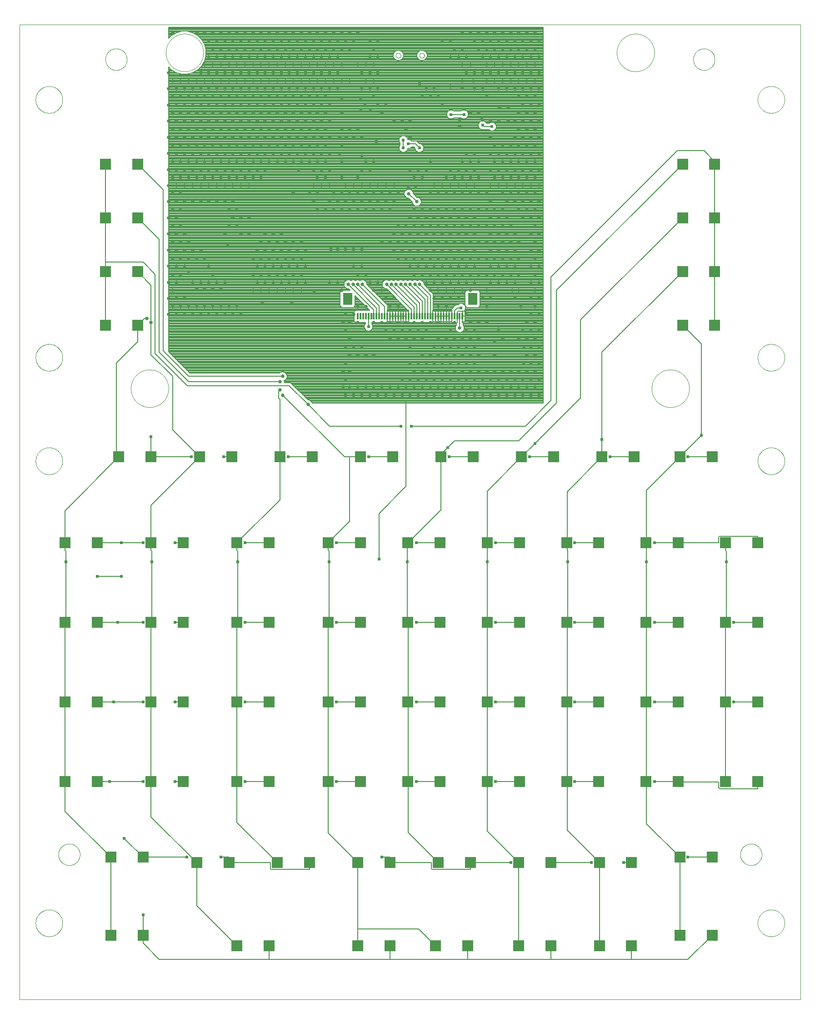
<source format=gtl>
G75*
%MOIN*%
%OFA0B0*%
%FSLAX25Y25*%
%IPPOS*%
%LPD*%
%AMOC8*
5,1,8,0,0,1.08239X$1,22.5*
%
%ADD10C,0.00000*%
%ADD11R,0.07874X0.07874*%
%ADD12R,0.01181X0.05118*%
%ADD13R,0.07087X0.08661*%
%ADD14C,0.02381*%
%ADD15C,0.00800*%
%ADD16C,0.02578*%
%ADD17C,0.00600*%
D10*
X0001000Y0001000D02*
X0001000Y0715567D01*
X0573835Y0715567D01*
X0573835Y0001000D01*
X0001000Y0001000D01*
X0012811Y0057102D02*
X0012814Y0057344D01*
X0012823Y0057585D01*
X0012838Y0057826D01*
X0012858Y0058067D01*
X0012885Y0058307D01*
X0012918Y0058546D01*
X0012956Y0058785D01*
X0013000Y0059022D01*
X0013050Y0059259D01*
X0013106Y0059494D01*
X0013168Y0059727D01*
X0013235Y0059959D01*
X0013308Y0060190D01*
X0013386Y0060418D01*
X0013471Y0060644D01*
X0013560Y0060869D01*
X0013655Y0061091D01*
X0013756Y0061310D01*
X0013862Y0061528D01*
X0013973Y0061742D01*
X0014090Y0061954D01*
X0014211Y0062162D01*
X0014338Y0062368D01*
X0014470Y0062570D01*
X0014607Y0062770D01*
X0014748Y0062965D01*
X0014894Y0063158D01*
X0015045Y0063346D01*
X0015201Y0063531D01*
X0015361Y0063712D01*
X0015525Y0063889D01*
X0015694Y0064062D01*
X0015867Y0064231D01*
X0016044Y0064395D01*
X0016225Y0064555D01*
X0016410Y0064711D01*
X0016598Y0064862D01*
X0016791Y0065008D01*
X0016986Y0065149D01*
X0017186Y0065286D01*
X0017388Y0065418D01*
X0017594Y0065545D01*
X0017802Y0065666D01*
X0018014Y0065783D01*
X0018228Y0065894D01*
X0018446Y0066000D01*
X0018665Y0066101D01*
X0018887Y0066196D01*
X0019112Y0066285D01*
X0019338Y0066370D01*
X0019566Y0066448D01*
X0019797Y0066521D01*
X0020029Y0066588D01*
X0020262Y0066650D01*
X0020497Y0066706D01*
X0020734Y0066756D01*
X0020971Y0066800D01*
X0021210Y0066838D01*
X0021449Y0066871D01*
X0021689Y0066898D01*
X0021930Y0066918D01*
X0022171Y0066933D01*
X0022412Y0066942D01*
X0022654Y0066945D01*
X0022896Y0066942D01*
X0023137Y0066933D01*
X0023378Y0066918D01*
X0023619Y0066898D01*
X0023859Y0066871D01*
X0024098Y0066838D01*
X0024337Y0066800D01*
X0024574Y0066756D01*
X0024811Y0066706D01*
X0025046Y0066650D01*
X0025279Y0066588D01*
X0025511Y0066521D01*
X0025742Y0066448D01*
X0025970Y0066370D01*
X0026196Y0066285D01*
X0026421Y0066196D01*
X0026643Y0066101D01*
X0026862Y0066000D01*
X0027080Y0065894D01*
X0027294Y0065783D01*
X0027506Y0065666D01*
X0027714Y0065545D01*
X0027920Y0065418D01*
X0028122Y0065286D01*
X0028322Y0065149D01*
X0028517Y0065008D01*
X0028710Y0064862D01*
X0028898Y0064711D01*
X0029083Y0064555D01*
X0029264Y0064395D01*
X0029441Y0064231D01*
X0029614Y0064062D01*
X0029783Y0063889D01*
X0029947Y0063712D01*
X0030107Y0063531D01*
X0030263Y0063346D01*
X0030414Y0063158D01*
X0030560Y0062965D01*
X0030701Y0062770D01*
X0030838Y0062570D01*
X0030970Y0062368D01*
X0031097Y0062162D01*
X0031218Y0061954D01*
X0031335Y0061742D01*
X0031446Y0061528D01*
X0031552Y0061310D01*
X0031653Y0061091D01*
X0031748Y0060869D01*
X0031837Y0060644D01*
X0031922Y0060418D01*
X0032000Y0060190D01*
X0032073Y0059959D01*
X0032140Y0059727D01*
X0032202Y0059494D01*
X0032258Y0059259D01*
X0032308Y0059022D01*
X0032352Y0058785D01*
X0032390Y0058546D01*
X0032423Y0058307D01*
X0032450Y0058067D01*
X0032470Y0057826D01*
X0032485Y0057585D01*
X0032494Y0057344D01*
X0032497Y0057102D01*
X0032494Y0056860D01*
X0032485Y0056619D01*
X0032470Y0056378D01*
X0032450Y0056137D01*
X0032423Y0055897D01*
X0032390Y0055658D01*
X0032352Y0055419D01*
X0032308Y0055182D01*
X0032258Y0054945D01*
X0032202Y0054710D01*
X0032140Y0054477D01*
X0032073Y0054245D01*
X0032000Y0054014D01*
X0031922Y0053786D01*
X0031837Y0053560D01*
X0031748Y0053335D01*
X0031653Y0053113D01*
X0031552Y0052894D01*
X0031446Y0052676D01*
X0031335Y0052462D01*
X0031218Y0052250D01*
X0031097Y0052042D01*
X0030970Y0051836D01*
X0030838Y0051634D01*
X0030701Y0051434D01*
X0030560Y0051239D01*
X0030414Y0051046D01*
X0030263Y0050858D01*
X0030107Y0050673D01*
X0029947Y0050492D01*
X0029783Y0050315D01*
X0029614Y0050142D01*
X0029441Y0049973D01*
X0029264Y0049809D01*
X0029083Y0049649D01*
X0028898Y0049493D01*
X0028710Y0049342D01*
X0028517Y0049196D01*
X0028322Y0049055D01*
X0028122Y0048918D01*
X0027920Y0048786D01*
X0027714Y0048659D01*
X0027506Y0048538D01*
X0027294Y0048421D01*
X0027080Y0048310D01*
X0026862Y0048204D01*
X0026643Y0048103D01*
X0026421Y0048008D01*
X0026196Y0047919D01*
X0025970Y0047834D01*
X0025742Y0047756D01*
X0025511Y0047683D01*
X0025279Y0047616D01*
X0025046Y0047554D01*
X0024811Y0047498D01*
X0024574Y0047448D01*
X0024337Y0047404D01*
X0024098Y0047366D01*
X0023859Y0047333D01*
X0023619Y0047306D01*
X0023378Y0047286D01*
X0023137Y0047271D01*
X0022896Y0047262D01*
X0022654Y0047259D01*
X0022412Y0047262D01*
X0022171Y0047271D01*
X0021930Y0047286D01*
X0021689Y0047306D01*
X0021449Y0047333D01*
X0021210Y0047366D01*
X0020971Y0047404D01*
X0020734Y0047448D01*
X0020497Y0047498D01*
X0020262Y0047554D01*
X0020029Y0047616D01*
X0019797Y0047683D01*
X0019566Y0047756D01*
X0019338Y0047834D01*
X0019112Y0047919D01*
X0018887Y0048008D01*
X0018665Y0048103D01*
X0018446Y0048204D01*
X0018228Y0048310D01*
X0018014Y0048421D01*
X0017802Y0048538D01*
X0017594Y0048659D01*
X0017388Y0048786D01*
X0017186Y0048918D01*
X0016986Y0049055D01*
X0016791Y0049196D01*
X0016598Y0049342D01*
X0016410Y0049493D01*
X0016225Y0049649D01*
X0016044Y0049809D01*
X0015867Y0049973D01*
X0015694Y0050142D01*
X0015525Y0050315D01*
X0015361Y0050492D01*
X0015201Y0050673D01*
X0015045Y0050858D01*
X0014894Y0051046D01*
X0014748Y0051239D01*
X0014607Y0051434D01*
X0014470Y0051634D01*
X0014338Y0051836D01*
X0014211Y0052042D01*
X0014090Y0052250D01*
X0013973Y0052462D01*
X0013862Y0052676D01*
X0013756Y0052894D01*
X0013655Y0053113D01*
X0013560Y0053335D01*
X0013471Y0053560D01*
X0013386Y0053786D01*
X0013308Y0054014D01*
X0013235Y0054245D01*
X0013168Y0054477D01*
X0013106Y0054710D01*
X0013050Y0054945D01*
X0013000Y0055182D01*
X0012956Y0055419D01*
X0012918Y0055658D01*
X0012885Y0055897D01*
X0012858Y0056137D01*
X0012838Y0056378D01*
X0012823Y0056619D01*
X0012814Y0056860D01*
X0012811Y0057102D01*
X0029543Y0107299D02*
X0029545Y0107492D01*
X0029552Y0107685D01*
X0029564Y0107878D01*
X0029581Y0108071D01*
X0029602Y0108263D01*
X0029628Y0108454D01*
X0029659Y0108645D01*
X0029694Y0108835D01*
X0029734Y0109024D01*
X0029779Y0109212D01*
X0029828Y0109399D01*
X0029882Y0109585D01*
X0029940Y0109769D01*
X0030003Y0109952D01*
X0030071Y0110133D01*
X0030142Y0110312D01*
X0030219Y0110490D01*
X0030299Y0110666D01*
X0030384Y0110839D01*
X0030473Y0111011D01*
X0030566Y0111180D01*
X0030663Y0111347D01*
X0030765Y0111512D01*
X0030870Y0111674D01*
X0030979Y0111833D01*
X0031093Y0111990D01*
X0031210Y0112143D01*
X0031330Y0112294D01*
X0031455Y0112442D01*
X0031583Y0112587D01*
X0031714Y0112728D01*
X0031849Y0112867D01*
X0031988Y0113002D01*
X0032129Y0113133D01*
X0032274Y0113261D01*
X0032422Y0113386D01*
X0032573Y0113506D01*
X0032726Y0113623D01*
X0032883Y0113737D01*
X0033042Y0113846D01*
X0033204Y0113951D01*
X0033369Y0114053D01*
X0033536Y0114150D01*
X0033705Y0114243D01*
X0033877Y0114332D01*
X0034050Y0114417D01*
X0034226Y0114497D01*
X0034404Y0114574D01*
X0034583Y0114645D01*
X0034764Y0114713D01*
X0034947Y0114776D01*
X0035131Y0114834D01*
X0035317Y0114888D01*
X0035504Y0114937D01*
X0035692Y0114982D01*
X0035881Y0115022D01*
X0036071Y0115057D01*
X0036262Y0115088D01*
X0036453Y0115114D01*
X0036645Y0115135D01*
X0036838Y0115152D01*
X0037031Y0115164D01*
X0037224Y0115171D01*
X0037417Y0115173D01*
X0037610Y0115171D01*
X0037803Y0115164D01*
X0037996Y0115152D01*
X0038189Y0115135D01*
X0038381Y0115114D01*
X0038572Y0115088D01*
X0038763Y0115057D01*
X0038953Y0115022D01*
X0039142Y0114982D01*
X0039330Y0114937D01*
X0039517Y0114888D01*
X0039703Y0114834D01*
X0039887Y0114776D01*
X0040070Y0114713D01*
X0040251Y0114645D01*
X0040430Y0114574D01*
X0040608Y0114497D01*
X0040784Y0114417D01*
X0040957Y0114332D01*
X0041129Y0114243D01*
X0041298Y0114150D01*
X0041465Y0114053D01*
X0041630Y0113951D01*
X0041792Y0113846D01*
X0041951Y0113737D01*
X0042108Y0113623D01*
X0042261Y0113506D01*
X0042412Y0113386D01*
X0042560Y0113261D01*
X0042705Y0113133D01*
X0042846Y0113002D01*
X0042985Y0112867D01*
X0043120Y0112728D01*
X0043251Y0112587D01*
X0043379Y0112442D01*
X0043504Y0112294D01*
X0043624Y0112143D01*
X0043741Y0111990D01*
X0043855Y0111833D01*
X0043964Y0111674D01*
X0044069Y0111512D01*
X0044171Y0111347D01*
X0044268Y0111180D01*
X0044361Y0111011D01*
X0044450Y0110839D01*
X0044535Y0110666D01*
X0044615Y0110490D01*
X0044692Y0110312D01*
X0044763Y0110133D01*
X0044831Y0109952D01*
X0044894Y0109769D01*
X0044952Y0109585D01*
X0045006Y0109399D01*
X0045055Y0109212D01*
X0045100Y0109024D01*
X0045140Y0108835D01*
X0045175Y0108645D01*
X0045206Y0108454D01*
X0045232Y0108263D01*
X0045253Y0108071D01*
X0045270Y0107878D01*
X0045282Y0107685D01*
X0045289Y0107492D01*
X0045291Y0107299D01*
X0045289Y0107106D01*
X0045282Y0106913D01*
X0045270Y0106720D01*
X0045253Y0106527D01*
X0045232Y0106335D01*
X0045206Y0106144D01*
X0045175Y0105953D01*
X0045140Y0105763D01*
X0045100Y0105574D01*
X0045055Y0105386D01*
X0045006Y0105199D01*
X0044952Y0105013D01*
X0044894Y0104829D01*
X0044831Y0104646D01*
X0044763Y0104465D01*
X0044692Y0104286D01*
X0044615Y0104108D01*
X0044535Y0103932D01*
X0044450Y0103759D01*
X0044361Y0103587D01*
X0044268Y0103418D01*
X0044171Y0103251D01*
X0044069Y0103086D01*
X0043964Y0102924D01*
X0043855Y0102765D01*
X0043741Y0102608D01*
X0043624Y0102455D01*
X0043504Y0102304D01*
X0043379Y0102156D01*
X0043251Y0102011D01*
X0043120Y0101870D01*
X0042985Y0101731D01*
X0042846Y0101596D01*
X0042705Y0101465D01*
X0042560Y0101337D01*
X0042412Y0101212D01*
X0042261Y0101092D01*
X0042108Y0100975D01*
X0041951Y0100861D01*
X0041792Y0100752D01*
X0041630Y0100647D01*
X0041465Y0100545D01*
X0041298Y0100448D01*
X0041129Y0100355D01*
X0040957Y0100266D01*
X0040784Y0100181D01*
X0040608Y0100101D01*
X0040430Y0100024D01*
X0040251Y0099953D01*
X0040070Y0099885D01*
X0039887Y0099822D01*
X0039703Y0099764D01*
X0039517Y0099710D01*
X0039330Y0099661D01*
X0039142Y0099616D01*
X0038953Y0099576D01*
X0038763Y0099541D01*
X0038572Y0099510D01*
X0038381Y0099484D01*
X0038189Y0099463D01*
X0037996Y0099446D01*
X0037803Y0099434D01*
X0037610Y0099427D01*
X0037417Y0099425D01*
X0037224Y0099427D01*
X0037031Y0099434D01*
X0036838Y0099446D01*
X0036645Y0099463D01*
X0036453Y0099484D01*
X0036262Y0099510D01*
X0036071Y0099541D01*
X0035881Y0099576D01*
X0035692Y0099616D01*
X0035504Y0099661D01*
X0035317Y0099710D01*
X0035131Y0099764D01*
X0034947Y0099822D01*
X0034764Y0099885D01*
X0034583Y0099953D01*
X0034404Y0100024D01*
X0034226Y0100101D01*
X0034050Y0100181D01*
X0033877Y0100266D01*
X0033705Y0100355D01*
X0033536Y0100448D01*
X0033369Y0100545D01*
X0033204Y0100647D01*
X0033042Y0100752D01*
X0032883Y0100861D01*
X0032726Y0100975D01*
X0032573Y0101092D01*
X0032422Y0101212D01*
X0032274Y0101337D01*
X0032129Y0101465D01*
X0031988Y0101596D01*
X0031849Y0101731D01*
X0031714Y0101870D01*
X0031583Y0102011D01*
X0031455Y0102156D01*
X0031330Y0102304D01*
X0031210Y0102455D01*
X0031093Y0102608D01*
X0030979Y0102765D01*
X0030870Y0102924D01*
X0030765Y0103086D01*
X0030663Y0103251D01*
X0030566Y0103418D01*
X0030473Y0103587D01*
X0030384Y0103759D01*
X0030299Y0103932D01*
X0030219Y0104108D01*
X0030142Y0104286D01*
X0030071Y0104465D01*
X0030003Y0104646D01*
X0029940Y0104829D01*
X0029882Y0105013D01*
X0029828Y0105199D01*
X0029779Y0105386D01*
X0029734Y0105574D01*
X0029694Y0105763D01*
X0029659Y0105953D01*
X0029628Y0106144D01*
X0029602Y0106335D01*
X0029581Y0106527D01*
X0029564Y0106720D01*
X0029552Y0106913D01*
X0029545Y0107106D01*
X0029543Y0107299D01*
X0012811Y0395685D02*
X0012814Y0395927D01*
X0012823Y0396168D01*
X0012838Y0396409D01*
X0012858Y0396650D01*
X0012885Y0396890D01*
X0012918Y0397129D01*
X0012956Y0397368D01*
X0013000Y0397605D01*
X0013050Y0397842D01*
X0013106Y0398077D01*
X0013168Y0398310D01*
X0013235Y0398542D01*
X0013308Y0398773D01*
X0013386Y0399001D01*
X0013471Y0399227D01*
X0013560Y0399452D01*
X0013655Y0399674D01*
X0013756Y0399893D01*
X0013862Y0400111D01*
X0013973Y0400325D01*
X0014090Y0400537D01*
X0014211Y0400745D01*
X0014338Y0400951D01*
X0014470Y0401153D01*
X0014607Y0401353D01*
X0014748Y0401548D01*
X0014894Y0401741D01*
X0015045Y0401929D01*
X0015201Y0402114D01*
X0015361Y0402295D01*
X0015525Y0402472D01*
X0015694Y0402645D01*
X0015867Y0402814D01*
X0016044Y0402978D01*
X0016225Y0403138D01*
X0016410Y0403294D01*
X0016598Y0403445D01*
X0016791Y0403591D01*
X0016986Y0403732D01*
X0017186Y0403869D01*
X0017388Y0404001D01*
X0017594Y0404128D01*
X0017802Y0404249D01*
X0018014Y0404366D01*
X0018228Y0404477D01*
X0018446Y0404583D01*
X0018665Y0404684D01*
X0018887Y0404779D01*
X0019112Y0404868D01*
X0019338Y0404953D01*
X0019566Y0405031D01*
X0019797Y0405104D01*
X0020029Y0405171D01*
X0020262Y0405233D01*
X0020497Y0405289D01*
X0020734Y0405339D01*
X0020971Y0405383D01*
X0021210Y0405421D01*
X0021449Y0405454D01*
X0021689Y0405481D01*
X0021930Y0405501D01*
X0022171Y0405516D01*
X0022412Y0405525D01*
X0022654Y0405528D01*
X0022896Y0405525D01*
X0023137Y0405516D01*
X0023378Y0405501D01*
X0023619Y0405481D01*
X0023859Y0405454D01*
X0024098Y0405421D01*
X0024337Y0405383D01*
X0024574Y0405339D01*
X0024811Y0405289D01*
X0025046Y0405233D01*
X0025279Y0405171D01*
X0025511Y0405104D01*
X0025742Y0405031D01*
X0025970Y0404953D01*
X0026196Y0404868D01*
X0026421Y0404779D01*
X0026643Y0404684D01*
X0026862Y0404583D01*
X0027080Y0404477D01*
X0027294Y0404366D01*
X0027506Y0404249D01*
X0027714Y0404128D01*
X0027920Y0404001D01*
X0028122Y0403869D01*
X0028322Y0403732D01*
X0028517Y0403591D01*
X0028710Y0403445D01*
X0028898Y0403294D01*
X0029083Y0403138D01*
X0029264Y0402978D01*
X0029441Y0402814D01*
X0029614Y0402645D01*
X0029783Y0402472D01*
X0029947Y0402295D01*
X0030107Y0402114D01*
X0030263Y0401929D01*
X0030414Y0401741D01*
X0030560Y0401548D01*
X0030701Y0401353D01*
X0030838Y0401153D01*
X0030970Y0400951D01*
X0031097Y0400745D01*
X0031218Y0400537D01*
X0031335Y0400325D01*
X0031446Y0400111D01*
X0031552Y0399893D01*
X0031653Y0399674D01*
X0031748Y0399452D01*
X0031837Y0399227D01*
X0031922Y0399001D01*
X0032000Y0398773D01*
X0032073Y0398542D01*
X0032140Y0398310D01*
X0032202Y0398077D01*
X0032258Y0397842D01*
X0032308Y0397605D01*
X0032352Y0397368D01*
X0032390Y0397129D01*
X0032423Y0396890D01*
X0032450Y0396650D01*
X0032470Y0396409D01*
X0032485Y0396168D01*
X0032494Y0395927D01*
X0032497Y0395685D01*
X0032494Y0395443D01*
X0032485Y0395202D01*
X0032470Y0394961D01*
X0032450Y0394720D01*
X0032423Y0394480D01*
X0032390Y0394241D01*
X0032352Y0394002D01*
X0032308Y0393765D01*
X0032258Y0393528D01*
X0032202Y0393293D01*
X0032140Y0393060D01*
X0032073Y0392828D01*
X0032000Y0392597D01*
X0031922Y0392369D01*
X0031837Y0392143D01*
X0031748Y0391918D01*
X0031653Y0391696D01*
X0031552Y0391477D01*
X0031446Y0391259D01*
X0031335Y0391045D01*
X0031218Y0390833D01*
X0031097Y0390625D01*
X0030970Y0390419D01*
X0030838Y0390217D01*
X0030701Y0390017D01*
X0030560Y0389822D01*
X0030414Y0389629D01*
X0030263Y0389441D01*
X0030107Y0389256D01*
X0029947Y0389075D01*
X0029783Y0388898D01*
X0029614Y0388725D01*
X0029441Y0388556D01*
X0029264Y0388392D01*
X0029083Y0388232D01*
X0028898Y0388076D01*
X0028710Y0387925D01*
X0028517Y0387779D01*
X0028322Y0387638D01*
X0028122Y0387501D01*
X0027920Y0387369D01*
X0027714Y0387242D01*
X0027506Y0387121D01*
X0027294Y0387004D01*
X0027080Y0386893D01*
X0026862Y0386787D01*
X0026643Y0386686D01*
X0026421Y0386591D01*
X0026196Y0386502D01*
X0025970Y0386417D01*
X0025742Y0386339D01*
X0025511Y0386266D01*
X0025279Y0386199D01*
X0025046Y0386137D01*
X0024811Y0386081D01*
X0024574Y0386031D01*
X0024337Y0385987D01*
X0024098Y0385949D01*
X0023859Y0385916D01*
X0023619Y0385889D01*
X0023378Y0385869D01*
X0023137Y0385854D01*
X0022896Y0385845D01*
X0022654Y0385842D01*
X0022412Y0385845D01*
X0022171Y0385854D01*
X0021930Y0385869D01*
X0021689Y0385889D01*
X0021449Y0385916D01*
X0021210Y0385949D01*
X0020971Y0385987D01*
X0020734Y0386031D01*
X0020497Y0386081D01*
X0020262Y0386137D01*
X0020029Y0386199D01*
X0019797Y0386266D01*
X0019566Y0386339D01*
X0019338Y0386417D01*
X0019112Y0386502D01*
X0018887Y0386591D01*
X0018665Y0386686D01*
X0018446Y0386787D01*
X0018228Y0386893D01*
X0018014Y0387004D01*
X0017802Y0387121D01*
X0017594Y0387242D01*
X0017388Y0387369D01*
X0017186Y0387501D01*
X0016986Y0387638D01*
X0016791Y0387779D01*
X0016598Y0387925D01*
X0016410Y0388076D01*
X0016225Y0388232D01*
X0016044Y0388392D01*
X0015867Y0388556D01*
X0015694Y0388725D01*
X0015525Y0388898D01*
X0015361Y0389075D01*
X0015201Y0389256D01*
X0015045Y0389441D01*
X0014894Y0389629D01*
X0014748Y0389822D01*
X0014607Y0390017D01*
X0014470Y0390217D01*
X0014338Y0390419D01*
X0014211Y0390625D01*
X0014090Y0390833D01*
X0013973Y0391045D01*
X0013862Y0391259D01*
X0013756Y0391477D01*
X0013655Y0391696D01*
X0013560Y0391918D01*
X0013471Y0392143D01*
X0013386Y0392369D01*
X0013308Y0392597D01*
X0013235Y0392828D01*
X0013168Y0393060D01*
X0013106Y0393293D01*
X0013050Y0393528D01*
X0013000Y0393765D01*
X0012956Y0394002D01*
X0012918Y0394241D01*
X0012885Y0394480D01*
X0012858Y0394720D01*
X0012838Y0394961D01*
X0012823Y0395202D01*
X0012814Y0395443D01*
X0012811Y0395685D01*
X0012811Y0471472D02*
X0012814Y0471714D01*
X0012823Y0471955D01*
X0012838Y0472196D01*
X0012858Y0472437D01*
X0012885Y0472677D01*
X0012918Y0472916D01*
X0012956Y0473155D01*
X0013000Y0473392D01*
X0013050Y0473629D01*
X0013106Y0473864D01*
X0013168Y0474097D01*
X0013235Y0474329D01*
X0013308Y0474560D01*
X0013386Y0474788D01*
X0013471Y0475014D01*
X0013560Y0475239D01*
X0013655Y0475461D01*
X0013756Y0475680D01*
X0013862Y0475898D01*
X0013973Y0476112D01*
X0014090Y0476324D01*
X0014211Y0476532D01*
X0014338Y0476738D01*
X0014470Y0476940D01*
X0014607Y0477140D01*
X0014748Y0477335D01*
X0014894Y0477528D01*
X0015045Y0477716D01*
X0015201Y0477901D01*
X0015361Y0478082D01*
X0015525Y0478259D01*
X0015694Y0478432D01*
X0015867Y0478601D01*
X0016044Y0478765D01*
X0016225Y0478925D01*
X0016410Y0479081D01*
X0016598Y0479232D01*
X0016791Y0479378D01*
X0016986Y0479519D01*
X0017186Y0479656D01*
X0017388Y0479788D01*
X0017594Y0479915D01*
X0017802Y0480036D01*
X0018014Y0480153D01*
X0018228Y0480264D01*
X0018446Y0480370D01*
X0018665Y0480471D01*
X0018887Y0480566D01*
X0019112Y0480655D01*
X0019338Y0480740D01*
X0019566Y0480818D01*
X0019797Y0480891D01*
X0020029Y0480958D01*
X0020262Y0481020D01*
X0020497Y0481076D01*
X0020734Y0481126D01*
X0020971Y0481170D01*
X0021210Y0481208D01*
X0021449Y0481241D01*
X0021689Y0481268D01*
X0021930Y0481288D01*
X0022171Y0481303D01*
X0022412Y0481312D01*
X0022654Y0481315D01*
X0022896Y0481312D01*
X0023137Y0481303D01*
X0023378Y0481288D01*
X0023619Y0481268D01*
X0023859Y0481241D01*
X0024098Y0481208D01*
X0024337Y0481170D01*
X0024574Y0481126D01*
X0024811Y0481076D01*
X0025046Y0481020D01*
X0025279Y0480958D01*
X0025511Y0480891D01*
X0025742Y0480818D01*
X0025970Y0480740D01*
X0026196Y0480655D01*
X0026421Y0480566D01*
X0026643Y0480471D01*
X0026862Y0480370D01*
X0027080Y0480264D01*
X0027294Y0480153D01*
X0027506Y0480036D01*
X0027714Y0479915D01*
X0027920Y0479788D01*
X0028122Y0479656D01*
X0028322Y0479519D01*
X0028517Y0479378D01*
X0028710Y0479232D01*
X0028898Y0479081D01*
X0029083Y0478925D01*
X0029264Y0478765D01*
X0029441Y0478601D01*
X0029614Y0478432D01*
X0029783Y0478259D01*
X0029947Y0478082D01*
X0030107Y0477901D01*
X0030263Y0477716D01*
X0030414Y0477528D01*
X0030560Y0477335D01*
X0030701Y0477140D01*
X0030838Y0476940D01*
X0030970Y0476738D01*
X0031097Y0476532D01*
X0031218Y0476324D01*
X0031335Y0476112D01*
X0031446Y0475898D01*
X0031552Y0475680D01*
X0031653Y0475461D01*
X0031748Y0475239D01*
X0031837Y0475014D01*
X0031922Y0474788D01*
X0032000Y0474560D01*
X0032073Y0474329D01*
X0032140Y0474097D01*
X0032202Y0473864D01*
X0032258Y0473629D01*
X0032308Y0473392D01*
X0032352Y0473155D01*
X0032390Y0472916D01*
X0032423Y0472677D01*
X0032450Y0472437D01*
X0032470Y0472196D01*
X0032485Y0471955D01*
X0032494Y0471714D01*
X0032497Y0471472D01*
X0032494Y0471230D01*
X0032485Y0470989D01*
X0032470Y0470748D01*
X0032450Y0470507D01*
X0032423Y0470267D01*
X0032390Y0470028D01*
X0032352Y0469789D01*
X0032308Y0469552D01*
X0032258Y0469315D01*
X0032202Y0469080D01*
X0032140Y0468847D01*
X0032073Y0468615D01*
X0032000Y0468384D01*
X0031922Y0468156D01*
X0031837Y0467930D01*
X0031748Y0467705D01*
X0031653Y0467483D01*
X0031552Y0467264D01*
X0031446Y0467046D01*
X0031335Y0466832D01*
X0031218Y0466620D01*
X0031097Y0466412D01*
X0030970Y0466206D01*
X0030838Y0466004D01*
X0030701Y0465804D01*
X0030560Y0465609D01*
X0030414Y0465416D01*
X0030263Y0465228D01*
X0030107Y0465043D01*
X0029947Y0464862D01*
X0029783Y0464685D01*
X0029614Y0464512D01*
X0029441Y0464343D01*
X0029264Y0464179D01*
X0029083Y0464019D01*
X0028898Y0463863D01*
X0028710Y0463712D01*
X0028517Y0463566D01*
X0028322Y0463425D01*
X0028122Y0463288D01*
X0027920Y0463156D01*
X0027714Y0463029D01*
X0027506Y0462908D01*
X0027294Y0462791D01*
X0027080Y0462680D01*
X0026862Y0462574D01*
X0026643Y0462473D01*
X0026421Y0462378D01*
X0026196Y0462289D01*
X0025970Y0462204D01*
X0025742Y0462126D01*
X0025511Y0462053D01*
X0025279Y0461986D01*
X0025046Y0461924D01*
X0024811Y0461868D01*
X0024574Y0461818D01*
X0024337Y0461774D01*
X0024098Y0461736D01*
X0023859Y0461703D01*
X0023619Y0461676D01*
X0023378Y0461656D01*
X0023137Y0461641D01*
X0022896Y0461632D01*
X0022654Y0461629D01*
X0022412Y0461632D01*
X0022171Y0461641D01*
X0021930Y0461656D01*
X0021689Y0461676D01*
X0021449Y0461703D01*
X0021210Y0461736D01*
X0020971Y0461774D01*
X0020734Y0461818D01*
X0020497Y0461868D01*
X0020262Y0461924D01*
X0020029Y0461986D01*
X0019797Y0462053D01*
X0019566Y0462126D01*
X0019338Y0462204D01*
X0019112Y0462289D01*
X0018887Y0462378D01*
X0018665Y0462473D01*
X0018446Y0462574D01*
X0018228Y0462680D01*
X0018014Y0462791D01*
X0017802Y0462908D01*
X0017594Y0463029D01*
X0017388Y0463156D01*
X0017186Y0463288D01*
X0016986Y0463425D01*
X0016791Y0463566D01*
X0016598Y0463712D01*
X0016410Y0463863D01*
X0016225Y0464019D01*
X0016044Y0464179D01*
X0015867Y0464343D01*
X0015694Y0464512D01*
X0015525Y0464685D01*
X0015361Y0464862D01*
X0015201Y0465043D01*
X0015045Y0465228D01*
X0014894Y0465416D01*
X0014748Y0465609D01*
X0014607Y0465804D01*
X0014470Y0466004D01*
X0014338Y0466206D01*
X0014211Y0466412D01*
X0014090Y0466620D01*
X0013973Y0466832D01*
X0013862Y0467046D01*
X0013756Y0467264D01*
X0013655Y0467483D01*
X0013560Y0467705D01*
X0013471Y0467930D01*
X0013386Y0468156D01*
X0013308Y0468384D01*
X0013235Y0468615D01*
X0013168Y0468847D01*
X0013106Y0469080D01*
X0013050Y0469315D01*
X0013000Y0469552D01*
X0012956Y0469789D01*
X0012918Y0470028D01*
X0012885Y0470267D01*
X0012858Y0470507D01*
X0012838Y0470748D01*
X0012823Y0470989D01*
X0012814Y0471230D01*
X0012811Y0471472D01*
X0082692Y0448835D02*
X0082696Y0449173D01*
X0082709Y0449511D01*
X0082729Y0449849D01*
X0082758Y0450186D01*
X0082796Y0450522D01*
X0082841Y0450857D01*
X0082895Y0451191D01*
X0082957Y0451523D01*
X0083027Y0451854D01*
X0083105Y0452183D01*
X0083191Y0452510D01*
X0083285Y0452835D01*
X0083388Y0453158D01*
X0083498Y0453477D01*
X0083615Y0453794D01*
X0083741Y0454108D01*
X0083874Y0454419D01*
X0084015Y0454727D01*
X0084163Y0455031D01*
X0084319Y0455331D01*
X0084482Y0455627D01*
X0084652Y0455919D01*
X0084830Y0456207D01*
X0085014Y0456491D01*
X0085206Y0456770D01*
X0085404Y0457044D01*
X0085609Y0457313D01*
X0085820Y0457577D01*
X0086038Y0457836D01*
X0086262Y0458089D01*
X0086492Y0458337D01*
X0086728Y0458579D01*
X0086970Y0458815D01*
X0087218Y0459045D01*
X0087471Y0459269D01*
X0087730Y0459487D01*
X0087994Y0459698D01*
X0088263Y0459903D01*
X0088537Y0460101D01*
X0088816Y0460293D01*
X0089100Y0460477D01*
X0089388Y0460655D01*
X0089680Y0460825D01*
X0089976Y0460988D01*
X0090276Y0461144D01*
X0090580Y0461292D01*
X0090888Y0461433D01*
X0091199Y0461566D01*
X0091513Y0461692D01*
X0091830Y0461809D01*
X0092149Y0461919D01*
X0092472Y0462022D01*
X0092797Y0462116D01*
X0093124Y0462202D01*
X0093453Y0462280D01*
X0093784Y0462350D01*
X0094116Y0462412D01*
X0094450Y0462466D01*
X0094785Y0462511D01*
X0095121Y0462549D01*
X0095458Y0462578D01*
X0095796Y0462598D01*
X0096134Y0462611D01*
X0096472Y0462615D01*
X0096810Y0462611D01*
X0097148Y0462598D01*
X0097486Y0462578D01*
X0097823Y0462549D01*
X0098159Y0462511D01*
X0098494Y0462466D01*
X0098828Y0462412D01*
X0099160Y0462350D01*
X0099491Y0462280D01*
X0099820Y0462202D01*
X0100147Y0462116D01*
X0100472Y0462022D01*
X0100795Y0461919D01*
X0101114Y0461809D01*
X0101431Y0461692D01*
X0101745Y0461566D01*
X0102056Y0461433D01*
X0102364Y0461292D01*
X0102668Y0461144D01*
X0102968Y0460988D01*
X0103264Y0460825D01*
X0103556Y0460655D01*
X0103844Y0460477D01*
X0104128Y0460293D01*
X0104407Y0460101D01*
X0104681Y0459903D01*
X0104950Y0459698D01*
X0105214Y0459487D01*
X0105473Y0459269D01*
X0105726Y0459045D01*
X0105974Y0458815D01*
X0106216Y0458579D01*
X0106452Y0458337D01*
X0106682Y0458089D01*
X0106906Y0457836D01*
X0107124Y0457577D01*
X0107335Y0457313D01*
X0107540Y0457044D01*
X0107738Y0456770D01*
X0107930Y0456491D01*
X0108114Y0456207D01*
X0108292Y0455919D01*
X0108462Y0455627D01*
X0108625Y0455331D01*
X0108781Y0455031D01*
X0108929Y0454727D01*
X0109070Y0454419D01*
X0109203Y0454108D01*
X0109329Y0453794D01*
X0109446Y0453477D01*
X0109556Y0453158D01*
X0109659Y0452835D01*
X0109753Y0452510D01*
X0109839Y0452183D01*
X0109917Y0451854D01*
X0109987Y0451523D01*
X0110049Y0451191D01*
X0110103Y0450857D01*
X0110148Y0450522D01*
X0110186Y0450186D01*
X0110215Y0449849D01*
X0110235Y0449511D01*
X0110248Y0449173D01*
X0110252Y0448835D01*
X0110248Y0448497D01*
X0110235Y0448159D01*
X0110215Y0447821D01*
X0110186Y0447484D01*
X0110148Y0447148D01*
X0110103Y0446813D01*
X0110049Y0446479D01*
X0109987Y0446147D01*
X0109917Y0445816D01*
X0109839Y0445487D01*
X0109753Y0445160D01*
X0109659Y0444835D01*
X0109556Y0444512D01*
X0109446Y0444193D01*
X0109329Y0443876D01*
X0109203Y0443562D01*
X0109070Y0443251D01*
X0108929Y0442943D01*
X0108781Y0442639D01*
X0108625Y0442339D01*
X0108462Y0442043D01*
X0108292Y0441751D01*
X0108114Y0441463D01*
X0107930Y0441179D01*
X0107738Y0440900D01*
X0107540Y0440626D01*
X0107335Y0440357D01*
X0107124Y0440093D01*
X0106906Y0439834D01*
X0106682Y0439581D01*
X0106452Y0439333D01*
X0106216Y0439091D01*
X0105974Y0438855D01*
X0105726Y0438625D01*
X0105473Y0438401D01*
X0105214Y0438183D01*
X0104950Y0437972D01*
X0104681Y0437767D01*
X0104407Y0437569D01*
X0104128Y0437377D01*
X0103844Y0437193D01*
X0103556Y0437015D01*
X0103264Y0436845D01*
X0102968Y0436682D01*
X0102668Y0436526D01*
X0102364Y0436378D01*
X0102056Y0436237D01*
X0101745Y0436104D01*
X0101431Y0435978D01*
X0101114Y0435861D01*
X0100795Y0435751D01*
X0100472Y0435648D01*
X0100147Y0435554D01*
X0099820Y0435468D01*
X0099491Y0435390D01*
X0099160Y0435320D01*
X0098828Y0435258D01*
X0098494Y0435204D01*
X0098159Y0435159D01*
X0097823Y0435121D01*
X0097486Y0435092D01*
X0097148Y0435072D01*
X0096810Y0435059D01*
X0096472Y0435055D01*
X0096134Y0435059D01*
X0095796Y0435072D01*
X0095458Y0435092D01*
X0095121Y0435121D01*
X0094785Y0435159D01*
X0094450Y0435204D01*
X0094116Y0435258D01*
X0093784Y0435320D01*
X0093453Y0435390D01*
X0093124Y0435468D01*
X0092797Y0435554D01*
X0092472Y0435648D01*
X0092149Y0435751D01*
X0091830Y0435861D01*
X0091513Y0435978D01*
X0091199Y0436104D01*
X0090888Y0436237D01*
X0090580Y0436378D01*
X0090276Y0436526D01*
X0089976Y0436682D01*
X0089680Y0436845D01*
X0089388Y0437015D01*
X0089100Y0437193D01*
X0088816Y0437377D01*
X0088537Y0437569D01*
X0088263Y0437767D01*
X0087994Y0437972D01*
X0087730Y0438183D01*
X0087471Y0438401D01*
X0087218Y0438625D01*
X0086970Y0438855D01*
X0086728Y0439091D01*
X0086492Y0439333D01*
X0086262Y0439581D01*
X0086038Y0439834D01*
X0085820Y0440093D01*
X0085609Y0440357D01*
X0085404Y0440626D01*
X0085206Y0440900D01*
X0085014Y0441179D01*
X0084830Y0441463D01*
X0084652Y0441751D01*
X0084482Y0442043D01*
X0084319Y0442339D01*
X0084163Y0442639D01*
X0084015Y0442943D01*
X0083874Y0443251D01*
X0083741Y0443562D01*
X0083615Y0443876D01*
X0083498Y0444193D01*
X0083388Y0444512D01*
X0083285Y0444835D01*
X0083191Y0445160D01*
X0083105Y0445487D01*
X0083027Y0445816D01*
X0082957Y0446147D01*
X0082895Y0446479D01*
X0082841Y0446813D01*
X0082796Y0447148D01*
X0082758Y0447484D01*
X0082729Y0447821D01*
X0082709Y0448159D01*
X0082696Y0448497D01*
X0082692Y0448835D01*
X0012811Y0660449D02*
X0012814Y0660691D01*
X0012823Y0660932D01*
X0012838Y0661173D01*
X0012858Y0661414D01*
X0012885Y0661654D01*
X0012918Y0661893D01*
X0012956Y0662132D01*
X0013000Y0662369D01*
X0013050Y0662606D01*
X0013106Y0662841D01*
X0013168Y0663074D01*
X0013235Y0663306D01*
X0013308Y0663537D01*
X0013386Y0663765D01*
X0013471Y0663991D01*
X0013560Y0664216D01*
X0013655Y0664438D01*
X0013756Y0664657D01*
X0013862Y0664875D01*
X0013973Y0665089D01*
X0014090Y0665301D01*
X0014211Y0665509D01*
X0014338Y0665715D01*
X0014470Y0665917D01*
X0014607Y0666117D01*
X0014748Y0666312D01*
X0014894Y0666505D01*
X0015045Y0666693D01*
X0015201Y0666878D01*
X0015361Y0667059D01*
X0015525Y0667236D01*
X0015694Y0667409D01*
X0015867Y0667578D01*
X0016044Y0667742D01*
X0016225Y0667902D01*
X0016410Y0668058D01*
X0016598Y0668209D01*
X0016791Y0668355D01*
X0016986Y0668496D01*
X0017186Y0668633D01*
X0017388Y0668765D01*
X0017594Y0668892D01*
X0017802Y0669013D01*
X0018014Y0669130D01*
X0018228Y0669241D01*
X0018446Y0669347D01*
X0018665Y0669448D01*
X0018887Y0669543D01*
X0019112Y0669632D01*
X0019338Y0669717D01*
X0019566Y0669795D01*
X0019797Y0669868D01*
X0020029Y0669935D01*
X0020262Y0669997D01*
X0020497Y0670053D01*
X0020734Y0670103D01*
X0020971Y0670147D01*
X0021210Y0670185D01*
X0021449Y0670218D01*
X0021689Y0670245D01*
X0021930Y0670265D01*
X0022171Y0670280D01*
X0022412Y0670289D01*
X0022654Y0670292D01*
X0022896Y0670289D01*
X0023137Y0670280D01*
X0023378Y0670265D01*
X0023619Y0670245D01*
X0023859Y0670218D01*
X0024098Y0670185D01*
X0024337Y0670147D01*
X0024574Y0670103D01*
X0024811Y0670053D01*
X0025046Y0669997D01*
X0025279Y0669935D01*
X0025511Y0669868D01*
X0025742Y0669795D01*
X0025970Y0669717D01*
X0026196Y0669632D01*
X0026421Y0669543D01*
X0026643Y0669448D01*
X0026862Y0669347D01*
X0027080Y0669241D01*
X0027294Y0669130D01*
X0027506Y0669013D01*
X0027714Y0668892D01*
X0027920Y0668765D01*
X0028122Y0668633D01*
X0028322Y0668496D01*
X0028517Y0668355D01*
X0028710Y0668209D01*
X0028898Y0668058D01*
X0029083Y0667902D01*
X0029264Y0667742D01*
X0029441Y0667578D01*
X0029614Y0667409D01*
X0029783Y0667236D01*
X0029947Y0667059D01*
X0030107Y0666878D01*
X0030263Y0666693D01*
X0030414Y0666505D01*
X0030560Y0666312D01*
X0030701Y0666117D01*
X0030838Y0665917D01*
X0030970Y0665715D01*
X0031097Y0665509D01*
X0031218Y0665301D01*
X0031335Y0665089D01*
X0031446Y0664875D01*
X0031552Y0664657D01*
X0031653Y0664438D01*
X0031748Y0664216D01*
X0031837Y0663991D01*
X0031922Y0663765D01*
X0032000Y0663537D01*
X0032073Y0663306D01*
X0032140Y0663074D01*
X0032202Y0662841D01*
X0032258Y0662606D01*
X0032308Y0662369D01*
X0032352Y0662132D01*
X0032390Y0661893D01*
X0032423Y0661654D01*
X0032450Y0661414D01*
X0032470Y0661173D01*
X0032485Y0660932D01*
X0032494Y0660691D01*
X0032497Y0660449D01*
X0032494Y0660207D01*
X0032485Y0659966D01*
X0032470Y0659725D01*
X0032450Y0659484D01*
X0032423Y0659244D01*
X0032390Y0659005D01*
X0032352Y0658766D01*
X0032308Y0658529D01*
X0032258Y0658292D01*
X0032202Y0658057D01*
X0032140Y0657824D01*
X0032073Y0657592D01*
X0032000Y0657361D01*
X0031922Y0657133D01*
X0031837Y0656907D01*
X0031748Y0656682D01*
X0031653Y0656460D01*
X0031552Y0656241D01*
X0031446Y0656023D01*
X0031335Y0655809D01*
X0031218Y0655597D01*
X0031097Y0655389D01*
X0030970Y0655183D01*
X0030838Y0654981D01*
X0030701Y0654781D01*
X0030560Y0654586D01*
X0030414Y0654393D01*
X0030263Y0654205D01*
X0030107Y0654020D01*
X0029947Y0653839D01*
X0029783Y0653662D01*
X0029614Y0653489D01*
X0029441Y0653320D01*
X0029264Y0653156D01*
X0029083Y0652996D01*
X0028898Y0652840D01*
X0028710Y0652689D01*
X0028517Y0652543D01*
X0028322Y0652402D01*
X0028122Y0652265D01*
X0027920Y0652133D01*
X0027714Y0652006D01*
X0027506Y0651885D01*
X0027294Y0651768D01*
X0027080Y0651657D01*
X0026862Y0651551D01*
X0026643Y0651450D01*
X0026421Y0651355D01*
X0026196Y0651266D01*
X0025970Y0651181D01*
X0025742Y0651103D01*
X0025511Y0651030D01*
X0025279Y0650963D01*
X0025046Y0650901D01*
X0024811Y0650845D01*
X0024574Y0650795D01*
X0024337Y0650751D01*
X0024098Y0650713D01*
X0023859Y0650680D01*
X0023619Y0650653D01*
X0023378Y0650633D01*
X0023137Y0650618D01*
X0022896Y0650609D01*
X0022654Y0650606D01*
X0022412Y0650609D01*
X0022171Y0650618D01*
X0021930Y0650633D01*
X0021689Y0650653D01*
X0021449Y0650680D01*
X0021210Y0650713D01*
X0020971Y0650751D01*
X0020734Y0650795D01*
X0020497Y0650845D01*
X0020262Y0650901D01*
X0020029Y0650963D01*
X0019797Y0651030D01*
X0019566Y0651103D01*
X0019338Y0651181D01*
X0019112Y0651266D01*
X0018887Y0651355D01*
X0018665Y0651450D01*
X0018446Y0651551D01*
X0018228Y0651657D01*
X0018014Y0651768D01*
X0017802Y0651885D01*
X0017594Y0652006D01*
X0017388Y0652133D01*
X0017186Y0652265D01*
X0016986Y0652402D01*
X0016791Y0652543D01*
X0016598Y0652689D01*
X0016410Y0652840D01*
X0016225Y0652996D01*
X0016044Y0653156D01*
X0015867Y0653320D01*
X0015694Y0653489D01*
X0015525Y0653662D01*
X0015361Y0653839D01*
X0015201Y0654020D01*
X0015045Y0654205D01*
X0014894Y0654393D01*
X0014748Y0654586D01*
X0014607Y0654781D01*
X0014470Y0654981D01*
X0014338Y0655183D01*
X0014211Y0655389D01*
X0014090Y0655597D01*
X0013973Y0655809D01*
X0013862Y0656023D01*
X0013756Y0656241D01*
X0013655Y0656460D01*
X0013560Y0656682D01*
X0013471Y0656907D01*
X0013386Y0657133D01*
X0013308Y0657361D01*
X0013235Y0657592D01*
X0013168Y0657824D01*
X0013106Y0658057D01*
X0013050Y0658292D01*
X0013000Y0658529D01*
X0012956Y0658766D01*
X0012918Y0659005D01*
X0012885Y0659244D01*
X0012858Y0659484D01*
X0012838Y0659725D01*
X0012823Y0659966D01*
X0012814Y0660207D01*
X0012811Y0660449D01*
X0063992Y0689976D02*
X0063994Y0690169D01*
X0064001Y0690362D01*
X0064013Y0690555D01*
X0064030Y0690748D01*
X0064051Y0690940D01*
X0064077Y0691131D01*
X0064108Y0691322D01*
X0064143Y0691512D01*
X0064183Y0691701D01*
X0064228Y0691889D01*
X0064277Y0692076D01*
X0064331Y0692262D01*
X0064389Y0692446D01*
X0064452Y0692629D01*
X0064520Y0692810D01*
X0064591Y0692989D01*
X0064668Y0693167D01*
X0064748Y0693343D01*
X0064833Y0693516D01*
X0064922Y0693688D01*
X0065015Y0693857D01*
X0065112Y0694024D01*
X0065214Y0694189D01*
X0065319Y0694351D01*
X0065428Y0694510D01*
X0065542Y0694667D01*
X0065659Y0694820D01*
X0065779Y0694971D01*
X0065904Y0695119D01*
X0066032Y0695264D01*
X0066163Y0695405D01*
X0066298Y0695544D01*
X0066437Y0695679D01*
X0066578Y0695810D01*
X0066723Y0695938D01*
X0066871Y0696063D01*
X0067022Y0696183D01*
X0067175Y0696300D01*
X0067332Y0696414D01*
X0067491Y0696523D01*
X0067653Y0696628D01*
X0067818Y0696730D01*
X0067985Y0696827D01*
X0068154Y0696920D01*
X0068326Y0697009D01*
X0068499Y0697094D01*
X0068675Y0697174D01*
X0068853Y0697251D01*
X0069032Y0697322D01*
X0069213Y0697390D01*
X0069396Y0697453D01*
X0069580Y0697511D01*
X0069766Y0697565D01*
X0069953Y0697614D01*
X0070141Y0697659D01*
X0070330Y0697699D01*
X0070520Y0697734D01*
X0070711Y0697765D01*
X0070902Y0697791D01*
X0071094Y0697812D01*
X0071287Y0697829D01*
X0071480Y0697841D01*
X0071673Y0697848D01*
X0071866Y0697850D01*
X0072059Y0697848D01*
X0072252Y0697841D01*
X0072445Y0697829D01*
X0072638Y0697812D01*
X0072830Y0697791D01*
X0073021Y0697765D01*
X0073212Y0697734D01*
X0073402Y0697699D01*
X0073591Y0697659D01*
X0073779Y0697614D01*
X0073966Y0697565D01*
X0074152Y0697511D01*
X0074336Y0697453D01*
X0074519Y0697390D01*
X0074700Y0697322D01*
X0074879Y0697251D01*
X0075057Y0697174D01*
X0075233Y0697094D01*
X0075406Y0697009D01*
X0075578Y0696920D01*
X0075747Y0696827D01*
X0075914Y0696730D01*
X0076079Y0696628D01*
X0076241Y0696523D01*
X0076400Y0696414D01*
X0076557Y0696300D01*
X0076710Y0696183D01*
X0076861Y0696063D01*
X0077009Y0695938D01*
X0077154Y0695810D01*
X0077295Y0695679D01*
X0077434Y0695544D01*
X0077569Y0695405D01*
X0077700Y0695264D01*
X0077828Y0695119D01*
X0077953Y0694971D01*
X0078073Y0694820D01*
X0078190Y0694667D01*
X0078304Y0694510D01*
X0078413Y0694351D01*
X0078518Y0694189D01*
X0078620Y0694024D01*
X0078717Y0693857D01*
X0078810Y0693688D01*
X0078899Y0693516D01*
X0078984Y0693343D01*
X0079064Y0693167D01*
X0079141Y0692989D01*
X0079212Y0692810D01*
X0079280Y0692629D01*
X0079343Y0692446D01*
X0079401Y0692262D01*
X0079455Y0692076D01*
X0079504Y0691889D01*
X0079549Y0691701D01*
X0079589Y0691512D01*
X0079624Y0691322D01*
X0079655Y0691131D01*
X0079681Y0690940D01*
X0079702Y0690748D01*
X0079719Y0690555D01*
X0079731Y0690362D01*
X0079738Y0690169D01*
X0079740Y0689976D01*
X0079738Y0689783D01*
X0079731Y0689590D01*
X0079719Y0689397D01*
X0079702Y0689204D01*
X0079681Y0689012D01*
X0079655Y0688821D01*
X0079624Y0688630D01*
X0079589Y0688440D01*
X0079549Y0688251D01*
X0079504Y0688063D01*
X0079455Y0687876D01*
X0079401Y0687690D01*
X0079343Y0687506D01*
X0079280Y0687323D01*
X0079212Y0687142D01*
X0079141Y0686963D01*
X0079064Y0686785D01*
X0078984Y0686609D01*
X0078899Y0686436D01*
X0078810Y0686264D01*
X0078717Y0686095D01*
X0078620Y0685928D01*
X0078518Y0685763D01*
X0078413Y0685601D01*
X0078304Y0685442D01*
X0078190Y0685285D01*
X0078073Y0685132D01*
X0077953Y0684981D01*
X0077828Y0684833D01*
X0077700Y0684688D01*
X0077569Y0684547D01*
X0077434Y0684408D01*
X0077295Y0684273D01*
X0077154Y0684142D01*
X0077009Y0684014D01*
X0076861Y0683889D01*
X0076710Y0683769D01*
X0076557Y0683652D01*
X0076400Y0683538D01*
X0076241Y0683429D01*
X0076079Y0683324D01*
X0075914Y0683222D01*
X0075747Y0683125D01*
X0075578Y0683032D01*
X0075406Y0682943D01*
X0075233Y0682858D01*
X0075057Y0682778D01*
X0074879Y0682701D01*
X0074700Y0682630D01*
X0074519Y0682562D01*
X0074336Y0682499D01*
X0074152Y0682441D01*
X0073966Y0682387D01*
X0073779Y0682338D01*
X0073591Y0682293D01*
X0073402Y0682253D01*
X0073212Y0682218D01*
X0073021Y0682187D01*
X0072830Y0682161D01*
X0072638Y0682140D01*
X0072445Y0682123D01*
X0072252Y0682111D01*
X0072059Y0682104D01*
X0071866Y0682102D01*
X0071673Y0682104D01*
X0071480Y0682111D01*
X0071287Y0682123D01*
X0071094Y0682140D01*
X0070902Y0682161D01*
X0070711Y0682187D01*
X0070520Y0682218D01*
X0070330Y0682253D01*
X0070141Y0682293D01*
X0069953Y0682338D01*
X0069766Y0682387D01*
X0069580Y0682441D01*
X0069396Y0682499D01*
X0069213Y0682562D01*
X0069032Y0682630D01*
X0068853Y0682701D01*
X0068675Y0682778D01*
X0068499Y0682858D01*
X0068326Y0682943D01*
X0068154Y0683032D01*
X0067985Y0683125D01*
X0067818Y0683222D01*
X0067653Y0683324D01*
X0067491Y0683429D01*
X0067332Y0683538D01*
X0067175Y0683652D01*
X0067022Y0683769D01*
X0066871Y0683889D01*
X0066723Y0684014D01*
X0066578Y0684142D01*
X0066437Y0684273D01*
X0066298Y0684408D01*
X0066163Y0684547D01*
X0066032Y0684688D01*
X0065904Y0684833D01*
X0065779Y0684981D01*
X0065659Y0685132D01*
X0065542Y0685285D01*
X0065428Y0685442D01*
X0065319Y0685601D01*
X0065214Y0685763D01*
X0065112Y0685928D01*
X0065015Y0686095D01*
X0064922Y0686264D01*
X0064833Y0686436D01*
X0064748Y0686609D01*
X0064668Y0686785D01*
X0064591Y0686963D01*
X0064520Y0687142D01*
X0064452Y0687323D01*
X0064389Y0687506D01*
X0064331Y0687690D01*
X0064277Y0687876D01*
X0064228Y0688063D01*
X0064183Y0688251D01*
X0064143Y0688440D01*
X0064108Y0688630D01*
X0064077Y0688821D01*
X0064051Y0689012D01*
X0064030Y0689204D01*
X0064013Y0689397D01*
X0064001Y0689590D01*
X0063994Y0689783D01*
X0063992Y0689976D01*
X0108283Y0694898D02*
X0108287Y0695236D01*
X0108300Y0695574D01*
X0108320Y0695912D01*
X0108349Y0696249D01*
X0108387Y0696585D01*
X0108432Y0696920D01*
X0108486Y0697254D01*
X0108548Y0697586D01*
X0108618Y0697917D01*
X0108696Y0698246D01*
X0108782Y0698573D01*
X0108876Y0698898D01*
X0108979Y0699221D01*
X0109089Y0699540D01*
X0109206Y0699857D01*
X0109332Y0700171D01*
X0109465Y0700482D01*
X0109606Y0700790D01*
X0109754Y0701094D01*
X0109910Y0701394D01*
X0110073Y0701690D01*
X0110243Y0701982D01*
X0110421Y0702270D01*
X0110605Y0702554D01*
X0110797Y0702833D01*
X0110995Y0703107D01*
X0111200Y0703376D01*
X0111411Y0703640D01*
X0111629Y0703899D01*
X0111853Y0704152D01*
X0112083Y0704400D01*
X0112319Y0704642D01*
X0112561Y0704878D01*
X0112809Y0705108D01*
X0113062Y0705332D01*
X0113321Y0705550D01*
X0113585Y0705761D01*
X0113854Y0705966D01*
X0114128Y0706164D01*
X0114407Y0706356D01*
X0114691Y0706540D01*
X0114979Y0706718D01*
X0115271Y0706888D01*
X0115567Y0707051D01*
X0115867Y0707207D01*
X0116171Y0707355D01*
X0116479Y0707496D01*
X0116790Y0707629D01*
X0117104Y0707755D01*
X0117421Y0707872D01*
X0117740Y0707982D01*
X0118063Y0708085D01*
X0118388Y0708179D01*
X0118715Y0708265D01*
X0119044Y0708343D01*
X0119375Y0708413D01*
X0119707Y0708475D01*
X0120041Y0708529D01*
X0120376Y0708574D01*
X0120712Y0708612D01*
X0121049Y0708641D01*
X0121387Y0708661D01*
X0121725Y0708674D01*
X0122063Y0708678D01*
X0122401Y0708674D01*
X0122739Y0708661D01*
X0123077Y0708641D01*
X0123414Y0708612D01*
X0123750Y0708574D01*
X0124085Y0708529D01*
X0124419Y0708475D01*
X0124751Y0708413D01*
X0125082Y0708343D01*
X0125411Y0708265D01*
X0125738Y0708179D01*
X0126063Y0708085D01*
X0126386Y0707982D01*
X0126705Y0707872D01*
X0127022Y0707755D01*
X0127336Y0707629D01*
X0127647Y0707496D01*
X0127955Y0707355D01*
X0128259Y0707207D01*
X0128559Y0707051D01*
X0128855Y0706888D01*
X0129147Y0706718D01*
X0129435Y0706540D01*
X0129719Y0706356D01*
X0129998Y0706164D01*
X0130272Y0705966D01*
X0130541Y0705761D01*
X0130805Y0705550D01*
X0131064Y0705332D01*
X0131317Y0705108D01*
X0131565Y0704878D01*
X0131807Y0704642D01*
X0132043Y0704400D01*
X0132273Y0704152D01*
X0132497Y0703899D01*
X0132715Y0703640D01*
X0132926Y0703376D01*
X0133131Y0703107D01*
X0133329Y0702833D01*
X0133521Y0702554D01*
X0133705Y0702270D01*
X0133883Y0701982D01*
X0134053Y0701690D01*
X0134216Y0701394D01*
X0134372Y0701094D01*
X0134520Y0700790D01*
X0134661Y0700482D01*
X0134794Y0700171D01*
X0134920Y0699857D01*
X0135037Y0699540D01*
X0135147Y0699221D01*
X0135250Y0698898D01*
X0135344Y0698573D01*
X0135430Y0698246D01*
X0135508Y0697917D01*
X0135578Y0697586D01*
X0135640Y0697254D01*
X0135694Y0696920D01*
X0135739Y0696585D01*
X0135777Y0696249D01*
X0135806Y0695912D01*
X0135826Y0695574D01*
X0135839Y0695236D01*
X0135843Y0694898D01*
X0135839Y0694560D01*
X0135826Y0694222D01*
X0135806Y0693884D01*
X0135777Y0693547D01*
X0135739Y0693211D01*
X0135694Y0692876D01*
X0135640Y0692542D01*
X0135578Y0692210D01*
X0135508Y0691879D01*
X0135430Y0691550D01*
X0135344Y0691223D01*
X0135250Y0690898D01*
X0135147Y0690575D01*
X0135037Y0690256D01*
X0134920Y0689939D01*
X0134794Y0689625D01*
X0134661Y0689314D01*
X0134520Y0689006D01*
X0134372Y0688702D01*
X0134216Y0688402D01*
X0134053Y0688106D01*
X0133883Y0687814D01*
X0133705Y0687526D01*
X0133521Y0687242D01*
X0133329Y0686963D01*
X0133131Y0686689D01*
X0132926Y0686420D01*
X0132715Y0686156D01*
X0132497Y0685897D01*
X0132273Y0685644D01*
X0132043Y0685396D01*
X0131807Y0685154D01*
X0131565Y0684918D01*
X0131317Y0684688D01*
X0131064Y0684464D01*
X0130805Y0684246D01*
X0130541Y0684035D01*
X0130272Y0683830D01*
X0129998Y0683632D01*
X0129719Y0683440D01*
X0129435Y0683256D01*
X0129147Y0683078D01*
X0128855Y0682908D01*
X0128559Y0682745D01*
X0128259Y0682589D01*
X0127955Y0682441D01*
X0127647Y0682300D01*
X0127336Y0682167D01*
X0127022Y0682041D01*
X0126705Y0681924D01*
X0126386Y0681814D01*
X0126063Y0681711D01*
X0125738Y0681617D01*
X0125411Y0681531D01*
X0125082Y0681453D01*
X0124751Y0681383D01*
X0124419Y0681321D01*
X0124085Y0681267D01*
X0123750Y0681222D01*
X0123414Y0681184D01*
X0123077Y0681155D01*
X0122739Y0681135D01*
X0122401Y0681122D01*
X0122063Y0681118D01*
X0121725Y0681122D01*
X0121387Y0681135D01*
X0121049Y0681155D01*
X0120712Y0681184D01*
X0120376Y0681222D01*
X0120041Y0681267D01*
X0119707Y0681321D01*
X0119375Y0681383D01*
X0119044Y0681453D01*
X0118715Y0681531D01*
X0118388Y0681617D01*
X0118063Y0681711D01*
X0117740Y0681814D01*
X0117421Y0681924D01*
X0117104Y0682041D01*
X0116790Y0682167D01*
X0116479Y0682300D01*
X0116171Y0682441D01*
X0115867Y0682589D01*
X0115567Y0682745D01*
X0115271Y0682908D01*
X0114979Y0683078D01*
X0114691Y0683256D01*
X0114407Y0683440D01*
X0114128Y0683632D01*
X0113854Y0683830D01*
X0113585Y0684035D01*
X0113321Y0684246D01*
X0113062Y0684464D01*
X0112809Y0684688D01*
X0112561Y0684918D01*
X0112319Y0685154D01*
X0112083Y0685396D01*
X0111853Y0685644D01*
X0111629Y0685897D01*
X0111411Y0686156D01*
X0111200Y0686420D01*
X0110995Y0686689D01*
X0110797Y0686963D01*
X0110605Y0687242D01*
X0110421Y0687526D01*
X0110243Y0687814D01*
X0110073Y0688106D01*
X0109910Y0688402D01*
X0109754Y0688702D01*
X0109606Y0689006D01*
X0109465Y0689314D01*
X0109332Y0689625D01*
X0109206Y0689939D01*
X0109089Y0690256D01*
X0108979Y0690575D01*
X0108876Y0690898D01*
X0108782Y0691223D01*
X0108696Y0691550D01*
X0108618Y0691879D01*
X0108548Y0692210D01*
X0108486Y0692542D01*
X0108432Y0692876D01*
X0108387Y0693211D01*
X0108349Y0693547D01*
X0108320Y0693884D01*
X0108300Y0694222D01*
X0108287Y0694560D01*
X0108283Y0694898D01*
X0276984Y0692850D02*
X0276986Y0692934D01*
X0276992Y0693017D01*
X0277002Y0693100D01*
X0277016Y0693183D01*
X0277033Y0693265D01*
X0277055Y0693346D01*
X0277080Y0693425D01*
X0277109Y0693504D01*
X0277142Y0693581D01*
X0277178Y0693656D01*
X0277218Y0693730D01*
X0277261Y0693802D01*
X0277308Y0693871D01*
X0277358Y0693938D01*
X0277411Y0694003D01*
X0277467Y0694065D01*
X0277525Y0694125D01*
X0277587Y0694182D01*
X0277651Y0694235D01*
X0277718Y0694286D01*
X0277787Y0694333D01*
X0277858Y0694378D01*
X0277931Y0694418D01*
X0278006Y0694455D01*
X0278083Y0694489D01*
X0278161Y0694519D01*
X0278240Y0694545D01*
X0278321Y0694568D01*
X0278403Y0694586D01*
X0278485Y0694601D01*
X0278568Y0694612D01*
X0278651Y0694619D01*
X0278735Y0694622D01*
X0278819Y0694621D01*
X0278902Y0694616D01*
X0278986Y0694607D01*
X0279068Y0694594D01*
X0279150Y0694578D01*
X0279231Y0694557D01*
X0279312Y0694533D01*
X0279390Y0694505D01*
X0279468Y0694473D01*
X0279544Y0694437D01*
X0279618Y0694398D01*
X0279690Y0694356D01*
X0279760Y0694310D01*
X0279828Y0694261D01*
X0279893Y0694209D01*
X0279956Y0694154D01*
X0280016Y0694096D01*
X0280074Y0694035D01*
X0280128Y0693971D01*
X0280180Y0693905D01*
X0280228Y0693837D01*
X0280273Y0693766D01*
X0280314Y0693693D01*
X0280353Y0693619D01*
X0280387Y0693543D01*
X0280418Y0693465D01*
X0280445Y0693386D01*
X0280469Y0693305D01*
X0280488Y0693224D01*
X0280504Y0693142D01*
X0280516Y0693059D01*
X0280524Y0692975D01*
X0280528Y0692892D01*
X0280528Y0692808D01*
X0280524Y0692725D01*
X0280516Y0692641D01*
X0280504Y0692558D01*
X0280488Y0692476D01*
X0280469Y0692395D01*
X0280445Y0692314D01*
X0280418Y0692235D01*
X0280387Y0692157D01*
X0280353Y0692081D01*
X0280314Y0692007D01*
X0280273Y0691934D01*
X0280228Y0691863D01*
X0280180Y0691795D01*
X0280128Y0691729D01*
X0280074Y0691665D01*
X0280016Y0691604D01*
X0279956Y0691546D01*
X0279893Y0691491D01*
X0279828Y0691439D01*
X0279760Y0691390D01*
X0279690Y0691344D01*
X0279618Y0691302D01*
X0279544Y0691263D01*
X0279468Y0691227D01*
X0279390Y0691195D01*
X0279312Y0691167D01*
X0279231Y0691143D01*
X0279150Y0691122D01*
X0279068Y0691106D01*
X0278986Y0691093D01*
X0278902Y0691084D01*
X0278819Y0691079D01*
X0278735Y0691078D01*
X0278651Y0691081D01*
X0278568Y0691088D01*
X0278485Y0691099D01*
X0278403Y0691114D01*
X0278321Y0691132D01*
X0278240Y0691155D01*
X0278161Y0691181D01*
X0278083Y0691211D01*
X0278006Y0691245D01*
X0277931Y0691282D01*
X0277858Y0691322D01*
X0277787Y0691367D01*
X0277718Y0691414D01*
X0277651Y0691465D01*
X0277587Y0691518D01*
X0277525Y0691575D01*
X0277467Y0691635D01*
X0277411Y0691697D01*
X0277358Y0691762D01*
X0277308Y0691829D01*
X0277261Y0691898D01*
X0277218Y0691970D01*
X0277178Y0692044D01*
X0277142Y0692119D01*
X0277109Y0692196D01*
X0277080Y0692275D01*
X0277055Y0692354D01*
X0277033Y0692435D01*
X0277016Y0692517D01*
X0277002Y0692600D01*
X0276992Y0692683D01*
X0276986Y0692766D01*
X0276984Y0692850D01*
X0294307Y0692850D02*
X0294309Y0692934D01*
X0294315Y0693017D01*
X0294325Y0693100D01*
X0294339Y0693183D01*
X0294356Y0693265D01*
X0294378Y0693346D01*
X0294403Y0693425D01*
X0294432Y0693504D01*
X0294465Y0693581D01*
X0294501Y0693656D01*
X0294541Y0693730D01*
X0294584Y0693802D01*
X0294631Y0693871D01*
X0294681Y0693938D01*
X0294734Y0694003D01*
X0294790Y0694065D01*
X0294848Y0694125D01*
X0294910Y0694182D01*
X0294974Y0694235D01*
X0295041Y0694286D01*
X0295110Y0694333D01*
X0295181Y0694378D01*
X0295254Y0694418D01*
X0295329Y0694455D01*
X0295406Y0694489D01*
X0295484Y0694519D01*
X0295563Y0694545D01*
X0295644Y0694568D01*
X0295726Y0694586D01*
X0295808Y0694601D01*
X0295891Y0694612D01*
X0295974Y0694619D01*
X0296058Y0694622D01*
X0296142Y0694621D01*
X0296225Y0694616D01*
X0296309Y0694607D01*
X0296391Y0694594D01*
X0296473Y0694578D01*
X0296554Y0694557D01*
X0296635Y0694533D01*
X0296713Y0694505D01*
X0296791Y0694473D01*
X0296867Y0694437D01*
X0296941Y0694398D01*
X0297013Y0694356D01*
X0297083Y0694310D01*
X0297151Y0694261D01*
X0297216Y0694209D01*
X0297279Y0694154D01*
X0297339Y0694096D01*
X0297397Y0694035D01*
X0297451Y0693971D01*
X0297503Y0693905D01*
X0297551Y0693837D01*
X0297596Y0693766D01*
X0297637Y0693693D01*
X0297676Y0693619D01*
X0297710Y0693543D01*
X0297741Y0693465D01*
X0297768Y0693386D01*
X0297792Y0693305D01*
X0297811Y0693224D01*
X0297827Y0693142D01*
X0297839Y0693059D01*
X0297847Y0692975D01*
X0297851Y0692892D01*
X0297851Y0692808D01*
X0297847Y0692725D01*
X0297839Y0692641D01*
X0297827Y0692558D01*
X0297811Y0692476D01*
X0297792Y0692395D01*
X0297768Y0692314D01*
X0297741Y0692235D01*
X0297710Y0692157D01*
X0297676Y0692081D01*
X0297637Y0692007D01*
X0297596Y0691934D01*
X0297551Y0691863D01*
X0297503Y0691795D01*
X0297451Y0691729D01*
X0297397Y0691665D01*
X0297339Y0691604D01*
X0297279Y0691546D01*
X0297216Y0691491D01*
X0297151Y0691439D01*
X0297083Y0691390D01*
X0297013Y0691344D01*
X0296941Y0691302D01*
X0296867Y0691263D01*
X0296791Y0691227D01*
X0296713Y0691195D01*
X0296635Y0691167D01*
X0296554Y0691143D01*
X0296473Y0691122D01*
X0296391Y0691106D01*
X0296309Y0691093D01*
X0296225Y0691084D01*
X0296142Y0691079D01*
X0296058Y0691078D01*
X0295974Y0691081D01*
X0295891Y0691088D01*
X0295808Y0691099D01*
X0295726Y0691114D01*
X0295644Y0691132D01*
X0295563Y0691155D01*
X0295484Y0691181D01*
X0295406Y0691211D01*
X0295329Y0691245D01*
X0295254Y0691282D01*
X0295181Y0691322D01*
X0295110Y0691367D01*
X0295041Y0691414D01*
X0294974Y0691465D01*
X0294910Y0691518D01*
X0294848Y0691575D01*
X0294790Y0691635D01*
X0294734Y0691697D01*
X0294681Y0691762D01*
X0294631Y0691829D01*
X0294584Y0691898D01*
X0294541Y0691970D01*
X0294501Y0692044D01*
X0294465Y0692119D01*
X0294432Y0692196D01*
X0294403Y0692275D01*
X0294378Y0692354D01*
X0294356Y0692435D01*
X0294339Y0692517D01*
X0294325Y0692600D01*
X0294315Y0692683D01*
X0294309Y0692766D01*
X0294307Y0692850D01*
X0438992Y0694898D02*
X0438996Y0695236D01*
X0439009Y0695574D01*
X0439029Y0695912D01*
X0439058Y0696249D01*
X0439096Y0696585D01*
X0439141Y0696920D01*
X0439195Y0697254D01*
X0439257Y0697586D01*
X0439327Y0697917D01*
X0439405Y0698246D01*
X0439491Y0698573D01*
X0439585Y0698898D01*
X0439688Y0699221D01*
X0439798Y0699540D01*
X0439915Y0699857D01*
X0440041Y0700171D01*
X0440174Y0700482D01*
X0440315Y0700790D01*
X0440463Y0701094D01*
X0440619Y0701394D01*
X0440782Y0701690D01*
X0440952Y0701982D01*
X0441130Y0702270D01*
X0441314Y0702554D01*
X0441506Y0702833D01*
X0441704Y0703107D01*
X0441909Y0703376D01*
X0442120Y0703640D01*
X0442338Y0703899D01*
X0442562Y0704152D01*
X0442792Y0704400D01*
X0443028Y0704642D01*
X0443270Y0704878D01*
X0443518Y0705108D01*
X0443771Y0705332D01*
X0444030Y0705550D01*
X0444294Y0705761D01*
X0444563Y0705966D01*
X0444837Y0706164D01*
X0445116Y0706356D01*
X0445400Y0706540D01*
X0445688Y0706718D01*
X0445980Y0706888D01*
X0446276Y0707051D01*
X0446576Y0707207D01*
X0446880Y0707355D01*
X0447188Y0707496D01*
X0447499Y0707629D01*
X0447813Y0707755D01*
X0448130Y0707872D01*
X0448449Y0707982D01*
X0448772Y0708085D01*
X0449097Y0708179D01*
X0449424Y0708265D01*
X0449753Y0708343D01*
X0450084Y0708413D01*
X0450416Y0708475D01*
X0450750Y0708529D01*
X0451085Y0708574D01*
X0451421Y0708612D01*
X0451758Y0708641D01*
X0452096Y0708661D01*
X0452434Y0708674D01*
X0452772Y0708678D01*
X0453110Y0708674D01*
X0453448Y0708661D01*
X0453786Y0708641D01*
X0454123Y0708612D01*
X0454459Y0708574D01*
X0454794Y0708529D01*
X0455128Y0708475D01*
X0455460Y0708413D01*
X0455791Y0708343D01*
X0456120Y0708265D01*
X0456447Y0708179D01*
X0456772Y0708085D01*
X0457095Y0707982D01*
X0457414Y0707872D01*
X0457731Y0707755D01*
X0458045Y0707629D01*
X0458356Y0707496D01*
X0458664Y0707355D01*
X0458968Y0707207D01*
X0459268Y0707051D01*
X0459564Y0706888D01*
X0459856Y0706718D01*
X0460144Y0706540D01*
X0460428Y0706356D01*
X0460707Y0706164D01*
X0460981Y0705966D01*
X0461250Y0705761D01*
X0461514Y0705550D01*
X0461773Y0705332D01*
X0462026Y0705108D01*
X0462274Y0704878D01*
X0462516Y0704642D01*
X0462752Y0704400D01*
X0462982Y0704152D01*
X0463206Y0703899D01*
X0463424Y0703640D01*
X0463635Y0703376D01*
X0463840Y0703107D01*
X0464038Y0702833D01*
X0464230Y0702554D01*
X0464414Y0702270D01*
X0464592Y0701982D01*
X0464762Y0701690D01*
X0464925Y0701394D01*
X0465081Y0701094D01*
X0465229Y0700790D01*
X0465370Y0700482D01*
X0465503Y0700171D01*
X0465629Y0699857D01*
X0465746Y0699540D01*
X0465856Y0699221D01*
X0465959Y0698898D01*
X0466053Y0698573D01*
X0466139Y0698246D01*
X0466217Y0697917D01*
X0466287Y0697586D01*
X0466349Y0697254D01*
X0466403Y0696920D01*
X0466448Y0696585D01*
X0466486Y0696249D01*
X0466515Y0695912D01*
X0466535Y0695574D01*
X0466548Y0695236D01*
X0466552Y0694898D01*
X0466548Y0694560D01*
X0466535Y0694222D01*
X0466515Y0693884D01*
X0466486Y0693547D01*
X0466448Y0693211D01*
X0466403Y0692876D01*
X0466349Y0692542D01*
X0466287Y0692210D01*
X0466217Y0691879D01*
X0466139Y0691550D01*
X0466053Y0691223D01*
X0465959Y0690898D01*
X0465856Y0690575D01*
X0465746Y0690256D01*
X0465629Y0689939D01*
X0465503Y0689625D01*
X0465370Y0689314D01*
X0465229Y0689006D01*
X0465081Y0688702D01*
X0464925Y0688402D01*
X0464762Y0688106D01*
X0464592Y0687814D01*
X0464414Y0687526D01*
X0464230Y0687242D01*
X0464038Y0686963D01*
X0463840Y0686689D01*
X0463635Y0686420D01*
X0463424Y0686156D01*
X0463206Y0685897D01*
X0462982Y0685644D01*
X0462752Y0685396D01*
X0462516Y0685154D01*
X0462274Y0684918D01*
X0462026Y0684688D01*
X0461773Y0684464D01*
X0461514Y0684246D01*
X0461250Y0684035D01*
X0460981Y0683830D01*
X0460707Y0683632D01*
X0460428Y0683440D01*
X0460144Y0683256D01*
X0459856Y0683078D01*
X0459564Y0682908D01*
X0459268Y0682745D01*
X0458968Y0682589D01*
X0458664Y0682441D01*
X0458356Y0682300D01*
X0458045Y0682167D01*
X0457731Y0682041D01*
X0457414Y0681924D01*
X0457095Y0681814D01*
X0456772Y0681711D01*
X0456447Y0681617D01*
X0456120Y0681531D01*
X0455791Y0681453D01*
X0455460Y0681383D01*
X0455128Y0681321D01*
X0454794Y0681267D01*
X0454459Y0681222D01*
X0454123Y0681184D01*
X0453786Y0681155D01*
X0453448Y0681135D01*
X0453110Y0681122D01*
X0452772Y0681118D01*
X0452434Y0681122D01*
X0452096Y0681135D01*
X0451758Y0681155D01*
X0451421Y0681184D01*
X0451085Y0681222D01*
X0450750Y0681267D01*
X0450416Y0681321D01*
X0450084Y0681383D01*
X0449753Y0681453D01*
X0449424Y0681531D01*
X0449097Y0681617D01*
X0448772Y0681711D01*
X0448449Y0681814D01*
X0448130Y0681924D01*
X0447813Y0682041D01*
X0447499Y0682167D01*
X0447188Y0682300D01*
X0446880Y0682441D01*
X0446576Y0682589D01*
X0446276Y0682745D01*
X0445980Y0682908D01*
X0445688Y0683078D01*
X0445400Y0683256D01*
X0445116Y0683440D01*
X0444837Y0683632D01*
X0444563Y0683830D01*
X0444294Y0684035D01*
X0444030Y0684246D01*
X0443771Y0684464D01*
X0443518Y0684688D01*
X0443270Y0684918D01*
X0443028Y0685154D01*
X0442792Y0685396D01*
X0442562Y0685644D01*
X0442338Y0685897D01*
X0442120Y0686156D01*
X0441909Y0686420D01*
X0441704Y0686689D01*
X0441506Y0686963D01*
X0441314Y0687242D01*
X0441130Y0687526D01*
X0440952Y0687814D01*
X0440782Y0688106D01*
X0440619Y0688402D01*
X0440463Y0688702D01*
X0440315Y0689006D01*
X0440174Y0689314D01*
X0440041Y0689625D01*
X0439915Y0689939D01*
X0439798Y0690256D01*
X0439688Y0690575D01*
X0439585Y0690898D01*
X0439491Y0691223D01*
X0439405Y0691550D01*
X0439327Y0691879D01*
X0439257Y0692210D01*
X0439195Y0692542D01*
X0439141Y0692876D01*
X0439096Y0693211D01*
X0439058Y0693547D01*
X0439029Y0693884D01*
X0439009Y0694222D01*
X0438996Y0694560D01*
X0438992Y0694898D01*
X0495095Y0689976D02*
X0495097Y0690169D01*
X0495104Y0690362D01*
X0495116Y0690555D01*
X0495133Y0690748D01*
X0495154Y0690940D01*
X0495180Y0691131D01*
X0495211Y0691322D01*
X0495246Y0691512D01*
X0495286Y0691701D01*
X0495331Y0691889D01*
X0495380Y0692076D01*
X0495434Y0692262D01*
X0495492Y0692446D01*
X0495555Y0692629D01*
X0495623Y0692810D01*
X0495694Y0692989D01*
X0495771Y0693167D01*
X0495851Y0693343D01*
X0495936Y0693516D01*
X0496025Y0693688D01*
X0496118Y0693857D01*
X0496215Y0694024D01*
X0496317Y0694189D01*
X0496422Y0694351D01*
X0496531Y0694510D01*
X0496645Y0694667D01*
X0496762Y0694820D01*
X0496882Y0694971D01*
X0497007Y0695119D01*
X0497135Y0695264D01*
X0497266Y0695405D01*
X0497401Y0695544D01*
X0497540Y0695679D01*
X0497681Y0695810D01*
X0497826Y0695938D01*
X0497974Y0696063D01*
X0498125Y0696183D01*
X0498278Y0696300D01*
X0498435Y0696414D01*
X0498594Y0696523D01*
X0498756Y0696628D01*
X0498921Y0696730D01*
X0499088Y0696827D01*
X0499257Y0696920D01*
X0499429Y0697009D01*
X0499602Y0697094D01*
X0499778Y0697174D01*
X0499956Y0697251D01*
X0500135Y0697322D01*
X0500316Y0697390D01*
X0500499Y0697453D01*
X0500683Y0697511D01*
X0500869Y0697565D01*
X0501056Y0697614D01*
X0501244Y0697659D01*
X0501433Y0697699D01*
X0501623Y0697734D01*
X0501814Y0697765D01*
X0502005Y0697791D01*
X0502197Y0697812D01*
X0502390Y0697829D01*
X0502583Y0697841D01*
X0502776Y0697848D01*
X0502969Y0697850D01*
X0503162Y0697848D01*
X0503355Y0697841D01*
X0503548Y0697829D01*
X0503741Y0697812D01*
X0503933Y0697791D01*
X0504124Y0697765D01*
X0504315Y0697734D01*
X0504505Y0697699D01*
X0504694Y0697659D01*
X0504882Y0697614D01*
X0505069Y0697565D01*
X0505255Y0697511D01*
X0505439Y0697453D01*
X0505622Y0697390D01*
X0505803Y0697322D01*
X0505982Y0697251D01*
X0506160Y0697174D01*
X0506336Y0697094D01*
X0506509Y0697009D01*
X0506681Y0696920D01*
X0506850Y0696827D01*
X0507017Y0696730D01*
X0507182Y0696628D01*
X0507344Y0696523D01*
X0507503Y0696414D01*
X0507660Y0696300D01*
X0507813Y0696183D01*
X0507964Y0696063D01*
X0508112Y0695938D01*
X0508257Y0695810D01*
X0508398Y0695679D01*
X0508537Y0695544D01*
X0508672Y0695405D01*
X0508803Y0695264D01*
X0508931Y0695119D01*
X0509056Y0694971D01*
X0509176Y0694820D01*
X0509293Y0694667D01*
X0509407Y0694510D01*
X0509516Y0694351D01*
X0509621Y0694189D01*
X0509723Y0694024D01*
X0509820Y0693857D01*
X0509913Y0693688D01*
X0510002Y0693516D01*
X0510087Y0693343D01*
X0510167Y0693167D01*
X0510244Y0692989D01*
X0510315Y0692810D01*
X0510383Y0692629D01*
X0510446Y0692446D01*
X0510504Y0692262D01*
X0510558Y0692076D01*
X0510607Y0691889D01*
X0510652Y0691701D01*
X0510692Y0691512D01*
X0510727Y0691322D01*
X0510758Y0691131D01*
X0510784Y0690940D01*
X0510805Y0690748D01*
X0510822Y0690555D01*
X0510834Y0690362D01*
X0510841Y0690169D01*
X0510843Y0689976D01*
X0510841Y0689783D01*
X0510834Y0689590D01*
X0510822Y0689397D01*
X0510805Y0689204D01*
X0510784Y0689012D01*
X0510758Y0688821D01*
X0510727Y0688630D01*
X0510692Y0688440D01*
X0510652Y0688251D01*
X0510607Y0688063D01*
X0510558Y0687876D01*
X0510504Y0687690D01*
X0510446Y0687506D01*
X0510383Y0687323D01*
X0510315Y0687142D01*
X0510244Y0686963D01*
X0510167Y0686785D01*
X0510087Y0686609D01*
X0510002Y0686436D01*
X0509913Y0686264D01*
X0509820Y0686095D01*
X0509723Y0685928D01*
X0509621Y0685763D01*
X0509516Y0685601D01*
X0509407Y0685442D01*
X0509293Y0685285D01*
X0509176Y0685132D01*
X0509056Y0684981D01*
X0508931Y0684833D01*
X0508803Y0684688D01*
X0508672Y0684547D01*
X0508537Y0684408D01*
X0508398Y0684273D01*
X0508257Y0684142D01*
X0508112Y0684014D01*
X0507964Y0683889D01*
X0507813Y0683769D01*
X0507660Y0683652D01*
X0507503Y0683538D01*
X0507344Y0683429D01*
X0507182Y0683324D01*
X0507017Y0683222D01*
X0506850Y0683125D01*
X0506681Y0683032D01*
X0506509Y0682943D01*
X0506336Y0682858D01*
X0506160Y0682778D01*
X0505982Y0682701D01*
X0505803Y0682630D01*
X0505622Y0682562D01*
X0505439Y0682499D01*
X0505255Y0682441D01*
X0505069Y0682387D01*
X0504882Y0682338D01*
X0504694Y0682293D01*
X0504505Y0682253D01*
X0504315Y0682218D01*
X0504124Y0682187D01*
X0503933Y0682161D01*
X0503741Y0682140D01*
X0503548Y0682123D01*
X0503355Y0682111D01*
X0503162Y0682104D01*
X0502969Y0682102D01*
X0502776Y0682104D01*
X0502583Y0682111D01*
X0502390Y0682123D01*
X0502197Y0682140D01*
X0502005Y0682161D01*
X0501814Y0682187D01*
X0501623Y0682218D01*
X0501433Y0682253D01*
X0501244Y0682293D01*
X0501056Y0682338D01*
X0500869Y0682387D01*
X0500683Y0682441D01*
X0500499Y0682499D01*
X0500316Y0682562D01*
X0500135Y0682630D01*
X0499956Y0682701D01*
X0499778Y0682778D01*
X0499602Y0682858D01*
X0499429Y0682943D01*
X0499257Y0683032D01*
X0499088Y0683125D01*
X0498921Y0683222D01*
X0498756Y0683324D01*
X0498594Y0683429D01*
X0498435Y0683538D01*
X0498278Y0683652D01*
X0498125Y0683769D01*
X0497974Y0683889D01*
X0497826Y0684014D01*
X0497681Y0684142D01*
X0497540Y0684273D01*
X0497401Y0684408D01*
X0497266Y0684547D01*
X0497135Y0684688D01*
X0497007Y0684833D01*
X0496882Y0684981D01*
X0496762Y0685132D01*
X0496645Y0685285D01*
X0496531Y0685442D01*
X0496422Y0685601D01*
X0496317Y0685763D01*
X0496215Y0685928D01*
X0496118Y0686095D01*
X0496025Y0686264D01*
X0495936Y0686436D01*
X0495851Y0686609D01*
X0495771Y0686785D01*
X0495694Y0686963D01*
X0495623Y0687142D01*
X0495555Y0687323D01*
X0495492Y0687506D01*
X0495434Y0687690D01*
X0495380Y0687876D01*
X0495331Y0688063D01*
X0495286Y0688251D01*
X0495246Y0688440D01*
X0495211Y0688630D01*
X0495180Y0688821D01*
X0495154Y0689012D01*
X0495133Y0689204D01*
X0495116Y0689397D01*
X0495104Y0689590D01*
X0495097Y0689783D01*
X0495095Y0689976D01*
X0542338Y0660449D02*
X0542341Y0660691D01*
X0542350Y0660932D01*
X0542365Y0661173D01*
X0542385Y0661414D01*
X0542412Y0661654D01*
X0542445Y0661893D01*
X0542483Y0662132D01*
X0542527Y0662369D01*
X0542577Y0662606D01*
X0542633Y0662841D01*
X0542695Y0663074D01*
X0542762Y0663306D01*
X0542835Y0663537D01*
X0542913Y0663765D01*
X0542998Y0663991D01*
X0543087Y0664216D01*
X0543182Y0664438D01*
X0543283Y0664657D01*
X0543389Y0664875D01*
X0543500Y0665089D01*
X0543617Y0665301D01*
X0543738Y0665509D01*
X0543865Y0665715D01*
X0543997Y0665917D01*
X0544134Y0666117D01*
X0544275Y0666312D01*
X0544421Y0666505D01*
X0544572Y0666693D01*
X0544728Y0666878D01*
X0544888Y0667059D01*
X0545052Y0667236D01*
X0545221Y0667409D01*
X0545394Y0667578D01*
X0545571Y0667742D01*
X0545752Y0667902D01*
X0545937Y0668058D01*
X0546125Y0668209D01*
X0546318Y0668355D01*
X0546513Y0668496D01*
X0546713Y0668633D01*
X0546915Y0668765D01*
X0547121Y0668892D01*
X0547329Y0669013D01*
X0547541Y0669130D01*
X0547755Y0669241D01*
X0547973Y0669347D01*
X0548192Y0669448D01*
X0548414Y0669543D01*
X0548639Y0669632D01*
X0548865Y0669717D01*
X0549093Y0669795D01*
X0549324Y0669868D01*
X0549556Y0669935D01*
X0549789Y0669997D01*
X0550024Y0670053D01*
X0550261Y0670103D01*
X0550498Y0670147D01*
X0550737Y0670185D01*
X0550976Y0670218D01*
X0551216Y0670245D01*
X0551457Y0670265D01*
X0551698Y0670280D01*
X0551939Y0670289D01*
X0552181Y0670292D01*
X0552423Y0670289D01*
X0552664Y0670280D01*
X0552905Y0670265D01*
X0553146Y0670245D01*
X0553386Y0670218D01*
X0553625Y0670185D01*
X0553864Y0670147D01*
X0554101Y0670103D01*
X0554338Y0670053D01*
X0554573Y0669997D01*
X0554806Y0669935D01*
X0555038Y0669868D01*
X0555269Y0669795D01*
X0555497Y0669717D01*
X0555723Y0669632D01*
X0555948Y0669543D01*
X0556170Y0669448D01*
X0556389Y0669347D01*
X0556607Y0669241D01*
X0556821Y0669130D01*
X0557033Y0669013D01*
X0557241Y0668892D01*
X0557447Y0668765D01*
X0557649Y0668633D01*
X0557849Y0668496D01*
X0558044Y0668355D01*
X0558237Y0668209D01*
X0558425Y0668058D01*
X0558610Y0667902D01*
X0558791Y0667742D01*
X0558968Y0667578D01*
X0559141Y0667409D01*
X0559310Y0667236D01*
X0559474Y0667059D01*
X0559634Y0666878D01*
X0559790Y0666693D01*
X0559941Y0666505D01*
X0560087Y0666312D01*
X0560228Y0666117D01*
X0560365Y0665917D01*
X0560497Y0665715D01*
X0560624Y0665509D01*
X0560745Y0665301D01*
X0560862Y0665089D01*
X0560973Y0664875D01*
X0561079Y0664657D01*
X0561180Y0664438D01*
X0561275Y0664216D01*
X0561364Y0663991D01*
X0561449Y0663765D01*
X0561527Y0663537D01*
X0561600Y0663306D01*
X0561667Y0663074D01*
X0561729Y0662841D01*
X0561785Y0662606D01*
X0561835Y0662369D01*
X0561879Y0662132D01*
X0561917Y0661893D01*
X0561950Y0661654D01*
X0561977Y0661414D01*
X0561997Y0661173D01*
X0562012Y0660932D01*
X0562021Y0660691D01*
X0562024Y0660449D01*
X0562021Y0660207D01*
X0562012Y0659966D01*
X0561997Y0659725D01*
X0561977Y0659484D01*
X0561950Y0659244D01*
X0561917Y0659005D01*
X0561879Y0658766D01*
X0561835Y0658529D01*
X0561785Y0658292D01*
X0561729Y0658057D01*
X0561667Y0657824D01*
X0561600Y0657592D01*
X0561527Y0657361D01*
X0561449Y0657133D01*
X0561364Y0656907D01*
X0561275Y0656682D01*
X0561180Y0656460D01*
X0561079Y0656241D01*
X0560973Y0656023D01*
X0560862Y0655809D01*
X0560745Y0655597D01*
X0560624Y0655389D01*
X0560497Y0655183D01*
X0560365Y0654981D01*
X0560228Y0654781D01*
X0560087Y0654586D01*
X0559941Y0654393D01*
X0559790Y0654205D01*
X0559634Y0654020D01*
X0559474Y0653839D01*
X0559310Y0653662D01*
X0559141Y0653489D01*
X0558968Y0653320D01*
X0558791Y0653156D01*
X0558610Y0652996D01*
X0558425Y0652840D01*
X0558237Y0652689D01*
X0558044Y0652543D01*
X0557849Y0652402D01*
X0557649Y0652265D01*
X0557447Y0652133D01*
X0557241Y0652006D01*
X0557033Y0651885D01*
X0556821Y0651768D01*
X0556607Y0651657D01*
X0556389Y0651551D01*
X0556170Y0651450D01*
X0555948Y0651355D01*
X0555723Y0651266D01*
X0555497Y0651181D01*
X0555269Y0651103D01*
X0555038Y0651030D01*
X0554806Y0650963D01*
X0554573Y0650901D01*
X0554338Y0650845D01*
X0554101Y0650795D01*
X0553864Y0650751D01*
X0553625Y0650713D01*
X0553386Y0650680D01*
X0553146Y0650653D01*
X0552905Y0650633D01*
X0552664Y0650618D01*
X0552423Y0650609D01*
X0552181Y0650606D01*
X0551939Y0650609D01*
X0551698Y0650618D01*
X0551457Y0650633D01*
X0551216Y0650653D01*
X0550976Y0650680D01*
X0550737Y0650713D01*
X0550498Y0650751D01*
X0550261Y0650795D01*
X0550024Y0650845D01*
X0549789Y0650901D01*
X0549556Y0650963D01*
X0549324Y0651030D01*
X0549093Y0651103D01*
X0548865Y0651181D01*
X0548639Y0651266D01*
X0548414Y0651355D01*
X0548192Y0651450D01*
X0547973Y0651551D01*
X0547755Y0651657D01*
X0547541Y0651768D01*
X0547329Y0651885D01*
X0547121Y0652006D01*
X0546915Y0652133D01*
X0546713Y0652265D01*
X0546513Y0652402D01*
X0546318Y0652543D01*
X0546125Y0652689D01*
X0545937Y0652840D01*
X0545752Y0652996D01*
X0545571Y0653156D01*
X0545394Y0653320D01*
X0545221Y0653489D01*
X0545052Y0653662D01*
X0544888Y0653839D01*
X0544728Y0654020D01*
X0544572Y0654205D01*
X0544421Y0654393D01*
X0544275Y0654586D01*
X0544134Y0654781D01*
X0543997Y0654981D01*
X0543865Y0655183D01*
X0543738Y0655389D01*
X0543617Y0655597D01*
X0543500Y0655809D01*
X0543389Y0656023D01*
X0543283Y0656241D01*
X0543182Y0656460D01*
X0543087Y0656682D01*
X0542998Y0656907D01*
X0542913Y0657133D01*
X0542835Y0657361D01*
X0542762Y0657592D01*
X0542695Y0657824D01*
X0542633Y0658057D01*
X0542577Y0658292D01*
X0542527Y0658529D01*
X0542483Y0658766D01*
X0542445Y0659005D01*
X0542412Y0659244D01*
X0542385Y0659484D01*
X0542365Y0659725D01*
X0542350Y0659966D01*
X0542341Y0660207D01*
X0542338Y0660449D01*
X0542338Y0471472D02*
X0542341Y0471714D01*
X0542350Y0471955D01*
X0542365Y0472196D01*
X0542385Y0472437D01*
X0542412Y0472677D01*
X0542445Y0472916D01*
X0542483Y0473155D01*
X0542527Y0473392D01*
X0542577Y0473629D01*
X0542633Y0473864D01*
X0542695Y0474097D01*
X0542762Y0474329D01*
X0542835Y0474560D01*
X0542913Y0474788D01*
X0542998Y0475014D01*
X0543087Y0475239D01*
X0543182Y0475461D01*
X0543283Y0475680D01*
X0543389Y0475898D01*
X0543500Y0476112D01*
X0543617Y0476324D01*
X0543738Y0476532D01*
X0543865Y0476738D01*
X0543997Y0476940D01*
X0544134Y0477140D01*
X0544275Y0477335D01*
X0544421Y0477528D01*
X0544572Y0477716D01*
X0544728Y0477901D01*
X0544888Y0478082D01*
X0545052Y0478259D01*
X0545221Y0478432D01*
X0545394Y0478601D01*
X0545571Y0478765D01*
X0545752Y0478925D01*
X0545937Y0479081D01*
X0546125Y0479232D01*
X0546318Y0479378D01*
X0546513Y0479519D01*
X0546713Y0479656D01*
X0546915Y0479788D01*
X0547121Y0479915D01*
X0547329Y0480036D01*
X0547541Y0480153D01*
X0547755Y0480264D01*
X0547973Y0480370D01*
X0548192Y0480471D01*
X0548414Y0480566D01*
X0548639Y0480655D01*
X0548865Y0480740D01*
X0549093Y0480818D01*
X0549324Y0480891D01*
X0549556Y0480958D01*
X0549789Y0481020D01*
X0550024Y0481076D01*
X0550261Y0481126D01*
X0550498Y0481170D01*
X0550737Y0481208D01*
X0550976Y0481241D01*
X0551216Y0481268D01*
X0551457Y0481288D01*
X0551698Y0481303D01*
X0551939Y0481312D01*
X0552181Y0481315D01*
X0552423Y0481312D01*
X0552664Y0481303D01*
X0552905Y0481288D01*
X0553146Y0481268D01*
X0553386Y0481241D01*
X0553625Y0481208D01*
X0553864Y0481170D01*
X0554101Y0481126D01*
X0554338Y0481076D01*
X0554573Y0481020D01*
X0554806Y0480958D01*
X0555038Y0480891D01*
X0555269Y0480818D01*
X0555497Y0480740D01*
X0555723Y0480655D01*
X0555948Y0480566D01*
X0556170Y0480471D01*
X0556389Y0480370D01*
X0556607Y0480264D01*
X0556821Y0480153D01*
X0557033Y0480036D01*
X0557241Y0479915D01*
X0557447Y0479788D01*
X0557649Y0479656D01*
X0557849Y0479519D01*
X0558044Y0479378D01*
X0558237Y0479232D01*
X0558425Y0479081D01*
X0558610Y0478925D01*
X0558791Y0478765D01*
X0558968Y0478601D01*
X0559141Y0478432D01*
X0559310Y0478259D01*
X0559474Y0478082D01*
X0559634Y0477901D01*
X0559790Y0477716D01*
X0559941Y0477528D01*
X0560087Y0477335D01*
X0560228Y0477140D01*
X0560365Y0476940D01*
X0560497Y0476738D01*
X0560624Y0476532D01*
X0560745Y0476324D01*
X0560862Y0476112D01*
X0560973Y0475898D01*
X0561079Y0475680D01*
X0561180Y0475461D01*
X0561275Y0475239D01*
X0561364Y0475014D01*
X0561449Y0474788D01*
X0561527Y0474560D01*
X0561600Y0474329D01*
X0561667Y0474097D01*
X0561729Y0473864D01*
X0561785Y0473629D01*
X0561835Y0473392D01*
X0561879Y0473155D01*
X0561917Y0472916D01*
X0561950Y0472677D01*
X0561977Y0472437D01*
X0561997Y0472196D01*
X0562012Y0471955D01*
X0562021Y0471714D01*
X0562024Y0471472D01*
X0562021Y0471230D01*
X0562012Y0470989D01*
X0561997Y0470748D01*
X0561977Y0470507D01*
X0561950Y0470267D01*
X0561917Y0470028D01*
X0561879Y0469789D01*
X0561835Y0469552D01*
X0561785Y0469315D01*
X0561729Y0469080D01*
X0561667Y0468847D01*
X0561600Y0468615D01*
X0561527Y0468384D01*
X0561449Y0468156D01*
X0561364Y0467930D01*
X0561275Y0467705D01*
X0561180Y0467483D01*
X0561079Y0467264D01*
X0560973Y0467046D01*
X0560862Y0466832D01*
X0560745Y0466620D01*
X0560624Y0466412D01*
X0560497Y0466206D01*
X0560365Y0466004D01*
X0560228Y0465804D01*
X0560087Y0465609D01*
X0559941Y0465416D01*
X0559790Y0465228D01*
X0559634Y0465043D01*
X0559474Y0464862D01*
X0559310Y0464685D01*
X0559141Y0464512D01*
X0558968Y0464343D01*
X0558791Y0464179D01*
X0558610Y0464019D01*
X0558425Y0463863D01*
X0558237Y0463712D01*
X0558044Y0463566D01*
X0557849Y0463425D01*
X0557649Y0463288D01*
X0557447Y0463156D01*
X0557241Y0463029D01*
X0557033Y0462908D01*
X0556821Y0462791D01*
X0556607Y0462680D01*
X0556389Y0462574D01*
X0556170Y0462473D01*
X0555948Y0462378D01*
X0555723Y0462289D01*
X0555497Y0462204D01*
X0555269Y0462126D01*
X0555038Y0462053D01*
X0554806Y0461986D01*
X0554573Y0461924D01*
X0554338Y0461868D01*
X0554101Y0461818D01*
X0553864Y0461774D01*
X0553625Y0461736D01*
X0553386Y0461703D01*
X0553146Y0461676D01*
X0552905Y0461656D01*
X0552664Y0461641D01*
X0552423Y0461632D01*
X0552181Y0461629D01*
X0551939Y0461632D01*
X0551698Y0461641D01*
X0551457Y0461656D01*
X0551216Y0461676D01*
X0550976Y0461703D01*
X0550737Y0461736D01*
X0550498Y0461774D01*
X0550261Y0461818D01*
X0550024Y0461868D01*
X0549789Y0461924D01*
X0549556Y0461986D01*
X0549324Y0462053D01*
X0549093Y0462126D01*
X0548865Y0462204D01*
X0548639Y0462289D01*
X0548414Y0462378D01*
X0548192Y0462473D01*
X0547973Y0462574D01*
X0547755Y0462680D01*
X0547541Y0462791D01*
X0547329Y0462908D01*
X0547121Y0463029D01*
X0546915Y0463156D01*
X0546713Y0463288D01*
X0546513Y0463425D01*
X0546318Y0463566D01*
X0546125Y0463712D01*
X0545937Y0463863D01*
X0545752Y0464019D01*
X0545571Y0464179D01*
X0545394Y0464343D01*
X0545221Y0464512D01*
X0545052Y0464685D01*
X0544888Y0464862D01*
X0544728Y0465043D01*
X0544572Y0465228D01*
X0544421Y0465416D01*
X0544275Y0465609D01*
X0544134Y0465804D01*
X0543997Y0466004D01*
X0543865Y0466206D01*
X0543738Y0466412D01*
X0543617Y0466620D01*
X0543500Y0466832D01*
X0543389Y0467046D01*
X0543283Y0467264D01*
X0543182Y0467483D01*
X0543087Y0467705D01*
X0542998Y0467930D01*
X0542913Y0468156D01*
X0542835Y0468384D01*
X0542762Y0468615D01*
X0542695Y0468847D01*
X0542633Y0469080D01*
X0542577Y0469315D01*
X0542527Y0469552D01*
X0542483Y0469789D01*
X0542445Y0470028D01*
X0542412Y0470267D01*
X0542385Y0470507D01*
X0542365Y0470748D01*
X0542350Y0470989D01*
X0542341Y0471230D01*
X0542338Y0471472D01*
X0542338Y0395685D02*
X0542341Y0395927D01*
X0542350Y0396168D01*
X0542365Y0396409D01*
X0542385Y0396650D01*
X0542412Y0396890D01*
X0542445Y0397129D01*
X0542483Y0397368D01*
X0542527Y0397605D01*
X0542577Y0397842D01*
X0542633Y0398077D01*
X0542695Y0398310D01*
X0542762Y0398542D01*
X0542835Y0398773D01*
X0542913Y0399001D01*
X0542998Y0399227D01*
X0543087Y0399452D01*
X0543182Y0399674D01*
X0543283Y0399893D01*
X0543389Y0400111D01*
X0543500Y0400325D01*
X0543617Y0400537D01*
X0543738Y0400745D01*
X0543865Y0400951D01*
X0543997Y0401153D01*
X0544134Y0401353D01*
X0544275Y0401548D01*
X0544421Y0401741D01*
X0544572Y0401929D01*
X0544728Y0402114D01*
X0544888Y0402295D01*
X0545052Y0402472D01*
X0545221Y0402645D01*
X0545394Y0402814D01*
X0545571Y0402978D01*
X0545752Y0403138D01*
X0545937Y0403294D01*
X0546125Y0403445D01*
X0546318Y0403591D01*
X0546513Y0403732D01*
X0546713Y0403869D01*
X0546915Y0404001D01*
X0547121Y0404128D01*
X0547329Y0404249D01*
X0547541Y0404366D01*
X0547755Y0404477D01*
X0547973Y0404583D01*
X0548192Y0404684D01*
X0548414Y0404779D01*
X0548639Y0404868D01*
X0548865Y0404953D01*
X0549093Y0405031D01*
X0549324Y0405104D01*
X0549556Y0405171D01*
X0549789Y0405233D01*
X0550024Y0405289D01*
X0550261Y0405339D01*
X0550498Y0405383D01*
X0550737Y0405421D01*
X0550976Y0405454D01*
X0551216Y0405481D01*
X0551457Y0405501D01*
X0551698Y0405516D01*
X0551939Y0405525D01*
X0552181Y0405528D01*
X0552423Y0405525D01*
X0552664Y0405516D01*
X0552905Y0405501D01*
X0553146Y0405481D01*
X0553386Y0405454D01*
X0553625Y0405421D01*
X0553864Y0405383D01*
X0554101Y0405339D01*
X0554338Y0405289D01*
X0554573Y0405233D01*
X0554806Y0405171D01*
X0555038Y0405104D01*
X0555269Y0405031D01*
X0555497Y0404953D01*
X0555723Y0404868D01*
X0555948Y0404779D01*
X0556170Y0404684D01*
X0556389Y0404583D01*
X0556607Y0404477D01*
X0556821Y0404366D01*
X0557033Y0404249D01*
X0557241Y0404128D01*
X0557447Y0404001D01*
X0557649Y0403869D01*
X0557849Y0403732D01*
X0558044Y0403591D01*
X0558237Y0403445D01*
X0558425Y0403294D01*
X0558610Y0403138D01*
X0558791Y0402978D01*
X0558968Y0402814D01*
X0559141Y0402645D01*
X0559310Y0402472D01*
X0559474Y0402295D01*
X0559634Y0402114D01*
X0559790Y0401929D01*
X0559941Y0401741D01*
X0560087Y0401548D01*
X0560228Y0401353D01*
X0560365Y0401153D01*
X0560497Y0400951D01*
X0560624Y0400745D01*
X0560745Y0400537D01*
X0560862Y0400325D01*
X0560973Y0400111D01*
X0561079Y0399893D01*
X0561180Y0399674D01*
X0561275Y0399452D01*
X0561364Y0399227D01*
X0561449Y0399001D01*
X0561527Y0398773D01*
X0561600Y0398542D01*
X0561667Y0398310D01*
X0561729Y0398077D01*
X0561785Y0397842D01*
X0561835Y0397605D01*
X0561879Y0397368D01*
X0561917Y0397129D01*
X0561950Y0396890D01*
X0561977Y0396650D01*
X0561997Y0396409D01*
X0562012Y0396168D01*
X0562021Y0395927D01*
X0562024Y0395685D01*
X0562021Y0395443D01*
X0562012Y0395202D01*
X0561997Y0394961D01*
X0561977Y0394720D01*
X0561950Y0394480D01*
X0561917Y0394241D01*
X0561879Y0394002D01*
X0561835Y0393765D01*
X0561785Y0393528D01*
X0561729Y0393293D01*
X0561667Y0393060D01*
X0561600Y0392828D01*
X0561527Y0392597D01*
X0561449Y0392369D01*
X0561364Y0392143D01*
X0561275Y0391918D01*
X0561180Y0391696D01*
X0561079Y0391477D01*
X0560973Y0391259D01*
X0560862Y0391045D01*
X0560745Y0390833D01*
X0560624Y0390625D01*
X0560497Y0390419D01*
X0560365Y0390217D01*
X0560228Y0390017D01*
X0560087Y0389822D01*
X0559941Y0389629D01*
X0559790Y0389441D01*
X0559634Y0389256D01*
X0559474Y0389075D01*
X0559310Y0388898D01*
X0559141Y0388725D01*
X0558968Y0388556D01*
X0558791Y0388392D01*
X0558610Y0388232D01*
X0558425Y0388076D01*
X0558237Y0387925D01*
X0558044Y0387779D01*
X0557849Y0387638D01*
X0557649Y0387501D01*
X0557447Y0387369D01*
X0557241Y0387242D01*
X0557033Y0387121D01*
X0556821Y0387004D01*
X0556607Y0386893D01*
X0556389Y0386787D01*
X0556170Y0386686D01*
X0555948Y0386591D01*
X0555723Y0386502D01*
X0555497Y0386417D01*
X0555269Y0386339D01*
X0555038Y0386266D01*
X0554806Y0386199D01*
X0554573Y0386137D01*
X0554338Y0386081D01*
X0554101Y0386031D01*
X0553864Y0385987D01*
X0553625Y0385949D01*
X0553386Y0385916D01*
X0553146Y0385889D01*
X0552905Y0385869D01*
X0552664Y0385854D01*
X0552423Y0385845D01*
X0552181Y0385842D01*
X0551939Y0385845D01*
X0551698Y0385854D01*
X0551457Y0385869D01*
X0551216Y0385889D01*
X0550976Y0385916D01*
X0550737Y0385949D01*
X0550498Y0385987D01*
X0550261Y0386031D01*
X0550024Y0386081D01*
X0549789Y0386137D01*
X0549556Y0386199D01*
X0549324Y0386266D01*
X0549093Y0386339D01*
X0548865Y0386417D01*
X0548639Y0386502D01*
X0548414Y0386591D01*
X0548192Y0386686D01*
X0547973Y0386787D01*
X0547755Y0386893D01*
X0547541Y0387004D01*
X0547329Y0387121D01*
X0547121Y0387242D01*
X0546915Y0387369D01*
X0546713Y0387501D01*
X0546513Y0387638D01*
X0546318Y0387779D01*
X0546125Y0387925D01*
X0545937Y0388076D01*
X0545752Y0388232D01*
X0545571Y0388392D01*
X0545394Y0388556D01*
X0545221Y0388725D01*
X0545052Y0388898D01*
X0544888Y0389075D01*
X0544728Y0389256D01*
X0544572Y0389441D01*
X0544421Y0389629D01*
X0544275Y0389822D01*
X0544134Y0390017D01*
X0543997Y0390217D01*
X0543865Y0390419D01*
X0543738Y0390625D01*
X0543617Y0390833D01*
X0543500Y0391045D01*
X0543389Y0391259D01*
X0543283Y0391477D01*
X0543182Y0391696D01*
X0543087Y0391918D01*
X0542998Y0392143D01*
X0542913Y0392369D01*
X0542835Y0392597D01*
X0542762Y0392828D01*
X0542695Y0393060D01*
X0542633Y0393293D01*
X0542577Y0393528D01*
X0542527Y0393765D01*
X0542483Y0394002D01*
X0542445Y0394241D01*
X0542412Y0394480D01*
X0542385Y0394720D01*
X0542365Y0394961D01*
X0542350Y0395202D01*
X0542341Y0395443D01*
X0542338Y0395685D01*
X0464582Y0448835D02*
X0464586Y0449173D01*
X0464599Y0449511D01*
X0464619Y0449849D01*
X0464648Y0450186D01*
X0464686Y0450522D01*
X0464731Y0450857D01*
X0464785Y0451191D01*
X0464847Y0451523D01*
X0464917Y0451854D01*
X0464995Y0452183D01*
X0465081Y0452510D01*
X0465175Y0452835D01*
X0465278Y0453158D01*
X0465388Y0453477D01*
X0465505Y0453794D01*
X0465631Y0454108D01*
X0465764Y0454419D01*
X0465905Y0454727D01*
X0466053Y0455031D01*
X0466209Y0455331D01*
X0466372Y0455627D01*
X0466542Y0455919D01*
X0466720Y0456207D01*
X0466904Y0456491D01*
X0467096Y0456770D01*
X0467294Y0457044D01*
X0467499Y0457313D01*
X0467710Y0457577D01*
X0467928Y0457836D01*
X0468152Y0458089D01*
X0468382Y0458337D01*
X0468618Y0458579D01*
X0468860Y0458815D01*
X0469108Y0459045D01*
X0469361Y0459269D01*
X0469620Y0459487D01*
X0469884Y0459698D01*
X0470153Y0459903D01*
X0470427Y0460101D01*
X0470706Y0460293D01*
X0470990Y0460477D01*
X0471278Y0460655D01*
X0471570Y0460825D01*
X0471866Y0460988D01*
X0472166Y0461144D01*
X0472470Y0461292D01*
X0472778Y0461433D01*
X0473089Y0461566D01*
X0473403Y0461692D01*
X0473720Y0461809D01*
X0474039Y0461919D01*
X0474362Y0462022D01*
X0474687Y0462116D01*
X0475014Y0462202D01*
X0475343Y0462280D01*
X0475674Y0462350D01*
X0476006Y0462412D01*
X0476340Y0462466D01*
X0476675Y0462511D01*
X0477011Y0462549D01*
X0477348Y0462578D01*
X0477686Y0462598D01*
X0478024Y0462611D01*
X0478362Y0462615D01*
X0478700Y0462611D01*
X0479038Y0462598D01*
X0479376Y0462578D01*
X0479713Y0462549D01*
X0480049Y0462511D01*
X0480384Y0462466D01*
X0480718Y0462412D01*
X0481050Y0462350D01*
X0481381Y0462280D01*
X0481710Y0462202D01*
X0482037Y0462116D01*
X0482362Y0462022D01*
X0482685Y0461919D01*
X0483004Y0461809D01*
X0483321Y0461692D01*
X0483635Y0461566D01*
X0483946Y0461433D01*
X0484254Y0461292D01*
X0484558Y0461144D01*
X0484858Y0460988D01*
X0485154Y0460825D01*
X0485446Y0460655D01*
X0485734Y0460477D01*
X0486018Y0460293D01*
X0486297Y0460101D01*
X0486571Y0459903D01*
X0486840Y0459698D01*
X0487104Y0459487D01*
X0487363Y0459269D01*
X0487616Y0459045D01*
X0487864Y0458815D01*
X0488106Y0458579D01*
X0488342Y0458337D01*
X0488572Y0458089D01*
X0488796Y0457836D01*
X0489014Y0457577D01*
X0489225Y0457313D01*
X0489430Y0457044D01*
X0489628Y0456770D01*
X0489820Y0456491D01*
X0490004Y0456207D01*
X0490182Y0455919D01*
X0490352Y0455627D01*
X0490515Y0455331D01*
X0490671Y0455031D01*
X0490819Y0454727D01*
X0490960Y0454419D01*
X0491093Y0454108D01*
X0491219Y0453794D01*
X0491336Y0453477D01*
X0491446Y0453158D01*
X0491549Y0452835D01*
X0491643Y0452510D01*
X0491729Y0452183D01*
X0491807Y0451854D01*
X0491877Y0451523D01*
X0491939Y0451191D01*
X0491993Y0450857D01*
X0492038Y0450522D01*
X0492076Y0450186D01*
X0492105Y0449849D01*
X0492125Y0449511D01*
X0492138Y0449173D01*
X0492142Y0448835D01*
X0492138Y0448497D01*
X0492125Y0448159D01*
X0492105Y0447821D01*
X0492076Y0447484D01*
X0492038Y0447148D01*
X0491993Y0446813D01*
X0491939Y0446479D01*
X0491877Y0446147D01*
X0491807Y0445816D01*
X0491729Y0445487D01*
X0491643Y0445160D01*
X0491549Y0444835D01*
X0491446Y0444512D01*
X0491336Y0444193D01*
X0491219Y0443876D01*
X0491093Y0443562D01*
X0490960Y0443251D01*
X0490819Y0442943D01*
X0490671Y0442639D01*
X0490515Y0442339D01*
X0490352Y0442043D01*
X0490182Y0441751D01*
X0490004Y0441463D01*
X0489820Y0441179D01*
X0489628Y0440900D01*
X0489430Y0440626D01*
X0489225Y0440357D01*
X0489014Y0440093D01*
X0488796Y0439834D01*
X0488572Y0439581D01*
X0488342Y0439333D01*
X0488106Y0439091D01*
X0487864Y0438855D01*
X0487616Y0438625D01*
X0487363Y0438401D01*
X0487104Y0438183D01*
X0486840Y0437972D01*
X0486571Y0437767D01*
X0486297Y0437569D01*
X0486018Y0437377D01*
X0485734Y0437193D01*
X0485446Y0437015D01*
X0485154Y0436845D01*
X0484858Y0436682D01*
X0484558Y0436526D01*
X0484254Y0436378D01*
X0483946Y0436237D01*
X0483635Y0436104D01*
X0483321Y0435978D01*
X0483004Y0435861D01*
X0482685Y0435751D01*
X0482362Y0435648D01*
X0482037Y0435554D01*
X0481710Y0435468D01*
X0481381Y0435390D01*
X0481050Y0435320D01*
X0480718Y0435258D01*
X0480384Y0435204D01*
X0480049Y0435159D01*
X0479713Y0435121D01*
X0479376Y0435092D01*
X0479038Y0435072D01*
X0478700Y0435059D01*
X0478362Y0435055D01*
X0478024Y0435059D01*
X0477686Y0435072D01*
X0477348Y0435092D01*
X0477011Y0435121D01*
X0476675Y0435159D01*
X0476340Y0435204D01*
X0476006Y0435258D01*
X0475674Y0435320D01*
X0475343Y0435390D01*
X0475014Y0435468D01*
X0474687Y0435554D01*
X0474362Y0435648D01*
X0474039Y0435751D01*
X0473720Y0435861D01*
X0473403Y0435978D01*
X0473089Y0436104D01*
X0472778Y0436237D01*
X0472470Y0436378D01*
X0472166Y0436526D01*
X0471866Y0436682D01*
X0471570Y0436845D01*
X0471278Y0437015D01*
X0470990Y0437193D01*
X0470706Y0437377D01*
X0470427Y0437569D01*
X0470153Y0437767D01*
X0469884Y0437972D01*
X0469620Y0438183D01*
X0469361Y0438401D01*
X0469108Y0438625D01*
X0468860Y0438855D01*
X0468618Y0439091D01*
X0468382Y0439333D01*
X0468152Y0439581D01*
X0467928Y0439834D01*
X0467710Y0440093D01*
X0467499Y0440357D01*
X0467294Y0440626D01*
X0467096Y0440900D01*
X0466904Y0441179D01*
X0466720Y0441463D01*
X0466542Y0441751D01*
X0466372Y0442043D01*
X0466209Y0442339D01*
X0466053Y0442639D01*
X0465905Y0442943D01*
X0465764Y0443251D01*
X0465631Y0443562D01*
X0465505Y0443876D01*
X0465388Y0444193D01*
X0465278Y0444512D01*
X0465175Y0444835D01*
X0465081Y0445160D01*
X0464995Y0445487D01*
X0464917Y0445816D01*
X0464847Y0446147D01*
X0464785Y0446479D01*
X0464731Y0446813D01*
X0464686Y0447148D01*
X0464648Y0447484D01*
X0464619Y0447821D01*
X0464599Y0448159D01*
X0464586Y0448497D01*
X0464582Y0448835D01*
X0529543Y0107299D02*
X0529545Y0107492D01*
X0529552Y0107685D01*
X0529564Y0107878D01*
X0529581Y0108071D01*
X0529602Y0108263D01*
X0529628Y0108454D01*
X0529659Y0108645D01*
X0529694Y0108835D01*
X0529734Y0109024D01*
X0529779Y0109212D01*
X0529828Y0109399D01*
X0529882Y0109585D01*
X0529940Y0109769D01*
X0530003Y0109952D01*
X0530071Y0110133D01*
X0530142Y0110312D01*
X0530219Y0110490D01*
X0530299Y0110666D01*
X0530384Y0110839D01*
X0530473Y0111011D01*
X0530566Y0111180D01*
X0530663Y0111347D01*
X0530765Y0111512D01*
X0530870Y0111674D01*
X0530979Y0111833D01*
X0531093Y0111990D01*
X0531210Y0112143D01*
X0531330Y0112294D01*
X0531455Y0112442D01*
X0531583Y0112587D01*
X0531714Y0112728D01*
X0531849Y0112867D01*
X0531988Y0113002D01*
X0532129Y0113133D01*
X0532274Y0113261D01*
X0532422Y0113386D01*
X0532573Y0113506D01*
X0532726Y0113623D01*
X0532883Y0113737D01*
X0533042Y0113846D01*
X0533204Y0113951D01*
X0533369Y0114053D01*
X0533536Y0114150D01*
X0533705Y0114243D01*
X0533877Y0114332D01*
X0534050Y0114417D01*
X0534226Y0114497D01*
X0534404Y0114574D01*
X0534583Y0114645D01*
X0534764Y0114713D01*
X0534947Y0114776D01*
X0535131Y0114834D01*
X0535317Y0114888D01*
X0535504Y0114937D01*
X0535692Y0114982D01*
X0535881Y0115022D01*
X0536071Y0115057D01*
X0536262Y0115088D01*
X0536453Y0115114D01*
X0536645Y0115135D01*
X0536838Y0115152D01*
X0537031Y0115164D01*
X0537224Y0115171D01*
X0537417Y0115173D01*
X0537610Y0115171D01*
X0537803Y0115164D01*
X0537996Y0115152D01*
X0538189Y0115135D01*
X0538381Y0115114D01*
X0538572Y0115088D01*
X0538763Y0115057D01*
X0538953Y0115022D01*
X0539142Y0114982D01*
X0539330Y0114937D01*
X0539517Y0114888D01*
X0539703Y0114834D01*
X0539887Y0114776D01*
X0540070Y0114713D01*
X0540251Y0114645D01*
X0540430Y0114574D01*
X0540608Y0114497D01*
X0540784Y0114417D01*
X0540957Y0114332D01*
X0541129Y0114243D01*
X0541298Y0114150D01*
X0541465Y0114053D01*
X0541630Y0113951D01*
X0541792Y0113846D01*
X0541951Y0113737D01*
X0542108Y0113623D01*
X0542261Y0113506D01*
X0542412Y0113386D01*
X0542560Y0113261D01*
X0542705Y0113133D01*
X0542846Y0113002D01*
X0542985Y0112867D01*
X0543120Y0112728D01*
X0543251Y0112587D01*
X0543379Y0112442D01*
X0543504Y0112294D01*
X0543624Y0112143D01*
X0543741Y0111990D01*
X0543855Y0111833D01*
X0543964Y0111674D01*
X0544069Y0111512D01*
X0544171Y0111347D01*
X0544268Y0111180D01*
X0544361Y0111011D01*
X0544450Y0110839D01*
X0544535Y0110666D01*
X0544615Y0110490D01*
X0544692Y0110312D01*
X0544763Y0110133D01*
X0544831Y0109952D01*
X0544894Y0109769D01*
X0544952Y0109585D01*
X0545006Y0109399D01*
X0545055Y0109212D01*
X0545100Y0109024D01*
X0545140Y0108835D01*
X0545175Y0108645D01*
X0545206Y0108454D01*
X0545232Y0108263D01*
X0545253Y0108071D01*
X0545270Y0107878D01*
X0545282Y0107685D01*
X0545289Y0107492D01*
X0545291Y0107299D01*
X0545289Y0107106D01*
X0545282Y0106913D01*
X0545270Y0106720D01*
X0545253Y0106527D01*
X0545232Y0106335D01*
X0545206Y0106144D01*
X0545175Y0105953D01*
X0545140Y0105763D01*
X0545100Y0105574D01*
X0545055Y0105386D01*
X0545006Y0105199D01*
X0544952Y0105013D01*
X0544894Y0104829D01*
X0544831Y0104646D01*
X0544763Y0104465D01*
X0544692Y0104286D01*
X0544615Y0104108D01*
X0544535Y0103932D01*
X0544450Y0103759D01*
X0544361Y0103587D01*
X0544268Y0103418D01*
X0544171Y0103251D01*
X0544069Y0103086D01*
X0543964Y0102924D01*
X0543855Y0102765D01*
X0543741Y0102608D01*
X0543624Y0102455D01*
X0543504Y0102304D01*
X0543379Y0102156D01*
X0543251Y0102011D01*
X0543120Y0101870D01*
X0542985Y0101731D01*
X0542846Y0101596D01*
X0542705Y0101465D01*
X0542560Y0101337D01*
X0542412Y0101212D01*
X0542261Y0101092D01*
X0542108Y0100975D01*
X0541951Y0100861D01*
X0541792Y0100752D01*
X0541630Y0100647D01*
X0541465Y0100545D01*
X0541298Y0100448D01*
X0541129Y0100355D01*
X0540957Y0100266D01*
X0540784Y0100181D01*
X0540608Y0100101D01*
X0540430Y0100024D01*
X0540251Y0099953D01*
X0540070Y0099885D01*
X0539887Y0099822D01*
X0539703Y0099764D01*
X0539517Y0099710D01*
X0539330Y0099661D01*
X0539142Y0099616D01*
X0538953Y0099576D01*
X0538763Y0099541D01*
X0538572Y0099510D01*
X0538381Y0099484D01*
X0538189Y0099463D01*
X0537996Y0099446D01*
X0537803Y0099434D01*
X0537610Y0099427D01*
X0537417Y0099425D01*
X0537224Y0099427D01*
X0537031Y0099434D01*
X0536838Y0099446D01*
X0536645Y0099463D01*
X0536453Y0099484D01*
X0536262Y0099510D01*
X0536071Y0099541D01*
X0535881Y0099576D01*
X0535692Y0099616D01*
X0535504Y0099661D01*
X0535317Y0099710D01*
X0535131Y0099764D01*
X0534947Y0099822D01*
X0534764Y0099885D01*
X0534583Y0099953D01*
X0534404Y0100024D01*
X0534226Y0100101D01*
X0534050Y0100181D01*
X0533877Y0100266D01*
X0533705Y0100355D01*
X0533536Y0100448D01*
X0533369Y0100545D01*
X0533204Y0100647D01*
X0533042Y0100752D01*
X0532883Y0100861D01*
X0532726Y0100975D01*
X0532573Y0101092D01*
X0532422Y0101212D01*
X0532274Y0101337D01*
X0532129Y0101465D01*
X0531988Y0101596D01*
X0531849Y0101731D01*
X0531714Y0101870D01*
X0531583Y0102011D01*
X0531455Y0102156D01*
X0531330Y0102304D01*
X0531210Y0102455D01*
X0531093Y0102608D01*
X0530979Y0102765D01*
X0530870Y0102924D01*
X0530765Y0103086D01*
X0530663Y0103251D01*
X0530566Y0103418D01*
X0530473Y0103587D01*
X0530384Y0103759D01*
X0530299Y0103932D01*
X0530219Y0104108D01*
X0530142Y0104286D01*
X0530071Y0104465D01*
X0530003Y0104646D01*
X0529940Y0104829D01*
X0529882Y0105013D01*
X0529828Y0105199D01*
X0529779Y0105386D01*
X0529734Y0105574D01*
X0529694Y0105763D01*
X0529659Y0105953D01*
X0529628Y0106144D01*
X0529602Y0106335D01*
X0529581Y0106527D01*
X0529564Y0106720D01*
X0529552Y0106913D01*
X0529545Y0107106D01*
X0529543Y0107299D01*
X0542338Y0057102D02*
X0542341Y0057344D01*
X0542350Y0057585D01*
X0542365Y0057826D01*
X0542385Y0058067D01*
X0542412Y0058307D01*
X0542445Y0058546D01*
X0542483Y0058785D01*
X0542527Y0059022D01*
X0542577Y0059259D01*
X0542633Y0059494D01*
X0542695Y0059727D01*
X0542762Y0059959D01*
X0542835Y0060190D01*
X0542913Y0060418D01*
X0542998Y0060644D01*
X0543087Y0060869D01*
X0543182Y0061091D01*
X0543283Y0061310D01*
X0543389Y0061528D01*
X0543500Y0061742D01*
X0543617Y0061954D01*
X0543738Y0062162D01*
X0543865Y0062368D01*
X0543997Y0062570D01*
X0544134Y0062770D01*
X0544275Y0062965D01*
X0544421Y0063158D01*
X0544572Y0063346D01*
X0544728Y0063531D01*
X0544888Y0063712D01*
X0545052Y0063889D01*
X0545221Y0064062D01*
X0545394Y0064231D01*
X0545571Y0064395D01*
X0545752Y0064555D01*
X0545937Y0064711D01*
X0546125Y0064862D01*
X0546318Y0065008D01*
X0546513Y0065149D01*
X0546713Y0065286D01*
X0546915Y0065418D01*
X0547121Y0065545D01*
X0547329Y0065666D01*
X0547541Y0065783D01*
X0547755Y0065894D01*
X0547973Y0066000D01*
X0548192Y0066101D01*
X0548414Y0066196D01*
X0548639Y0066285D01*
X0548865Y0066370D01*
X0549093Y0066448D01*
X0549324Y0066521D01*
X0549556Y0066588D01*
X0549789Y0066650D01*
X0550024Y0066706D01*
X0550261Y0066756D01*
X0550498Y0066800D01*
X0550737Y0066838D01*
X0550976Y0066871D01*
X0551216Y0066898D01*
X0551457Y0066918D01*
X0551698Y0066933D01*
X0551939Y0066942D01*
X0552181Y0066945D01*
X0552423Y0066942D01*
X0552664Y0066933D01*
X0552905Y0066918D01*
X0553146Y0066898D01*
X0553386Y0066871D01*
X0553625Y0066838D01*
X0553864Y0066800D01*
X0554101Y0066756D01*
X0554338Y0066706D01*
X0554573Y0066650D01*
X0554806Y0066588D01*
X0555038Y0066521D01*
X0555269Y0066448D01*
X0555497Y0066370D01*
X0555723Y0066285D01*
X0555948Y0066196D01*
X0556170Y0066101D01*
X0556389Y0066000D01*
X0556607Y0065894D01*
X0556821Y0065783D01*
X0557033Y0065666D01*
X0557241Y0065545D01*
X0557447Y0065418D01*
X0557649Y0065286D01*
X0557849Y0065149D01*
X0558044Y0065008D01*
X0558237Y0064862D01*
X0558425Y0064711D01*
X0558610Y0064555D01*
X0558791Y0064395D01*
X0558968Y0064231D01*
X0559141Y0064062D01*
X0559310Y0063889D01*
X0559474Y0063712D01*
X0559634Y0063531D01*
X0559790Y0063346D01*
X0559941Y0063158D01*
X0560087Y0062965D01*
X0560228Y0062770D01*
X0560365Y0062570D01*
X0560497Y0062368D01*
X0560624Y0062162D01*
X0560745Y0061954D01*
X0560862Y0061742D01*
X0560973Y0061528D01*
X0561079Y0061310D01*
X0561180Y0061091D01*
X0561275Y0060869D01*
X0561364Y0060644D01*
X0561449Y0060418D01*
X0561527Y0060190D01*
X0561600Y0059959D01*
X0561667Y0059727D01*
X0561729Y0059494D01*
X0561785Y0059259D01*
X0561835Y0059022D01*
X0561879Y0058785D01*
X0561917Y0058546D01*
X0561950Y0058307D01*
X0561977Y0058067D01*
X0561997Y0057826D01*
X0562012Y0057585D01*
X0562021Y0057344D01*
X0562024Y0057102D01*
X0562021Y0056860D01*
X0562012Y0056619D01*
X0561997Y0056378D01*
X0561977Y0056137D01*
X0561950Y0055897D01*
X0561917Y0055658D01*
X0561879Y0055419D01*
X0561835Y0055182D01*
X0561785Y0054945D01*
X0561729Y0054710D01*
X0561667Y0054477D01*
X0561600Y0054245D01*
X0561527Y0054014D01*
X0561449Y0053786D01*
X0561364Y0053560D01*
X0561275Y0053335D01*
X0561180Y0053113D01*
X0561079Y0052894D01*
X0560973Y0052676D01*
X0560862Y0052462D01*
X0560745Y0052250D01*
X0560624Y0052042D01*
X0560497Y0051836D01*
X0560365Y0051634D01*
X0560228Y0051434D01*
X0560087Y0051239D01*
X0559941Y0051046D01*
X0559790Y0050858D01*
X0559634Y0050673D01*
X0559474Y0050492D01*
X0559310Y0050315D01*
X0559141Y0050142D01*
X0558968Y0049973D01*
X0558791Y0049809D01*
X0558610Y0049649D01*
X0558425Y0049493D01*
X0558237Y0049342D01*
X0558044Y0049196D01*
X0557849Y0049055D01*
X0557649Y0048918D01*
X0557447Y0048786D01*
X0557241Y0048659D01*
X0557033Y0048538D01*
X0556821Y0048421D01*
X0556607Y0048310D01*
X0556389Y0048204D01*
X0556170Y0048103D01*
X0555948Y0048008D01*
X0555723Y0047919D01*
X0555497Y0047834D01*
X0555269Y0047756D01*
X0555038Y0047683D01*
X0554806Y0047616D01*
X0554573Y0047554D01*
X0554338Y0047498D01*
X0554101Y0047448D01*
X0553864Y0047404D01*
X0553625Y0047366D01*
X0553386Y0047333D01*
X0553146Y0047306D01*
X0552905Y0047286D01*
X0552664Y0047271D01*
X0552423Y0047262D01*
X0552181Y0047259D01*
X0551939Y0047262D01*
X0551698Y0047271D01*
X0551457Y0047286D01*
X0551216Y0047306D01*
X0550976Y0047333D01*
X0550737Y0047366D01*
X0550498Y0047404D01*
X0550261Y0047448D01*
X0550024Y0047498D01*
X0549789Y0047554D01*
X0549556Y0047616D01*
X0549324Y0047683D01*
X0549093Y0047756D01*
X0548865Y0047834D01*
X0548639Y0047919D01*
X0548414Y0048008D01*
X0548192Y0048103D01*
X0547973Y0048204D01*
X0547755Y0048310D01*
X0547541Y0048421D01*
X0547329Y0048538D01*
X0547121Y0048659D01*
X0546915Y0048786D01*
X0546713Y0048918D01*
X0546513Y0049055D01*
X0546318Y0049196D01*
X0546125Y0049342D01*
X0545937Y0049493D01*
X0545752Y0049649D01*
X0545571Y0049809D01*
X0545394Y0049973D01*
X0545221Y0050142D01*
X0545052Y0050315D01*
X0544888Y0050492D01*
X0544728Y0050673D01*
X0544572Y0050858D01*
X0544421Y0051046D01*
X0544275Y0051239D01*
X0544134Y0051434D01*
X0543997Y0051634D01*
X0543865Y0051836D01*
X0543738Y0052042D01*
X0543617Y0052250D01*
X0543500Y0052462D01*
X0543389Y0052676D01*
X0543283Y0052894D01*
X0543182Y0053113D01*
X0543087Y0053335D01*
X0542998Y0053560D01*
X0542913Y0053786D01*
X0542835Y0054014D01*
X0542762Y0054245D01*
X0542695Y0054477D01*
X0542633Y0054710D01*
X0542577Y0054945D01*
X0542527Y0055182D01*
X0542483Y0055419D01*
X0542445Y0055658D01*
X0542412Y0055897D01*
X0542385Y0056137D01*
X0542365Y0056378D01*
X0542350Y0056619D01*
X0542341Y0056860D01*
X0542338Y0057102D01*
D11*
X0508874Y0048244D03*
X0485252Y0048244D03*
X0449819Y0040370D03*
X0426197Y0040370D03*
X0390764Y0040370D03*
X0367142Y0040370D03*
X0329740Y0040370D03*
X0306118Y0040370D03*
X0272654Y0040370D03*
X0249031Y0040370D03*
X0249031Y0101394D03*
X0272654Y0101394D03*
X0308087Y0101394D03*
X0331709Y0101394D03*
X0367142Y0101394D03*
X0390764Y0101394D03*
X0426197Y0101394D03*
X0449819Y0101394D03*
X0485252Y0105331D03*
X0508874Y0105331D03*
X0518717Y0160843D03*
X0542339Y0160843D03*
X0542339Y0219110D03*
X0518717Y0219110D03*
X0484071Y0219110D03*
X0460449Y0219110D03*
X0425803Y0219110D03*
X0402181Y0219110D03*
X0367535Y0219110D03*
X0343913Y0219110D03*
X0309268Y0219110D03*
X0285646Y0219110D03*
X0251000Y0219110D03*
X0227378Y0219110D03*
X0184071Y0219110D03*
X0160449Y0219110D03*
X0121079Y0219110D03*
X0097457Y0219110D03*
X0058087Y0219110D03*
X0034465Y0219110D03*
X0034465Y0160843D03*
X0058087Y0160843D03*
X0097457Y0160843D03*
X0121079Y0160843D03*
X0160449Y0160843D03*
X0184071Y0160843D03*
X0227378Y0160843D03*
X0251000Y0160843D03*
X0285646Y0160843D03*
X0309268Y0160843D03*
X0343913Y0160843D03*
X0367535Y0160843D03*
X0402181Y0160843D03*
X0425803Y0160843D03*
X0460449Y0160843D03*
X0484071Y0160843D03*
X0484071Y0277378D03*
X0460449Y0277378D03*
X0425803Y0277378D03*
X0402181Y0277378D03*
X0367535Y0277378D03*
X0343913Y0277378D03*
X0309268Y0277378D03*
X0285646Y0277378D03*
X0251000Y0277378D03*
X0227378Y0277378D03*
X0184071Y0277378D03*
X0160449Y0277378D03*
X0121079Y0277378D03*
X0097457Y0277378D03*
X0058087Y0277378D03*
X0034465Y0277378D03*
X0034465Y0335646D03*
X0058087Y0335646D03*
X0097457Y0335646D03*
X0121079Y0335646D03*
X0160449Y0335646D03*
X0184071Y0335646D03*
X0227378Y0335646D03*
X0251000Y0335646D03*
X0285646Y0335646D03*
X0309268Y0335646D03*
X0343913Y0335646D03*
X0367535Y0335646D03*
X0402181Y0335646D03*
X0425803Y0335646D03*
X0460449Y0335646D03*
X0484071Y0335646D03*
X0518717Y0335646D03*
X0542339Y0335646D03*
X0542339Y0277378D03*
X0518717Y0277378D03*
X0508874Y0398638D03*
X0485252Y0398638D03*
X0451787Y0398638D03*
X0428165Y0398638D03*
X0392732Y0398638D03*
X0369110Y0398638D03*
X0333677Y0398638D03*
X0310055Y0398638D03*
X0274622Y0398638D03*
X0251000Y0398638D03*
X0215567Y0398638D03*
X0191945Y0398638D03*
X0156512Y0398638D03*
X0132890Y0398638D03*
X0097457Y0398638D03*
X0073835Y0398638D03*
X0063992Y0495094D03*
X0087614Y0495094D03*
X0087614Y0534465D03*
X0063992Y0534465D03*
X0063992Y0573835D03*
X0087614Y0573835D03*
X0087614Y0613205D03*
X0063992Y0613205D03*
X0067929Y0105331D03*
X0091551Y0105331D03*
X0130921Y0101394D03*
X0154543Y0101394D03*
X0189976Y0101394D03*
X0213598Y0101394D03*
X0184071Y0040370D03*
X0160449Y0040370D03*
X0091551Y0048244D03*
X0067929Y0048244D03*
X0487220Y0495094D03*
X0510843Y0495094D03*
X0510843Y0534465D03*
X0487220Y0534465D03*
X0487220Y0573835D03*
X0510843Y0573835D03*
X0510843Y0613205D03*
X0487220Y0613205D03*
D12*
X0325803Y0501669D03*
X0323835Y0501669D03*
X0321866Y0501669D03*
X0319898Y0501669D03*
X0317929Y0501669D03*
X0315961Y0501669D03*
X0313992Y0501669D03*
X0312024Y0501669D03*
X0310055Y0501669D03*
X0308087Y0501669D03*
X0306118Y0501669D03*
X0304150Y0501669D03*
X0302181Y0501669D03*
X0300213Y0501669D03*
X0298244Y0501669D03*
X0296276Y0501669D03*
X0294307Y0501669D03*
X0292339Y0501669D03*
X0290370Y0501669D03*
X0288402Y0501669D03*
X0286433Y0501669D03*
X0284465Y0501669D03*
X0282496Y0501669D03*
X0280528Y0501669D03*
X0278559Y0501669D03*
X0276591Y0501669D03*
X0274622Y0501669D03*
X0272654Y0501669D03*
X0270685Y0501669D03*
X0268717Y0501669D03*
X0266748Y0501669D03*
X0264780Y0501669D03*
X0262811Y0501669D03*
X0260843Y0501669D03*
X0258874Y0501669D03*
X0256906Y0501669D03*
X0254937Y0501669D03*
X0252969Y0501669D03*
X0251000Y0501669D03*
X0249031Y0501669D03*
D13*
X0241551Y0514465D03*
X0333283Y0514465D03*
D14*
X0324819Y0507890D03*
X0256906Y0494110D03*
X0280528Y0421276D03*
X0288402Y0421276D03*
X0314976Y0405528D03*
X0315961Y0398638D03*
X0291846Y0335646D03*
X0285449Y0321866D03*
X0264780Y0323835D03*
X0233283Y0335646D03*
X0227870Y0321866D03*
X0233283Y0277575D03*
X0233283Y0219012D03*
X0233283Y0160941D03*
X0266748Y0105331D03*
X0291846Y0160941D03*
X0291846Y0219012D03*
X0291846Y0277575D03*
X0344012Y0321866D03*
X0349917Y0335646D03*
X0349917Y0277575D03*
X0349917Y0219012D03*
X0349917Y0160941D03*
X0361236Y0101394D03*
X0407988Y0160941D03*
X0407988Y0219012D03*
X0407988Y0277575D03*
X0403067Y0321866D03*
X0407988Y0335646D03*
X0434071Y0398638D03*
X0428165Y0411433D03*
X0378953Y0408480D03*
X0375016Y0398638D03*
X0460646Y0321866D03*
X0466551Y0335646D03*
X0466551Y0277575D03*
X0466551Y0219012D03*
X0466551Y0160941D03*
X0491157Y0105331D03*
X0443913Y0101394D03*
X0420291Y0101394D03*
X0524622Y0219012D03*
X0524622Y0277575D03*
X0519209Y0321866D03*
X0491157Y0398638D03*
X0501000Y0414386D03*
X0347457Y0640764D03*
X0340567Y0641748D03*
X0326945Y0649622D03*
X0317437Y0649622D03*
X0294307Y0625016D03*
X0286163Y0627969D03*
X0282496Y0630921D03*
X0282496Y0625016D03*
X0198835Y0559071D03*
X0153559Y0554642D03*
X0097457Y0413402D03*
X0126984Y0398638D03*
X0150606Y0398638D03*
X0197850Y0398638D03*
X0166354Y0335646D03*
X0160941Y0321866D03*
X0166354Y0277575D03*
X0115173Y0277575D03*
X0091551Y0277575D03*
X0072850Y0277575D03*
X0075803Y0311039D03*
X0058087Y0311039D03*
X0075803Y0335646D03*
X0091551Y0335646D03*
X0097949Y0321866D03*
X0115173Y0335646D03*
X0034957Y0321866D03*
X0069898Y0219012D03*
X0091551Y0219012D03*
X0115173Y0219012D03*
X0166354Y0219012D03*
X0166354Y0160941D03*
X0115173Y0160941D03*
X0091551Y0160941D03*
X0066945Y0160941D03*
X0077772Y0119110D03*
X0123539Y0105331D03*
X0148638Y0105331D03*
X0091551Y0063008D03*
X0256906Y0398638D03*
D15*
X0284465Y0376984D02*
X0284465Y0439976D01*
X0258713Y0491405D02*
X0257540Y0490920D01*
X0256271Y0490920D01*
X0255098Y0491405D01*
X0254201Y0492303D01*
X0253715Y0493476D01*
X0253715Y0494745D01*
X0254201Y0495918D01*
X0254606Y0496322D01*
X0254606Y0497110D01*
X0247613Y0497110D01*
X0246441Y0498282D01*
X0246441Y0505057D01*
X0247613Y0506228D01*
X0257775Y0506228D01*
X0247094Y0516909D01*
X0247094Y0509305D01*
X0245923Y0508134D01*
X0237179Y0508134D01*
X0236008Y0509305D01*
X0236008Y0519624D01*
X0237179Y0520795D01*
X0243208Y0520795D01*
X0242178Y0521825D01*
X0241487Y0521825D01*
X0240279Y0522326D01*
X0239353Y0523251D01*
X0238853Y0524460D01*
X0238853Y0525768D01*
X0239353Y0526977D01*
X0240279Y0527902D01*
X0241487Y0528403D01*
X0242796Y0528403D01*
X0243864Y0527961D01*
X0244932Y0528403D01*
X0246241Y0528403D01*
X0247309Y0527961D01*
X0248377Y0528403D01*
X0249686Y0528403D01*
X0250754Y0527961D01*
X0251822Y0528403D01*
X0253131Y0528403D01*
X0254339Y0527902D01*
X0255265Y0526977D01*
X0255765Y0525768D01*
X0255765Y0525078D01*
X0271017Y0509827D01*
X0271017Y0505628D01*
X0271460Y0505628D01*
X0271669Y0505572D01*
X0271879Y0505628D01*
X0272653Y0505628D01*
X0272653Y0504495D01*
X0272654Y0504495D01*
X0272654Y0504495D01*
X0272654Y0505628D01*
X0273428Y0505628D01*
X0273638Y0505572D01*
X0273847Y0505628D01*
X0274622Y0505628D01*
X0274622Y0504495D01*
X0274622Y0504495D01*
X0274622Y0504495D01*
X0274622Y0505628D01*
X0275397Y0505628D01*
X0275606Y0505572D01*
X0275816Y0505628D01*
X0276590Y0505628D01*
X0276590Y0504495D01*
X0276591Y0504495D01*
X0276591Y0504495D01*
X0276591Y0505628D01*
X0277365Y0505628D01*
X0277575Y0505572D01*
X0277784Y0505628D01*
X0278559Y0505628D01*
X0278559Y0504495D01*
X0278559Y0504495D01*
X0278559Y0504495D01*
X0278559Y0505628D01*
X0279334Y0505628D01*
X0279543Y0505572D01*
X0279753Y0505628D01*
X0280527Y0505628D01*
X0280527Y0504495D01*
X0280528Y0504495D01*
X0280528Y0504495D01*
X0280528Y0505628D01*
X0281302Y0505628D01*
X0281512Y0505572D01*
X0281721Y0505628D01*
X0282496Y0505628D01*
X0282496Y0504495D01*
X0282496Y0504495D01*
X0282496Y0504495D01*
X0282496Y0505628D01*
X0283271Y0505628D01*
X0283480Y0505572D01*
X0283690Y0505628D01*
X0284464Y0505628D01*
X0284464Y0504495D01*
X0284465Y0504495D01*
X0284465Y0504495D01*
X0284465Y0505628D01*
X0285239Y0505628D01*
X0285449Y0505572D01*
X0285658Y0505628D01*
X0286102Y0505628D01*
X0286102Y0505953D01*
X0270229Y0521825D01*
X0269539Y0521825D01*
X0268330Y0522326D01*
X0267405Y0523251D01*
X0266904Y0524460D01*
X0266904Y0525768D01*
X0267405Y0526977D01*
X0268330Y0527902D01*
X0269539Y0528403D01*
X0270847Y0528403D01*
X0271915Y0527961D01*
X0272984Y0528403D01*
X0274292Y0528403D01*
X0275360Y0527961D01*
X0276428Y0528403D01*
X0277737Y0528403D01*
X0278805Y0527961D01*
X0279873Y0528403D01*
X0281182Y0528403D01*
X0282250Y0527961D01*
X0283318Y0528403D01*
X0284627Y0528403D01*
X0285695Y0527961D01*
X0286763Y0528403D01*
X0288072Y0528403D01*
X0289140Y0527961D01*
X0290208Y0528403D01*
X0291516Y0528403D01*
X0292585Y0527961D01*
X0293653Y0528403D01*
X0294961Y0528403D01*
X0296170Y0527902D01*
X0297095Y0526977D01*
X0297596Y0525768D01*
X0297596Y0525078D01*
X0304481Y0518193D01*
X0304481Y0505628D01*
X0304924Y0505628D01*
X0305134Y0505572D01*
X0305343Y0505628D01*
X0306118Y0505628D01*
X0306118Y0504495D01*
X0306118Y0504495D01*
X0306118Y0504495D01*
X0306118Y0505628D01*
X0306893Y0505628D01*
X0307102Y0505572D01*
X0307312Y0505628D01*
X0308087Y0505628D01*
X0308087Y0504495D01*
X0308087Y0504495D01*
X0308087Y0504495D01*
X0308087Y0505628D01*
X0308861Y0505628D01*
X0309071Y0505572D01*
X0309280Y0505628D01*
X0310055Y0505628D01*
X0310055Y0504495D01*
X0310055Y0504495D01*
X0310055Y0504495D01*
X0310055Y0505628D01*
X0310830Y0505628D01*
X0311039Y0505572D01*
X0311249Y0505628D01*
X0312024Y0505628D01*
X0312024Y0504495D01*
X0312024Y0504495D01*
X0312024Y0504495D01*
X0312024Y0505628D01*
X0312798Y0505628D01*
X0313008Y0505572D01*
X0313217Y0505628D01*
X0313992Y0505628D01*
X0313992Y0504495D01*
X0313992Y0504495D01*
X0313992Y0504495D01*
X0313992Y0505628D01*
X0314767Y0505628D01*
X0314976Y0505572D01*
X0315186Y0505628D01*
X0315961Y0505628D01*
X0315961Y0504495D01*
X0315961Y0504495D01*
X0315961Y0504495D01*
X0315961Y0505628D01*
X0316735Y0505628D01*
X0316945Y0505572D01*
X0317154Y0505628D01*
X0317498Y0505628D01*
X0317498Y0506399D01*
X0317863Y0507281D01*
X0318538Y0507956D01*
X0320507Y0509924D01*
X0321389Y0510290D01*
X0322707Y0510290D01*
X0323012Y0510595D01*
X0324184Y0511080D01*
X0325454Y0511080D01*
X0326626Y0510595D01*
X0327524Y0509697D01*
X0328009Y0508524D01*
X0328009Y0507255D01*
X0327524Y0506082D01*
X0326959Y0505518D01*
X0327253Y0505349D01*
X0327514Y0505088D01*
X0327698Y0504769D01*
X0327794Y0504413D01*
X0327794Y0501669D01*
X0326425Y0501669D01*
X0326425Y0501669D01*
X0327794Y0501669D01*
X0327794Y0498926D01*
X0327698Y0498570D01*
X0327514Y0498251D01*
X0327253Y0497990D01*
X0326934Y0497806D01*
X0326578Y0497710D01*
X0326235Y0497710D01*
X0326235Y0495377D01*
X0326623Y0494989D01*
X0327124Y0493780D01*
X0327124Y0492472D01*
X0326623Y0491263D01*
X0325698Y0490338D01*
X0324489Y0489837D01*
X0323180Y0489837D01*
X0321972Y0490338D01*
X0321046Y0491263D01*
X0320546Y0492472D01*
X0320546Y0493780D01*
X0321046Y0494989D01*
X0321435Y0495377D01*
X0321435Y0497228D01*
X0321317Y0497110D01*
X0318479Y0497110D01*
X0317879Y0497710D01*
X0317154Y0497710D01*
X0316945Y0497766D01*
X0316735Y0497710D01*
X0315961Y0497710D01*
X0315961Y0498843D01*
X0315961Y0498844D01*
X0315961Y0498843D01*
X0315961Y0497710D01*
X0315186Y0497710D01*
X0314976Y0497766D01*
X0314767Y0497710D01*
X0313992Y0497710D01*
X0313992Y0498843D01*
X0313992Y0498844D01*
X0313992Y0498843D01*
X0313992Y0497710D01*
X0313217Y0497710D01*
X0313008Y0497766D01*
X0312798Y0497710D01*
X0312024Y0497710D01*
X0312024Y0498843D01*
X0312024Y0498844D01*
X0312024Y0498843D01*
X0312024Y0497710D01*
X0311249Y0497710D01*
X0311039Y0497766D01*
X0310830Y0497710D01*
X0310055Y0497710D01*
X0310055Y0498843D01*
X0310055Y0498844D01*
X0310055Y0498843D01*
X0310055Y0497710D01*
X0309280Y0497710D01*
X0309071Y0497766D01*
X0308861Y0497710D01*
X0308087Y0497710D01*
X0308087Y0498843D01*
X0308087Y0498844D01*
X0308087Y0498843D01*
X0308087Y0497710D01*
X0307312Y0497710D01*
X0307102Y0497766D01*
X0306893Y0497710D01*
X0306118Y0497710D01*
X0306118Y0498843D01*
X0306118Y0498844D01*
X0306118Y0498843D01*
X0306118Y0497710D01*
X0305343Y0497710D01*
X0305134Y0497766D01*
X0304924Y0497710D01*
X0304200Y0497710D01*
X0303600Y0497110D01*
X0286983Y0497110D01*
X0286383Y0497710D01*
X0285658Y0497710D01*
X0285449Y0497766D01*
X0285239Y0497710D01*
X0284465Y0497710D01*
X0284465Y0498843D01*
X0284465Y0498844D01*
X0284464Y0498843D01*
X0284464Y0497710D01*
X0283690Y0497710D01*
X0283480Y0497766D01*
X0283271Y0497710D01*
X0282496Y0497710D01*
X0282496Y0498843D01*
X0282496Y0498844D01*
X0282496Y0498843D01*
X0282496Y0497710D01*
X0281721Y0497710D01*
X0281512Y0497766D01*
X0281302Y0497710D01*
X0280528Y0497710D01*
X0280528Y0498843D01*
X0280528Y0498844D01*
X0280527Y0498843D01*
X0280527Y0497710D01*
X0279753Y0497710D01*
X0279543Y0497766D01*
X0279334Y0497710D01*
X0278559Y0497710D01*
X0278559Y0498843D01*
X0278559Y0498844D01*
X0278559Y0498843D01*
X0278559Y0497710D01*
X0277784Y0497710D01*
X0277575Y0497766D01*
X0277365Y0497710D01*
X0276591Y0497710D01*
X0276591Y0498843D01*
X0276591Y0498844D01*
X0276590Y0498843D01*
X0276590Y0497710D01*
X0275816Y0497710D01*
X0275606Y0497766D01*
X0275397Y0497710D01*
X0274622Y0497710D01*
X0274622Y0498843D01*
X0274622Y0498844D01*
X0274622Y0498843D01*
X0274622Y0497710D01*
X0273847Y0497710D01*
X0273638Y0497766D01*
X0273428Y0497710D01*
X0272654Y0497710D01*
X0272654Y0498843D01*
X0272654Y0498844D01*
X0272653Y0498843D01*
X0272653Y0497710D01*
X0271879Y0497710D01*
X0271669Y0497766D01*
X0271460Y0497710D01*
X0270736Y0497710D01*
X0270136Y0497110D01*
X0259205Y0497110D01*
X0259205Y0496322D01*
X0259610Y0495918D01*
X0260096Y0494745D01*
X0260096Y0493476D01*
X0259610Y0492303D01*
X0258713Y0491405D01*
X0258424Y0491286D02*
X0321037Y0491286D01*
X0320706Y0492084D02*
X0259392Y0492084D01*
X0259851Y0492883D02*
X0320546Y0492883D01*
X0320546Y0493681D02*
X0260096Y0493681D01*
X0260096Y0494480D02*
X0320836Y0494480D01*
X0321336Y0495279D02*
X0259875Y0495279D01*
X0259451Y0496077D02*
X0321435Y0496077D01*
X0321435Y0496876D02*
X0259205Y0496876D01*
X0254606Y0496876D02*
X0110252Y0496876D01*
X0110252Y0497674D02*
X0247049Y0497674D01*
X0246441Y0498473D02*
X0110252Y0498473D01*
X0110252Y0499271D02*
X0246441Y0499271D01*
X0246441Y0500070D02*
X0110252Y0500070D01*
X0110252Y0500868D02*
X0246441Y0500868D01*
X0246441Y0501667D02*
X0110252Y0501667D01*
X0110252Y0502465D02*
X0246441Y0502465D01*
X0246441Y0503264D02*
X0110252Y0503264D01*
X0110252Y0504062D02*
X0246441Y0504062D01*
X0246441Y0504861D02*
X0110252Y0504861D01*
X0110252Y0505659D02*
X0247043Y0505659D01*
X0246642Y0508853D02*
X0255150Y0508853D01*
X0255949Y0508055D02*
X0110252Y0508055D01*
X0110252Y0508853D02*
X0236460Y0508853D01*
X0236008Y0509652D02*
X0110252Y0509652D01*
X0110252Y0510450D02*
X0236008Y0510450D01*
X0236008Y0511249D02*
X0110252Y0511249D01*
X0110252Y0512047D02*
X0236008Y0512047D01*
X0236008Y0512846D02*
X0110252Y0512846D01*
X0110252Y0513644D02*
X0236008Y0513644D01*
X0236008Y0514443D02*
X0110252Y0514443D01*
X0110252Y0515241D02*
X0236008Y0515241D01*
X0236008Y0516040D02*
X0110252Y0516040D01*
X0110252Y0516838D02*
X0236008Y0516838D01*
X0236008Y0517637D02*
X0110252Y0517637D01*
X0110252Y0518435D02*
X0236008Y0518435D01*
X0236008Y0519234D02*
X0110252Y0519234D01*
X0110252Y0520032D02*
X0236417Y0520032D01*
X0239378Y0523226D02*
X0110252Y0523226D01*
X0110252Y0522428D02*
X0240177Y0522428D01*
X0239033Y0524025D02*
X0110252Y0524025D01*
X0110252Y0524823D02*
X0238853Y0524823D01*
X0238853Y0525622D02*
X0110252Y0525622D01*
X0110252Y0526420D02*
X0239123Y0526420D01*
X0239595Y0527219D02*
X0110252Y0527219D01*
X0110252Y0528017D02*
X0240556Y0528017D01*
X0243727Y0528017D02*
X0244001Y0528017D01*
X0247172Y0528017D02*
X0247446Y0528017D01*
X0250617Y0528017D02*
X0250891Y0528017D01*
X0254062Y0528017D02*
X0268608Y0528017D01*
X0267646Y0527219D02*
X0255023Y0527219D01*
X0255495Y0526420D02*
X0267174Y0526420D01*
X0266904Y0525622D02*
X0255765Y0525622D01*
X0256020Y0524823D02*
X0266904Y0524823D01*
X0267084Y0524025D02*
X0256818Y0524025D01*
X0257617Y0523226D02*
X0267429Y0523226D01*
X0268228Y0522428D02*
X0258415Y0522428D01*
X0259214Y0521629D02*
X0270425Y0521629D01*
X0271224Y0520831D02*
X0260012Y0520831D01*
X0260811Y0520032D02*
X0272022Y0520032D01*
X0272821Y0519234D02*
X0261609Y0519234D01*
X0262408Y0518435D02*
X0273619Y0518435D01*
X0274418Y0517637D02*
X0263206Y0517637D01*
X0264005Y0516838D02*
X0275216Y0516838D01*
X0276015Y0516040D02*
X0264803Y0516040D01*
X0265602Y0515241D02*
X0276813Y0515241D01*
X0277612Y0514443D02*
X0266400Y0514443D01*
X0267199Y0513644D02*
X0278410Y0513644D01*
X0279209Y0512846D02*
X0267997Y0512846D01*
X0268796Y0512047D02*
X0280007Y0512047D01*
X0280806Y0511249D02*
X0269594Y0511249D01*
X0270393Y0510450D02*
X0281604Y0510450D01*
X0282403Y0509652D02*
X0271017Y0509652D01*
X0271017Y0508853D02*
X0283201Y0508853D01*
X0284000Y0508055D02*
X0271017Y0508055D01*
X0271017Y0507256D02*
X0284798Y0507256D01*
X0284465Y0506413D02*
X0284465Y0501669D01*
X0284465Y0497063D01*
X0284464Y0498473D02*
X0284465Y0498473D01*
X0282496Y0498473D02*
X0282496Y0498473D01*
X0282496Y0497063D02*
X0282496Y0501669D01*
X0282474Y0501669D01*
X0280528Y0501669D01*
X0280528Y0501669D01*
X0282496Y0501669D01*
X0282496Y0501669D01*
X0284443Y0501669D01*
X0284464Y0501669D01*
X0284464Y0501669D01*
X0282496Y0501669D01*
X0282496Y0501669D01*
X0282496Y0506413D01*
X0282496Y0504861D02*
X0282496Y0504861D01*
X0280528Y0504861D02*
X0280527Y0504861D01*
X0280528Y0506413D02*
X0280528Y0501669D01*
X0280528Y0497063D01*
X0280527Y0498473D02*
X0280528Y0498473D01*
X0278559Y0498473D02*
X0278559Y0498473D01*
X0278559Y0497063D02*
X0278559Y0501669D01*
X0278537Y0501669D01*
X0276613Y0501669D01*
X0276591Y0501669D01*
X0276591Y0501669D01*
X0278559Y0501669D01*
X0278559Y0501669D01*
X0280506Y0501669D01*
X0280527Y0501669D01*
X0280527Y0501669D01*
X0278559Y0501669D01*
X0278559Y0501669D01*
X0278559Y0506413D01*
X0278559Y0504861D02*
X0278559Y0504861D01*
X0276591Y0504861D02*
X0276590Y0504861D01*
X0276591Y0506413D02*
X0276591Y0501669D01*
X0276591Y0497063D01*
X0276590Y0498473D02*
X0276591Y0498473D01*
X0274622Y0498473D02*
X0274622Y0498473D01*
X0274622Y0497063D02*
X0274622Y0501669D01*
X0274600Y0501669D01*
X0272654Y0501669D01*
X0272654Y0501669D01*
X0274622Y0501669D01*
X0274622Y0501669D01*
X0276590Y0501669D01*
X0276590Y0501669D01*
X0274622Y0501669D01*
X0274622Y0501669D01*
X0274622Y0506413D01*
X0274622Y0504861D02*
X0274622Y0504861D01*
X0272654Y0504861D02*
X0272653Y0504861D01*
X0272654Y0506413D02*
X0272654Y0501669D01*
X0272654Y0497063D01*
X0272653Y0498473D02*
X0272654Y0498473D01*
X0270699Y0497674D02*
X0286419Y0497674D01*
X0286433Y0497063D02*
X0286433Y0501669D01*
X0286433Y0506413D01*
X0286102Y0505659D02*
X0271017Y0505659D01*
X0271017Y0506458D02*
X0285597Y0506458D01*
X0284465Y0504861D02*
X0284464Y0504861D01*
X0270685Y0506413D02*
X0270685Y0501669D01*
X0270685Y0497063D01*
X0257546Y0506458D02*
X0110252Y0506458D01*
X0110252Y0507256D02*
X0256747Y0507256D01*
X0254352Y0509652D02*
X0247094Y0509652D01*
X0247094Y0510450D02*
X0253553Y0510450D01*
X0252754Y0511249D02*
X0247094Y0511249D01*
X0247094Y0512047D02*
X0251956Y0512047D01*
X0251157Y0512846D02*
X0247094Y0512846D01*
X0247094Y0513644D02*
X0250359Y0513644D01*
X0249560Y0514443D02*
X0247094Y0514443D01*
X0247094Y0515241D02*
X0248762Y0515241D01*
X0247963Y0516040D02*
X0247094Y0516040D01*
X0247094Y0516838D02*
X0247165Y0516838D01*
X0243172Y0520831D02*
X0110252Y0520831D01*
X0110252Y0521629D02*
X0242374Y0521629D01*
X0254360Y0496077D02*
X0110252Y0496077D01*
X0110252Y0495279D02*
X0253936Y0495279D01*
X0253715Y0494480D02*
X0110252Y0494480D01*
X0110252Y0493681D02*
X0253715Y0493681D01*
X0253960Y0492883D02*
X0110252Y0492883D01*
X0110252Y0492084D02*
X0254419Y0492084D01*
X0255387Y0491286D02*
X0110252Y0491286D01*
X0110252Y0490487D02*
X0321822Y0490487D01*
X0323835Y0493126D02*
X0323835Y0501669D01*
X0325726Y0501746D02*
X0325803Y0501669D01*
X0325803Y0505429D01*
X0328264Y0505429D01*
X0327645Y0504861D02*
X0384858Y0504861D01*
X0384858Y0505659D02*
X0327100Y0505659D01*
X0327679Y0506458D02*
X0384858Y0506458D01*
X0384858Y0507256D02*
X0328009Y0507256D01*
X0328009Y0508055D02*
X0384858Y0508055D01*
X0384858Y0508853D02*
X0338375Y0508853D01*
X0338827Y0509305D02*
X0337655Y0508134D01*
X0328912Y0508134D01*
X0327740Y0509305D01*
X0327740Y0519624D01*
X0328912Y0520795D01*
X0337655Y0520795D01*
X0338827Y0519624D01*
X0338827Y0509305D01*
X0338827Y0509652D02*
X0384858Y0509652D01*
X0384858Y0510450D02*
X0338827Y0510450D01*
X0338827Y0511249D02*
X0384858Y0511249D01*
X0384858Y0512047D02*
X0338827Y0512047D01*
X0338827Y0512846D02*
X0384858Y0512846D01*
X0384858Y0513644D02*
X0338827Y0513644D01*
X0338827Y0514443D02*
X0384858Y0514443D01*
X0384858Y0515241D02*
X0338827Y0515241D01*
X0338827Y0516040D02*
X0384858Y0516040D01*
X0384858Y0516838D02*
X0338827Y0516838D01*
X0338827Y0517637D02*
X0384858Y0517637D01*
X0384858Y0518435D02*
X0338827Y0518435D01*
X0338827Y0519234D02*
X0384858Y0519234D01*
X0384858Y0520032D02*
X0338418Y0520032D01*
X0328149Y0520032D02*
X0302642Y0520032D01*
X0303440Y0519234D02*
X0327740Y0519234D01*
X0327740Y0518435D02*
X0304239Y0518435D01*
X0304481Y0517637D02*
X0327740Y0517637D01*
X0327740Y0516838D02*
X0304481Y0516838D01*
X0304481Y0516040D02*
X0327740Y0516040D01*
X0327740Y0515241D02*
X0304481Y0515241D01*
X0304481Y0514443D02*
X0327740Y0514443D01*
X0327740Y0513644D02*
X0304481Y0513644D01*
X0304481Y0512846D02*
X0327740Y0512846D01*
X0327740Y0512047D02*
X0304481Y0512047D01*
X0304481Y0511249D02*
X0327740Y0511249D01*
X0327740Y0510450D02*
X0326771Y0510450D01*
X0327542Y0509652D02*
X0327740Y0509652D01*
X0327873Y0508853D02*
X0328192Y0508853D01*
X0324819Y0507890D02*
X0321866Y0507890D01*
X0319898Y0505921D01*
X0319898Y0501669D01*
X0321866Y0501669D02*
X0321866Y0504937D01*
X0322358Y0505429D01*
X0325803Y0505429D01*
X0327794Y0504062D02*
X0384858Y0504062D01*
X0384858Y0503264D02*
X0327794Y0503264D01*
X0327794Y0502465D02*
X0384858Y0502465D01*
X0384858Y0501667D02*
X0327794Y0501667D01*
X0327794Y0500868D02*
X0384858Y0500868D01*
X0384858Y0500070D02*
X0327794Y0500070D01*
X0327794Y0499271D02*
X0384858Y0499271D01*
X0384858Y0498473D02*
X0327642Y0498473D01*
X0326235Y0497674D02*
X0384858Y0497674D01*
X0384858Y0496876D02*
X0326235Y0496876D01*
X0325803Y0497063D02*
X0325803Y0501669D01*
X0321866Y0501669D02*
X0321866Y0497063D01*
X0317929Y0497063D02*
X0317929Y0501669D01*
X0317929Y0506413D01*
X0317522Y0506458D02*
X0304481Y0506458D01*
X0304150Y0506413D02*
X0304150Y0501669D01*
X0304150Y0497063D01*
X0304164Y0497674D02*
X0317915Y0497674D01*
X0315961Y0497063D02*
X0315961Y0501669D01*
X0315961Y0506413D01*
X0315961Y0504861D02*
X0315961Y0504861D01*
X0317498Y0505659D02*
X0304481Y0505659D01*
X0304481Y0507256D02*
X0317853Y0507256D01*
X0318637Y0508055D02*
X0304481Y0508055D01*
X0304481Y0508853D02*
X0319435Y0508853D01*
X0320234Y0509652D02*
X0304481Y0509652D01*
X0304481Y0510450D02*
X0322867Y0510450D01*
X0313992Y0506413D02*
X0313992Y0501669D01*
X0313970Y0501669D01*
X0312024Y0501669D01*
X0312024Y0501669D01*
X0313992Y0501669D01*
X0313992Y0501669D01*
X0315960Y0501669D01*
X0315960Y0501669D01*
X0313992Y0501669D01*
X0313992Y0501669D01*
X0313992Y0497063D01*
X0313992Y0498473D02*
X0313992Y0498473D01*
X0312024Y0498473D02*
X0312024Y0498473D01*
X0312024Y0497063D02*
X0312024Y0501669D01*
X0312024Y0506413D01*
X0312024Y0504861D02*
X0312024Y0504861D01*
X0313992Y0504861D02*
X0313992Y0504861D01*
X0312023Y0501669D02*
X0310055Y0501669D01*
X0310033Y0501669D01*
X0308087Y0501669D01*
X0308087Y0501669D01*
X0310055Y0501669D01*
X0310055Y0501669D01*
X0312002Y0501669D01*
X0312023Y0501669D01*
X0312023Y0501669D01*
X0310055Y0501669D02*
X0310055Y0501669D01*
X0310055Y0497063D01*
X0310055Y0498473D02*
X0310055Y0498473D01*
X0308087Y0498473D02*
X0308087Y0498473D01*
X0308087Y0497063D02*
X0308087Y0501669D01*
X0308087Y0506413D01*
X0308087Y0504861D02*
X0308087Y0504861D01*
X0310055Y0504861D02*
X0310055Y0504861D01*
X0310055Y0506413D02*
X0310055Y0501669D01*
X0308086Y0501669D02*
X0308065Y0501669D01*
X0306118Y0501669D01*
X0306118Y0497063D01*
X0306118Y0498473D02*
X0306118Y0498473D01*
X0306118Y0501669D02*
X0306118Y0501669D01*
X0306118Y0506413D01*
X0306118Y0504861D02*
X0306118Y0504861D01*
X0306118Y0501669D02*
X0308086Y0501669D01*
X0308086Y0501669D01*
X0315961Y0498473D02*
X0315961Y0498473D01*
X0326235Y0496077D02*
X0384858Y0496077D01*
X0384858Y0495279D02*
X0326333Y0495279D01*
X0326834Y0494480D02*
X0384858Y0494480D01*
X0384858Y0493681D02*
X0327124Y0493681D01*
X0327124Y0492883D02*
X0384858Y0492883D01*
X0384858Y0492084D02*
X0326963Y0492084D01*
X0326632Y0491286D02*
X0384858Y0491286D01*
X0384858Y0490487D02*
X0325847Y0490487D01*
X0301843Y0520831D02*
X0384858Y0520831D01*
X0384858Y0521629D02*
X0301045Y0521629D01*
X0300246Y0522428D02*
X0384858Y0522428D01*
X0384858Y0523226D02*
X0299448Y0523226D01*
X0298649Y0524025D02*
X0384858Y0524025D01*
X0384858Y0524823D02*
X0297851Y0524823D01*
X0297596Y0525622D02*
X0384858Y0525622D01*
X0384858Y0526420D02*
X0297326Y0526420D01*
X0296854Y0527219D02*
X0384858Y0527219D01*
X0384858Y0528017D02*
X0295892Y0528017D01*
X0292722Y0528017D02*
X0292448Y0528017D01*
X0289277Y0528017D02*
X0289003Y0528017D01*
X0285832Y0528017D02*
X0285558Y0528017D01*
X0282387Y0528017D02*
X0282113Y0528017D01*
X0278942Y0528017D02*
X0278668Y0528017D01*
X0275497Y0528017D02*
X0275223Y0528017D01*
X0272052Y0528017D02*
X0271778Y0528017D01*
X0291684Y0582357D02*
X0292993Y0582357D01*
X0294202Y0582857D01*
X0295127Y0583783D01*
X0295628Y0584991D01*
X0295628Y0586300D01*
X0295127Y0587509D01*
X0294202Y0588434D01*
X0292993Y0588935D01*
X0292444Y0588935D01*
X0289722Y0591656D01*
X0289722Y0592205D01*
X0289221Y0593414D01*
X0288296Y0594339D01*
X0287087Y0594840D01*
X0285779Y0594840D01*
X0284570Y0594339D01*
X0283645Y0593414D01*
X0283144Y0592205D01*
X0283144Y0590897D01*
X0283645Y0589688D01*
X0284570Y0588763D01*
X0285779Y0588262D01*
X0286328Y0588262D01*
X0289050Y0585541D01*
X0289050Y0584991D01*
X0289550Y0583783D01*
X0290476Y0582857D01*
X0291684Y0582357D01*
X0290218Y0583115D02*
X0110252Y0583115D01*
X0110252Y0583913D02*
X0289496Y0583913D01*
X0289165Y0584712D02*
X0110252Y0584712D01*
X0110252Y0585510D02*
X0289050Y0585510D01*
X0288281Y0586309D02*
X0110252Y0586309D01*
X0110252Y0587107D02*
X0287483Y0587107D01*
X0286684Y0587906D02*
X0110252Y0587906D01*
X0110252Y0588704D02*
X0284711Y0588704D01*
X0283830Y0589503D02*
X0110252Y0589503D01*
X0110252Y0590301D02*
X0283391Y0590301D01*
X0283144Y0591100D02*
X0110252Y0591100D01*
X0110252Y0591898D02*
X0283144Y0591898D01*
X0283348Y0592697D02*
X0110252Y0592697D01*
X0110252Y0593495D02*
X0283726Y0593495D01*
X0284524Y0594294D02*
X0110252Y0594294D01*
X0110252Y0595092D02*
X0384858Y0595092D01*
X0384858Y0594294D02*
X0288342Y0594294D01*
X0289140Y0593495D02*
X0384858Y0593495D01*
X0384858Y0592697D02*
X0289518Y0592697D01*
X0289722Y0591898D02*
X0384858Y0591898D01*
X0384858Y0591100D02*
X0290278Y0591100D01*
X0291077Y0590301D02*
X0384858Y0590301D01*
X0384858Y0589503D02*
X0291875Y0589503D01*
X0293549Y0588704D02*
X0384858Y0588704D01*
X0384858Y0587906D02*
X0294730Y0587906D01*
X0295293Y0587107D02*
X0384858Y0587107D01*
X0384858Y0586309D02*
X0295624Y0586309D01*
X0295628Y0585510D02*
X0384858Y0585510D01*
X0384858Y0584712D02*
X0295512Y0584712D01*
X0295181Y0583913D02*
X0384858Y0583913D01*
X0384858Y0583115D02*
X0294459Y0583115D01*
X0292339Y0585646D02*
X0286433Y0591551D01*
X0283131Y0621825D02*
X0284303Y0622311D01*
X0285201Y0623208D01*
X0285687Y0624381D01*
X0285687Y0624778D01*
X0286798Y0624778D01*
X0287970Y0625264D01*
X0288375Y0625669D01*
X0290402Y0625669D01*
X0291117Y0624954D01*
X0291117Y0624381D01*
X0291602Y0623208D01*
X0292500Y0622311D01*
X0293672Y0621825D01*
X0294942Y0621825D01*
X0296114Y0622311D01*
X0297012Y0623208D01*
X0297498Y0624381D01*
X0297498Y0625650D01*
X0297012Y0626823D01*
X0296114Y0627721D01*
X0294942Y0628206D01*
X0294369Y0628206D01*
X0293654Y0628921D01*
X0292307Y0630268D01*
X0288375Y0630268D01*
X0287970Y0630673D01*
X0286798Y0631159D01*
X0285687Y0631159D01*
X0285687Y0631556D01*
X0285201Y0632729D01*
X0284303Y0633626D01*
X0283131Y0634112D01*
X0281861Y0634112D01*
X0280689Y0633626D01*
X0279791Y0632729D01*
X0279306Y0631556D01*
X0279306Y0630287D01*
X0279791Y0629114D01*
X0280096Y0628809D01*
X0280096Y0627128D01*
X0279791Y0626823D01*
X0279306Y0625650D01*
X0279306Y0624381D01*
X0279791Y0623208D01*
X0280689Y0622311D01*
X0281861Y0621825D01*
X0283131Y0621825D01*
X0284136Y0622242D02*
X0292667Y0622242D01*
X0291770Y0623040D02*
X0285033Y0623040D01*
X0285462Y0623839D02*
X0291341Y0623839D01*
X0291117Y0624637D02*
X0285687Y0624637D01*
X0288142Y0625436D02*
X0290634Y0625436D01*
X0293946Y0628630D02*
X0384858Y0628630D01*
X0384858Y0629428D02*
X0293147Y0629428D01*
X0292349Y0630227D02*
X0384858Y0630227D01*
X0384858Y0631025D02*
X0287120Y0631025D01*
X0285576Y0631824D02*
X0384858Y0631824D01*
X0384858Y0632622D02*
X0285245Y0632622D01*
X0284508Y0633421D02*
X0384858Y0633421D01*
X0384858Y0634219D02*
X0110252Y0634219D01*
X0110252Y0633421D02*
X0280484Y0633421D01*
X0279747Y0632622D02*
X0110252Y0632622D01*
X0110252Y0631824D02*
X0279417Y0631824D01*
X0279306Y0631025D02*
X0110252Y0631025D01*
X0110252Y0630227D02*
X0279330Y0630227D01*
X0279661Y0629428D02*
X0110252Y0629428D01*
X0110252Y0628630D02*
X0280096Y0628630D01*
X0280096Y0627831D02*
X0110252Y0627831D01*
X0110252Y0627033D02*
X0280001Y0627033D01*
X0279547Y0626234D02*
X0110252Y0626234D01*
X0110252Y0625436D02*
X0279306Y0625436D01*
X0279306Y0624637D02*
X0110252Y0624637D01*
X0110252Y0623839D02*
X0279530Y0623839D01*
X0279959Y0623040D02*
X0110252Y0623040D01*
X0110252Y0622242D02*
X0280856Y0622242D01*
X0282496Y0625016D02*
X0282496Y0630921D01*
X0295847Y0627831D02*
X0384858Y0627831D01*
X0384858Y0627033D02*
X0296802Y0627033D01*
X0297256Y0626234D02*
X0384858Y0626234D01*
X0384858Y0625436D02*
X0297498Y0625436D01*
X0297498Y0624637D02*
X0384858Y0624637D01*
X0384858Y0623839D02*
X0297273Y0623839D01*
X0296844Y0623040D02*
X0384858Y0623040D01*
X0384858Y0622242D02*
X0295948Y0622242D01*
X0315630Y0646917D02*
X0316802Y0646431D01*
X0318072Y0646431D01*
X0319244Y0646917D01*
X0319549Y0647222D01*
X0324833Y0647222D01*
X0325138Y0646917D01*
X0326310Y0646431D01*
X0327580Y0646431D01*
X0328752Y0646917D01*
X0329650Y0647815D01*
X0330135Y0648987D01*
X0330135Y0650257D01*
X0329650Y0651429D01*
X0328752Y0652327D01*
X0327580Y0652813D01*
X0326310Y0652813D01*
X0325138Y0652327D01*
X0324833Y0652022D01*
X0319549Y0652022D01*
X0319244Y0652327D01*
X0318072Y0652813D01*
X0316802Y0652813D01*
X0315630Y0652327D01*
X0314732Y0651429D01*
X0314246Y0650257D01*
X0314246Y0648987D01*
X0314732Y0647815D01*
X0315630Y0646917D01*
X0315551Y0646996D02*
X0110252Y0646996D01*
X0110252Y0647794D02*
X0314753Y0647794D01*
X0314410Y0648593D02*
X0110252Y0648593D01*
X0110252Y0649391D02*
X0314246Y0649391D01*
X0314246Y0650190D02*
X0110252Y0650190D01*
X0110252Y0650988D02*
X0314549Y0650988D01*
X0315090Y0651787D02*
X0110252Y0651787D01*
X0110252Y0652585D02*
X0316253Y0652585D01*
X0318621Y0652585D02*
X0325761Y0652585D01*
X0328128Y0652585D02*
X0384858Y0652585D01*
X0384858Y0651787D02*
X0329292Y0651787D01*
X0329832Y0650988D02*
X0384858Y0650988D01*
X0384858Y0650190D02*
X0330135Y0650190D01*
X0330135Y0649391D02*
X0384858Y0649391D01*
X0384858Y0648593D02*
X0329972Y0648593D01*
X0329629Y0647794D02*
X0384858Y0647794D01*
X0384858Y0646996D02*
X0328831Y0646996D01*
X0326945Y0649622D02*
X0317437Y0649622D01*
X0319323Y0646996D02*
X0325059Y0646996D01*
X0337376Y0642383D02*
X0337376Y0641113D01*
X0337862Y0639941D01*
X0338760Y0639043D01*
X0339932Y0638557D01*
X0340606Y0638557D01*
X0341074Y0638364D01*
X0345345Y0638364D01*
X0345649Y0638059D01*
X0346822Y0637573D01*
X0348091Y0637573D01*
X0349264Y0638059D01*
X0350162Y0638956D01*
X0350647Y0640129D01*
X0350647Y0641398D01*
X0350162Y0642571D01*
X0349264Y0643469D01*
X0348091Y0643954D01*
X0346822Y0643954D01*
X0345649Y0643469D01*
X0345345Y0643164D01*
X0343434Y0643164D01*
X0343272Y0643555D01*
X0342374Y0644453D01*
X0341202Y0644939D01*
X0339932Y0644939D01*
X0338760Y0644453D01*
X0337862Y0643555D01*
X0337376Y0642383D01*
X0337376Y0642205D02*
X0110252Y0642205D01*
X0110252Y0643003D02*
X0337633Y0643003D01*
X0338108Y0643802D02*
X0110252Y0643802D01*
X0110252Y0644600D02*
X0339115Y0644600D01*
X0342019Y0644600D02*
X0384858Y0644600D01*
X0384858Y0643802D02*
X0348460Y0643802D01*
X0349729Y0643003D02*
X0384858Y0643003D01*
X0384858Y0642205D02*
X0350313Y0642205D01*
X0350644Y0641406D02*
X0384858Y0641406D01*
X0384858Y0640608D02*
X0350647Y0640608D01*
X0350515Y0639809D02*
X0384858Y0639809D01*
X0384858Y0639011D02*
X0350184Y0639011D01*
X0349417Y0638212D02*
X0384858Y0638212D01*
X0384858Y0637414D02*
X0110252Y0637414D01*
X0110252Y0638212D02*
X0345496Y0638212D01*
X0347457Y0640764D02*
X0341551Y0640764D01*
X0340567Y0641748D01*
X0337586Y0640608D02*
X0110252Y0640608D01*
X0110252Y0641406D02*
X0337376Y0641406D01*
X0337994Y0639809D02*
X0110252Y0639809D01*
X0110252Y0639011D02*
X0338838Y0639011D01*
X0343025Y0643802D02*
X0346453Y0643802D01*
X0384858Y0645399D02*
X0110252Y0645399D01*
X0110252Y0646197D02*
X0384858Y0646197D01*
X0384858Y0653384D02*
X0110252Y0653384D01*
X0110252Y0654182D02*
X0384858Y0654182D01*
X0384858Y0654981D02*
X0110252Y0654981D01*
X0110252Y0655779D02*
X0384858Y0655779D01*
X0384858Y0656578D02*
X0110252Y0656578D01*
X0110252Y0657376D02*
X0384858Y0657376D01*
X0384858Y0658175D02*
X0110252Y0658175D01*
X0110252Y0658973D02*
X0384858Y0658973D01*
X0384858Y0659772D02*
X0110252Y0659772D01*
X0110252Y0660570D02*
X0384858Y0660570D01*
X0384858Y0661369D02*
X0110252Y0661369D01*
X0110252Y0662167D02*
X0384858Y0662167D01*
X0384858Y0662966D02*
X0110252Y0662966D01*
X0110252Y0663764D02*
X0384858Y0663764D01*
X0384858Y0664563D02*
X0110252Y0664563D01*
X0110252Y0665361D02*
X0384858Y0665361D01*
X0384858Y0666160D02*
X0110252Y0666160D01*
X0110252Y0666958D02*
X0384858Y0666958D01*
X0384858Y0667757D02*
X0110252Y0667757D01*
X0110252Y0668555D02*
X0384858Y0668555D01*
X0384858Y0669354D02*
X0110252Y0669354D01*
X0110252Y0670152D02*
X0384858Y0670152D01*
X0384858Y0670951D02*
X0110252Y0670951D01*
X0110252Y0671750D02*
X0384858Y0671750D01*
X0384858Y0672548D02*
X0110252Y0672548D01*
X0110252Y0673347D02*
X0384858Y0673347D01*
X0384858Y0674145D02*
X0110252Y0674145D01*
X0110252Y0674944D02*
X0384858Y0674944D01*
X0384858Y0675742D02*
X0110252Y0675742D01*
X0110252Y0676541D02*
X0384858Y0676541D01*
X0384858Y0677339D02*
X0110252Y0677339D01*
X0110252Y0678138D02*
X0384858Y0678138D01*
X0384858Y0678936D02*
X0110252Y0678936D01*
X0110252Y0679735D02*
X0117685Y0679735D01*
X0115972Y0680193D02*
X0119986Y0679118D01*
X0124140Y0679118D01*
X0128154Y0680193D01*
X0131752Y0682271D01*
X0134690Y0685209D01*
X0136767Y0688807D01*
X0137843Y0692820D01*
X0137843Y0696975D01*
X0136767Y0700988D01*
X0134690Y0704586D01*
X0131752Y0707524D01*
X0128154Y0709602D01*
X0124140Y0710677D01*
X0119986Y0710677D01*
X0115972Y0709602D01*
X0112374Y0707524D01*
X0110252Y0705402D01*
X0110252Y0713567D01*
X0384858Y0713567D01*
X0384858Y0438008D01*
X0215766Y0438008D01*
X0215402Y0438887D01*
X0214477Y0439812D01*
X0213268Y0440313D01*
X0212578Y0440313D01*
X0201135Y0451756D01*
X0199787Y0453103D01*
X0195234Y0453103D01*
X0195234Y0454410D01*
X0195138Y0454640D01*
X0195776Y0454905D01*
X0196702Y0455830D01*
X0197202Y0457039D01*
X0197202Y0458347D01*
X0196702Y0459556D01*
X0195776Y0460481D01*
X0194568Y0460982D01*
X0193259Y0460982D01*
X0192050Y0460481D01*
X0191562Y0459993D01*
X0125968Y0459993D01*
X0110252Y0475709D01*
X0110252Y0684393D01*
X0112374Y0682271D01*
X0115972Y0680193D01*
X0115384Y0680533D02*
X0110252Y0680533D01*
X0110252Y0681332D02*
X0114001Y0681332D01*
X0112618Y0682130D02*
X0110252Y0682130D01*
X0110252Y0682929D02*
X0111716Y0682929D01*
X0110918Y0683727D02*
X0110252Y0683727D01*
X0126441Y0679735D02*
X0384858Y0679735D01*
X0384858Y0680533D02*
X0128742Y0680533D01*
X0130125Y0681332D02*
X0384858Y0681332D01*
X0384858Y0682130D02*
X0131508Y0682130D01*
X0132410Y0682929D02*
X0384858Y0682929D01*
X0384858Y0683727D02*
X0133208Y0683727D01*
X0134007Y0684526D02*
X0384858Y0684526D01*
X0384858Y0685324D02*
X0134756Y0685324D01*
X0135217Y0686123D02*
X0384858Y0686123D01*
X0384858Y0686921D02*
X0135678Y0686921D01*
X0136139Y0687720D02*
X0384858Y0687720D01*
X0384858Y0688518D02*
X0136600Y0688518D01*
X0136904Y0689317D02*
X0277431Y0689317D01*
X0278006Y0689079D02*
X0279506Y0689079D01*
X0280892Y0689653D01*
X0281953Y0690714D01*
X0282528Y0692100D01*
X0282528Y0693601D01*
X0281953Y0694987D01*
X0280892Y0696048D01*
X0279506Y0696622D01*
X0278006Y0696622D01*
X0276619Y0696048D01*
X0275558Y0694987D01*
X0274984Y0693601D01*
X0274984Y0692100D01*
X0275558Y0690714D01*
X0276619Y0689653D01*
X0278006Y0689079D01*
X0280081Y0689317D02*
X0294754Y0689317D01*
X0295329Y0689079D02*
X0296829Y0689079D01*
X0298215Y0689653D01*
X0299276Y0690714D01*
X0299850Y0692100D01*
X0299850Y0693601D01*
X0299276Y0694987D01*
X0298215Y0696048D01*
X0296829Y0696622D01*
X0295329Y0696622D01*
X0293942Y0696048D01*
X0292881Y0694987D01*
X0292307Y0693601D01*
X0292307Y0692100D01*
X0292881Y0690714D01*
X0293942Y0689653D01*
X0295329Y0689079D01*
X0297404Y0689317D02*
X0384858Y0689317D01*
X0384858Y0690115D02*
X0298678Y0690115D01*
X0299359Y0690914D02*
X0384858Y0690914D01*
X0384858Y0691712D02*
X0299690Y0691712D01*
X0299850Y0692511D02*
X0384858Y0692511D01*
X0384858Y0693309D02*
X0299850Y0693309D01*
X0299640Y0694108D02*
X0384858Y0694108D01*
X0384858Y0694906D02*
X0299310Y0694906D01*
X0298558Y0695705D02*
X0384858Y0695705D01*
X0384858Y0696503D02*
X0297115Y0696503D01*
X0295042Y0696503D02*
X0279793Y0696503D01*
X0281235Y0695705D02*
X0293599Y0695705D01*
X0292848Y0694906D02*
X0281987Y0694906D01*
X0282317Y0694108D02*
X0292517Y0694108D01*
X0292307Y0693309D02*
X0282528Y0693309D01*
X0282528Y0692511D02*
X0292307Y0692511D01*
X0292468Y0691712D02*
X0282367Y0691712D01*
X0282036Y0690914D02*
X0292798Y0690914D01*
X0293480Y0690115D02*
X0281355Y0690115D01*
X0276157Y0690115D02*
X0137118Y0690115D01*
X0137332Y0690914D02*
X0275476Y0690914D01*
X0275145Y0691712D02*
X0137546Y0691712D01*
X0137760Y0692511D02*
X0274984Y0692511D01*
X0274984Y0693309D02*
X0137843Y0693309D01*
X0137843Y0694108D02*
X0275194Y0694108D01*
X0275525Y0694906D02*
X0137843Y0694906D01*
X0137843Y0695705D02*
X0276276Y0695705D01*
X0277719Y0696503D02*
X0137843Y0696503D01*
X0137755Y0697302D02*
X0384858Y0697302D01*
X0384858Y0698100D02*
X0137541Y0698100D01*
X0137327Y0698899D02*
X0384858Y0698899D01*
X0384858Y0699697D02*
X0137113Y0699697D01*
X0136899Y0700496D02*
X0384858Y0700496D01*
X0384858Y0701294D02*
X0136590Y0701294D01*
X0136129Y0702093D02*
X0384858Y0702093D01*
X0384858Y0702891D02*
X0135668Y0702891D01*
X0135207Y0703690D02*
X0384858Y0703690D01*
X0384858Y0704488D02*
X0134746Y0704488D01*
X0133989Y0705287D02*
X0384858Y0705287D01*
X0384858Y0706085D02*
X0133191Y0706085D01*
X0132392Y0706884D02*
X0384858Y0706884D01*
X0384858Y0707683D02*
X0131478Y0707683D01*
X0130095Y0708481D02*
X0384858Y0708481D01*
X0384858Y0709280D02*
X0128712Y0709280D01*
X0126376Y0710078D02*
X0384858Y0710078D01*
X0384858Y0710877D02*
X0110252Y0710877D01*
X0110252Y0711675D02*
X0384858Y0711675D01*
X0384858Y0712474D02*
X0110252Y0712474D01*
X0110252Y0713272D02*
X0384858Y0713272D01*
X0384858Y0636615D02*
X0110252Y0636615D01*
X0110252Y0635816D02*
X0384858Y0635816D01*
X0384858Y0635018D02*
X0110252Y0635018D01*
X0110252Y0621443D02*
X0384858Y0621443D01*
X0384858Y0620645D02*
X0110252Y0620645D01*
X0110252Y0619846D02*
X0384858Y0619846D01*
X0384858Y0619048D02*
X0110252Y0619048D01*
X0110252Y0618249D02*
X0384858Y0618249D01*
X0384858Y0617451D02*
X0110252Y0617451D01*
X0110252Y0616652D02*
X0384858Y0616652D01*
X0384858Y0615854D02*
X0110252Y0615854D01*
X0110252Y0615055D02*
X0384858Y0615055D01*
X0384858Y0614257D02*
X0110252Y0614257D01*
X0110252Y0613458D02*
X0384858Y0613458D01*
X0384858Y0612660D02*
X0110252Y0612660D01*
X0110252Y0611861D02*
X0384858Y0611861D01*
X0384858Y0611063D02*
X0110252Y0611063D01*
X0110252Y0610264D02*
X0384858Y0610264D01*
X0384858Y0609466D02*
X0110252Y0609466D01*
X0110252Y0608667D02*
X0384858Y0608667D01*
X0384858Y0607869D02*
X0110252Y0607869D01*
X0110252Y0607070D02*
X0384858Y0607070D01*
X0384858Y0606272D02*
X0110252Y0606272D01*
X0110252Y0605473D02*
X0384858Y0605473D01*
X0384858Y0604675D02*
X0110252Y0604675D01*
X0110252Y0603876D02*
X0384858Y0603876D01*
X0384858Y0603078D02*
X0110252Y0603078D01*
X0110252Y0602279D02*
X0384858Y0602279D01*
X0384858Y0601481D02*
X0110252Y0601481D01*
X0110252Y0600682D02*
X0384858Y0600682D01*
X0384858Y0599883D02*
X0110252Y0599883D01*
X0110252Y0599085D02*
X0384858Y0599085D01*
X0384858Y0598286D02*
X0110252Y0598286D01*
X0110252Y0597488D02*
X0384858Y0597488D01*
X0384858Y0596689D02*
X0110252Y0596689D01*
X0110252Y0595891D02*
X0384858Y0595891D01*
X0384858Y0582316D02*
X0110252Y0582316D01*
X0110252Y0581518D02*
X0384858Y0581518D01*
X0384858Y0580719D02*
X0110252Y0580719D01*
X0110252Y0579921D02*
X0384858Y0579921D01*
X0384858Y0579122D02*
X0110252Y0579122D01*
X0110252Y0578324D02*
X0384858Y0578324D01*
X0384858Y0577525D02*
X0110252Y0577525D01*
X0110252Y0576727D02*
X0384858Y0576727D01*
X0384858Y0575928D02*
X0110252Y0575928D01*
X0110252Y0575130D02*
X0384858Y0575130D01*
X0384858Y0574331D02*
X0110252Y0574331D01*
X0110252Y0573533D02*
X0384858Y0573533D01*
X0384858Y0572734D02*
X0110252Y0572734D01*
X0110252Y0571936D02*
X0384858Y0571936D01*
X0384858Y0571137D02*
X0110252Y0571137D01*
X0110252Y0570339D02*
X0384858Y0570339D01*
X0384858Y0569540D02*
X0110252Y0569540D01*
X0110252Y0568742D02*
X0384858Y0568742D01*
X0384858Y0567943D02*
X0110252Y0567943D01*
X0110252Y0567145D02*
X0384858Y0567145D01*
X0384858Y0566346D02*
X0110252Y0566346D01*
X0110252Y0565548D02*
X0384858Y0565548D01*
X0384858Y0564749D02*
X0110252Y0564749D01*
X0110252Y0563950D02*
X0384858Y0563950D01*
X0384858Y0563152D02*
X0110252Y0563152D01*
X0110252Y0562353D02*
X0384858Y0562353D01*
X0384858Y0561555D02*
X0110252Y0561555D01*
X0110252Y0560756D02*
X0384858Y0560756D01*
X0384858Y0559958D02*
X0110252Y0559958D01*
X0110252Y0559159D02*
X0384858Y0559159D01*
X0384858Y0558361D02*
X0110252Y0558361D01*
X0110252Y0557562D02*
X0384858Y0557562D01*
X0384858Y0556764D02*
X0110252Y0556764D01*
X0110252Y0555965D02*
X0384858Y0555965D01*
X0384858Y0555167D02*
X0110252Y0555167D01*
X0110252Y0554368D02*
X0384858Y0554368D01*
X0384858Y0553570D02*
X0110252Y0553570D01*
X0110252Y0552771D02*
X0384858Y0552771D01*
X0384858Y0551973D02*
X0110252Y0551973D01*
X0110252Y0551174D02*
X0384858Y0551174D01*
X0384858Y0550376D02*
X0110252Y0550376D01*
X0110252Y0549577D02*
X0384858Y0549577D01*
X0384858Y0548779D02*
X0110252Y0548779D01*
X0110252Y0547980D02*
X0384858Y0547980D01*
X0384858Y0547182D02*
X0110252Y0547182D01*
X0110252Y0546383D02*
X0384858Y0546383D01*
X0384858Y0545585D02*
X0110252Y0545585D01*
X0110252Y0544786D02*
X0384858Y0544786D01*
X0384858Y0543988D02*
X0110252Y0543988D01*
X0110252Y0543189D02*
X0384858Y0543189D01*
X0384858Y0542391D02*
X0110252Y0542391D01*
X0110252Y0541592D02*
X0384858Y0541592D01*
X0384858Y0540794D02*
X0110252Y0540794D01*
X0110252Y0539995D02*
X0384858Y0539995D01*
X0384858Y0539197D02*
X0110252Y0539197D01*
X0110252Y0538398D02*
X0384858Y0538398D01*
X0384858Y0537600D02*
X0110252Y0537600D01*
X0110252Y0536801D02*
X0384858Y0536801D01*
X0384858Y0536003D02*
X0110252Y0536003D01*
X0110252Y0535204D02*
X0384858Y0535204D01*
X0384858Y0534406D02*
X0110252Y0534406D01*
X0110252Y0533607D02*
X0384858Y0533607D01*
X0384858Y0532809D02*
X0110252Y0532809D01*
X0110252Y0532010D02*
X0384858Y0532010D01*
X0384858Y0531212D02*
X0110252Y0531212D01*
X0110252Y0530413D02*
X0384858Y0530413D01*
X0384858Y0529614D02*
X0110252Y0529614D01*
X0110252Y0528816D02*
X0384858Y0528816D01*
X0384858Y0489689D02*
X0110252Y0489689D01*
X0110252Y0488890D02*
X0384858Y0488890D01*
X0384858Y0488092D02*
X0110252Y0488092D01*
X0110252Y0487293D02*
X0384858Y0487293D01*
X0384858Y0486495D02*
X0110252Y0486495D01*
X0110252Y0485696D02*
X0384858Y0485696D01*
X0384858Y0484898D02*
X0110252Y0484898D01*
X0110252Y0484099D02*
X0384858Y0484099D01*
X0384858Y0483301D02*
X0110252Y0483301D01*
X0110252Y0482502D02*
X0384858Y0482502D01*
X0384858Y0481704D02*
X0110252Y0481704D01*
X0110252Y0480905D02*
X0384858Y0480905D01*
X0384858Y0480107D02*
X0110252Y0480107D01*
X0110252Y0479308D02*
X0384858Y0479308D01*
X0384858Y0478510D02*
X0110252Y0478510D01*
X0110252Y0477711D02*
X0384858Y0477711D01*
X0384858Y0476913D02*
X0110252Y0476913D01*
X0110252Y0476114D02*
X0384858Y0476114D01*
X0384858Y0475316D02*
X0110646Y0475316D01*
X0111444Y0474517D02*
X0384858Y0474517D01*
X0384858Y0473719D02*
X0112243Y0473719D01*
X0113041Y0472920D02*
X0384858Y0472920D01*
X0384858Y0472122D02*
X0113840Y0472122D01*
X0114638Y0471323D02*
X0384858Y0471323D01*
X0384858Y0470525D02*
X0115437Y0470525D01*
X0116235Y0469726D02*
X0384858Y0469726D01*
X0384858Y0468928D02*
X0117034Y0468928D01*
X0117832Y0468129D02*
X0384858Y0468129D01*
X0384858Y0467331D02*
X0118631Y0467331D01*
X0119429Y0466532D02*
X0384858Y0466532D01*
X0384858Y0465734D02*
X0120228Y0465734D01*
X0121026Y0464935D02*
X0384858Y0464935D01*
X0384858Y0464137D02*
X0121825Y0464137D01*
X0122623Y0463338D02*
X0384858Y0463338D01*
X0384858Y0462540D02*
X0123422Y0462540D01*
X0124220Y0461741D02*
X0384858Y0461741D01*
X0384858Y0460943D02*
X0194663Y0460943D01*
X0193164Y0460943D02*
X0125019Y0460943D01*
X0125817Y0460144D02*
X0191713Y0460144D01*
X0196114Y0460144D02*
X0384858Y0460144D01*
X0384858Y0459345D02*
X0196789Y0459345D01*
X0197120Y0458547D02*
X0384858Y0458547D01*
X0384858Y0457748D02*
X0197202Y0457748D01*
X0197166Y0456950D02*
X0384858Y0456950D01*
X0384858Y0456151D02*
X0196835Y0456151D01*
X0196225Y0455353D02*
X0384858Y0455353D01*
X0384858Y0454554D02*
X0195174Y0454554D01*
X0195234Y0453756D02*
X0384858Y0453756D01*
X0384858Y0452957D02*
X0199933Y0452957D01*
X0200732Y0452159D02*
X0384858Y0452159D01*
X0384858Y0451360D02*
X0201530Y0451360D01*
X0202329Y0450562D02*
X0384858Y0450562D01*
X0384858Y0449763D02*
X0203127Y0449763D01*
X0203926Y0448965D02*
X0384858Y0448965D01*
X0384858Y0448166D02*
X0204724Y0448166D01*
X0205523Y0447368D02*
X0384858Y0447368D01*
X0384858Y0446569D02*
X0206321Y0446569D01*
X0207120Y0445771D02*
X0384858Y0445771D01*
X0384858Y0444972D02*
X0207918Y0444972D01*
X0208717Y0444174D02*
X0384858Y0444174D01*
X0384858Y0443375D02*
X0209515Y0443375D01*
X0210314Y0442577D02*
X0384858Y0442577D01*
X0384858Y0441778D02*
X0211112Y0441778D01*
X0211911Y0440980D02*
X0384858Y0440980D01*
X0384858Y0440181D02*
X0213586Y0440181D01*
X0214906Y0439383D02*
X0384858Y0439383D01*
X0384858Y0438584D02*
X0215528Y0438584D01*
X0284465Y0376984D02*
X0264780Y0357299D01*
X0264780Y0323835D01*
X0110935Y0706085D02*
X0110252Y0706085D01*
X0110252Y0706884D02*
X0111734Y0706884D01*
X0112648Y0707683D02*
X0110252Y0707683D01*
X0110252Y0708481D02*
X0114031Y0708481D01*
X0115414Y0709280D02*
X0110252Y0709280D01*
X0110252Y0710078D02*
X0117750Y0710078D01*
D16*
X0113205Y0709661D03*
X0130921Y0709661D03*
X0136827Y0709661D03*
X0142732Y0709661D03*
X0148638Y0709661D03*
X0154543Y0709661D03*
X0160449Y0709661D03*
X0166354Y0709661D03*
X0172260Y0709661D03*
X0178165Y0709661D03*
X0175213Y0703756D03*
X0181118Y0703756D03*
X0187024Y0703756D03*
X0192929Y0703756D03*
X0198835Y0703756D03*
X0204740Y0703756D03*
X0210646Y0703756D03*
X0216551Y0703756D03*
X0222457Y0703756D03*
X0228362Y0703756D03*
X0234268Y0703756D03*
X0240173Y0703756D03*
X0246079Y0703756D03*
X0249031Y0709661D03*
X0243126Y0709661D03*
X0237220Y0709661D03*
X0231315Y0709661D03*
X0225409Y0709661D03*
X0219504Y0709661D03*
X0213598Y0709661D03*
X0207693Y0709661D03*
X0201787Y0709661D03*
X0195882Y0709661D03*
X0189976Y0709661D03*
X0184071Y0709661D03*
X0184071Y0697850D03*
X0189976Y0697850D03*
X0195882Y0697850D03*
X0201787Y0697850D03*
X0207693Y0697850D03*
X0213598Y0697850D03*
X0219504Y0697850D03*
X0225409Y0697850D03*
X0231315Y0697850D03*
X0237220Y0697850D03*
X0243126Y0697850D03*
X0234268Y0691945D03*
X0228362Y0691945D03*
X0222457Y0691945D03*
X0216551Y0691945D03*
X0210646Y0691945D03*
X0204740Y0691945D03*
X0198835Y0691945D03*
X0192929Y0691945D03*
X0187024Y0691945D03*
X0181118Y0691945D03*
X0175213Y0691945D03*
X0169307Y0691945D03*
X0163402Y0691945D03*
X0157496Y0691945D03*
X0151591Y0691945D03*
X0145685Y0691945D03*
X0139780Y0691945D03*
X0142732Y0697850D03*
X0148638Y0697850D03*
X0154543Y0697850D03*
X0160449Y0697850D03*
X0166354Y0697850D03*
X0172260Y0697850D03*
X0178165Y0697850D03*
X0169307Y0703756D03*
X0163402Y0703756D03*
X0157496Y0703756D03*
X0151591Y0703756D03*
X0145685Y0703756D03*
X0139780Y0703756D03*
X0142732Y0686039D03*
X0136827Y0686039D03*
X0139780Y0680134D03*
X0145685Y0680134D03*
X0151591Y0680134D03*
X0157496Y0680134D03*
X0163402Y0680134D03*
X0169307Y0680134D03*
X0175213Y0680134D03*
X0181118Y0680134D03*
X0187024Y0680134D03*
X0192929Y0680134D03*
X0198835Y0680134D03*
X0204740Y0680134D03*
X0210646Y0680134D03*
X0216551Y0680134D03*
X0222457Y0680134D03*
X0228362Y0680134D03*
X0234268Y0680134D03*
X0237220Y0686039D03*
X0231315Y0686039D03*
X0225409Y0686039D03*
X0219504Y0686039D03*
X0213598Y0686039D03*
X0207693Y0686039D03*
X0201787Y0686039D03*
X0195882Y0686039D03*
X0189976Y0686039D03*
X0184071Y0686039D03*
X0178165Y0686039D03*
X0172260Y0686039D03*
X0166354Y0686039D03*
X0160449Y0686039D03*
X0154543Y0686039D03*
X0148638Y0686039D03*
X0148638Y0674228D03*
X0154543Y0674228D03*
X0160449Y0674228D03*
X0166354Y0674228D03*
X0172260Y0674228D03*
X0178165Y0674228D03*
X0175213Y0668323D03*
X0181118Y0668323D03*
X0187024Y0668323D03*
X0192929Y0668323D03*
X0198835Y0668323D03*
X0204740Y0668323D03*
X0210646Y0668323D03*
X0216551Y0668323D03*
X0222457Y0668323D03*
X0228362Y0668323D03*
X0234268Y0668323D03*
X0237220Y0674228D03*
X0231315Y0674228D03*
X0225409Y0674228D03*
X0219504Y0674228D03*
X0213598Y0674228D03*
X0207693Y0674228D03*
X0201787Y0674228D03*
X0195882Y0674228D03*
X0189976Y0674228D03*
X0184071Y0674228D03*
X0184071Y0662417D03*
X0189976Y0662417D03*
X0195882Y0662417D03*
X0201787Y0662417D03*
X0207693Y0662417D03*
X0213598Y0662417D03*
X0219504Y0662417D03*
X0225409Y0662417D03*
X0222457Y0656512D03*
X0228362Y0656512D03*
X0225409Y0650606D03*
X0219504Y0650606D03*
X0213598Y0650606D03*
X0207693Y0650606D03*
X0201787Y0650606D03*
X0195882Y0650606D03*
X0189976Y0650606D03*
X0184071Y0650606D03*
X0187024Y0644701D03*
X0192929Y0644701D03*
X0198835Y0644701D03*
X0204740Y0644701D03*
X0210646Y0644701D03*
X0216551Y0644701D03*
X0222457Y0644701D03*
X0228362Y0644701D03*
X0225409Y0638795D03*
X0219504Y0638795D03*
X0213598Y0638795D03*
X0207693Y0638795D03*
X0201787Y0638795D03*
X0195882Y0638795D03*
X0189976Y0638795D03*
X0184071Y0638795D03*
X0187024Y0632890D03*
X0192929Y0632890D03*
X0198835Y0632890D03*
X0204740Y0632890D03*
X0210646Y0632890D03*
X0216551Y0632890D03*
X0222457Y0632890D03*
X0228362Y0632890D03*
X0225409Y0626984D03*
X0219504Y0626984D03*
X0213598Y0626984D03*
X0207693Y0626984D03*
X0201787Y0626984D03*
X0195882Y0626984D03*
X0189976Y0626984D03*
X0184071Y0626984D03*
X0187024Y0621079D03*
X0192929Y0621079D03*
X0198835Y0621079D03*
X0204740Y0621079D03*
X0210646Y0621079D03*
X0216551Y0621079D03*
X0222457Y0621079D03*
X0228362Y0621079D03*
X0225409Y0615173D03*
X0219504Y0615173D03*
X0213598Y0615173D03*
X0207693Y0615173D03*
X0201787Y0615173D03*
X0195882Y0615173D03*
X0189976Y0615173D03*
X0184071Y0615173D03*
X0181118Y0609268D03*
X0175213Y0609268D03*
X0169307Y0609268D03*
X0163402Y0609268D03*
X0157496Y0609268D03*
X0151591Y0609268D03*
X0145685Y0609268D03*
X0139780Y0609268D03*
X0133874Y0609268D03*
X0127969Y0609268D03*
X0122063Y0609268D03*
X0116157Y0609268D03*
X0110252Y0609268D03*
X0113205Y0615173D03*
X0119110Y0615173D03*
X0125016Y0615173D03*
X0130921Y0615173D03*
X0136827Y0615173D03*
X0142732Y0615173D03*
X0148638Y0615173D03*
X0154543Y0615173D03*
X0160449Y0615173D03*
X0166354Y0615173D03*
X0172260Y0615173D03*
X0178165Y0615173D03*
X0175213Y0621079D03*
X0181118Y0621079D03*
X0178165Y0626984D03*
X0172260Y0626984D03*
X0166354Y0626984D03*
X0160449Y0626984D03*
X0154543Y0626984D03*
X0148638Y0626984D03*
X0142732Y0626984D03*
X0136827Y0626984D03*
X0130921Y0626984D03*
X0125016Y0626984D03*
X0119110Y0626984D03*
X0113205Y0626984D03*
X0116157Y0621079D03*
X0110252Y0621079D03*
X0110252Y0632890D03*
X0116157Y0632890D03*
X0122063Y0632890D03*
X0127969Y0632890D03*
X0133874Y0632890D03*
X0139780Y0632890D03*
X0145685Y0632890D03*
X0151591Y0632890D03*
X0157496Y0632890D03*
X0163402Y0632890D03*
X0169307Y0632890D03*
X0175213Y0632890D03*
X0181118Y0632890D03*
X0178165Y0638795D03*
X0172260Y0638795D03*
X0166354Y0638795D03*
X0160449Y0638795D03*
X0154543Y0638795D03*
X0148638Y0638795D03*
X0142732Y0638795D03*
X0136827Y0638795D03*
X0130921Y0638795D03*
X0125016Y0638795D03*
X0119110Y0638795D03*
X0113205Y0638795D03*
X0116157Y0644701D03*
X0110252Y0644701D03*
X0113205Y0650606D03*
X0119110Y0650606D03*
X0125016Y0650606D03*
X0130921Y0650606D03*
X0136827Y0650606D03*
X0142732Y0650606D03*
X0148638Y0650606D03*
X0154543Y0650606D03*
X0160449Y0650606D03*
X0166354Y0650606D03*
X0172260Y0650606D03*
X0178165Y0650606D03*
X0175213Y0644701D03*
X0181118Y0644701D03*
X0181118Y0656512D03*
X0175213Y0656512D03*
X0169307Y0656512D03*
X0163402Y0656512D03*
X0157496Y0656512D03*
X0151591Y0656512D03*
X0145685Y0656512D03*
X0139780Y0656512D03*
X0133874Y0656512D03*
X0127969Y0656512D03*
X0122063Y0656512D03*
X0116157Y0656512D03*
X0110252Y0656512D03*
X0113205Y0662417D03*
X0119110Y0662417D03*
X0125016Y0662417D03*
X0130921Y0662417D03*
X0136827Y0662417D03*
X0142732Y0662417D03*
X0148638Y0662417D03*
X0154543Y0662417D03*
X0160449Y0662417D03*
X0166354Y0662417D03*
X0172260Y0662417D03*
X0178165Y0662417D03*
X0169307Y0668323D03*
X0163402Y0668323D03*
X0157496Y0668323D03*
X0151591Y0668323D03*
X0145685Y0668323D03*
X0139780Y0668323D03*
X0133874Y0668323D03*
X0127969Y0668323D03*
X0122063Y0668323D03*
X0116157Y0668323D03*
X0110252Y0668323D03*
X0113205Y0674228D03*
X0119110Y0674228D03*
X0125016Y0674228D03*
X0130921Y0674228D03*
X0136827Y0674228D03*
X0142732Y0674228D03*
X0133874Y0680134D03*
X0110252Y0680134D03*
X0122063Y0644701D03*
X0127969Y0644701D03*
X0133874Y0644701D03*
X0139780Y0644701D03*
X0145685Y0644701D03*
X0151591Y0644701D03*
X0157496Y0644701D03*
X0163402Y0644701D03*
X0169307Y0644701D03*
X0187024Y0656512D03*
X0192929Y0656512D03*
X0198835Y0656512D03*
X0204740Y0656512D03*
X0210646Y0656512D03*
X0216551Y0656512D03*
X0237220Y0661433D03*
X0243126Y0674228D03*
X0251984Y0668323D03*
X0257890Y0668323D03*
X0263795Y0668323D03*
X0260843Y0674228D03*
X0254937Y0674228D03*
X0251984Y0680134D03*
X0257890Y0680134D03*
X0263795Y0680134D03*
X0260843Y0686039D03*
X0254937Y0686039D03*
X0249031Y0686039D03*
X0257890Y0691945D03*
X0263795Y0691945D03*
X0260843Y0697850D03*
X0263795Y0703756D03*
X0257890Y0703756D03*
X0260843Y0662417D03*
X0263795Y0656512D03*
X0269701Y0656512D03*
X0266748Y0650606D03*
X0275606Y0644701D03*
X0281512Y0644701D03*
X0284465Y0638795D03*
X0287417Y0632890D03*
X0287417Y0644701D03*
X0296276Y0662417D03*
X0302181Y0662417D03*
X0308087Y0662417D03*
X0311039Y0656512D03*
X0305134Y0668323D03*
X0299228Y0668323D03*
X0294307Y0672260D03*
X0316945Y0670291D03*
X0325803Y0668815D03*
X0325803Y0674228D03*
X0328756Y0680134D03*
X0334661Y0680134D03*
X0340567Y0680134D03*
X0346472Y0680134D03*
X0352378Y0680134D03*
X0358283Y0680134D03*
X0364189Y0680134D03*
X0370094Y0680134D03*
X0376000Y0680134D03*
X0381906Y0680134D03*
X0378953Y0686039D03*
X0373047Y0686039D03*
X0367142Y0686039D03*
X0361236Y0686039D03*
X0355331Y0686039D03*
X0349425Y0686039D03*
X0343520Y0686039D03*
X0346472Y0691945D03*
X0340567Y0691945D03*
X0343520Y0697850D03*
X0349425Y0697850D03*
X0355331Y0697850D03*
X0361236Y0697850D03*
X0367142Y0697850D03*
X0373047Y0697850D03*
X0378953Y0697850D03*
X0381906Y0691945D03*
X0376000Y0691945D03*
X0370094Y0691945D03*
X0364189Y0691945D03*
X0358283Y0691945D03*
X0352378Y0691945D03*
X0352378Y0703756D03*
X0358283Y0703756D03*
X0364189Y0703756D03*
X0370094Y0703756D03*
X0376000Y0703756D03*
X0381906Y0703756D03*
X0378953Y0709661D03*
X0373047Y0709661D03*
X0367142Y0709661D03*
X0361236Y0709661D03*
X0355331Y0709661D03*
X0349425Y0709661D03*
X0343520Y0709661D03*
X0337614Y0709661D03*
X0331709Y0709661D03*
X0325803Y0709661D03*
X0316945Y0703756D03*
X0311039Y0703756D03*
X0319898Y0697850D03*
X0325803Y0697850D03*
X0322850Y0691945D03*
X0316945Y0691945D03*
X0325803Y0686039D03*
X0331709Y0686039D03*
X0328756Y0691945D03*
X0337614Y0697850D03*
X0334661Y0703756D03*
X0340567Y0703756D03*
X0346472Y0703756D03*
X0343520Y0674228D03*
X0349425Y0674228D03*
X0355331Y0674228D03*
X0361236Y0674228D03*
X0367142Y0674228D03*
X0373047Y0674228D03*
X0378953Y0674228D03*
X0381906Y0668323D03*
X0376000Y0668323D03*
X0370094Y0668323D03*
X0364189Y0668323D03*
X0358283Y0668323D03*
X0352378Y0668323D03*
X0343520Y0662417D03*
X0340567Y0668323D03*
X0334661Y0668323D03*
X0333677Y0674228D03*
X0331709Y0650606D03*
X0337614Y0650606D03*
X0340075Y0647161D03*
X0346472Y0644701D03*
X0352378Y0644701D03*
X0359268Y0645193D03*
X0364189Y0644701D03*
X0370094Y0644701D03*
X0376000Y0644701D03*
X0381906Y0644701D03*
X0378953Y0650606D03*
X0373047Y0650606D03*
X0367142Y0650606D03*
X0370094Y0656512D03*
X0376000Y0656512D03*
X0381906Y0656512D03*
X0378953Y0662417D03*
X0373047Y0662417D03*
X0367142Y0662417D03*
X0359268Y0654543D03*
X0352870Y0654543D03*
X0367142Y0638795D03*
X0373047Y0638795D03*
X0378953Y0638795D03*
X0381906Y0632890D03*
X0376000Y0632890D03*
X0370094Y0632890D03*
X0364189Y0632890D03*
X0367142Y0626984D03*
X0373047Y0626984D03*
X0378953Y0626984D03*
X0381906Y0621079D03*
X0376000Y0621079D03*
X0370094Y0621079D03*
X0364189Y0621079D03*
X0358283Y0621079D03*
X0352378Y0621079D03*
X0346472Y0621079D03*
X0349425Y0626984D03*
X0355331Y0626984D03*
X0361236Y0626984D03*
X0361236Y0615173D03*
X0355331Y0615173D03*
X0349425Y0615173D03*
X0346472Y0609268D03*
X0352378Y0609268D03*
X0358283Y0609268D03*
X0364189Y0609268D03*
X0370094Y0609268D03*
X0376000Y0609268D03*
X0381906Y0609268D03*
X0378953Y0615173D03*
X0373047Y0615173D03*
X0367142Y0615173D03*
X0367142Y0603362D03*
X0373047Y0603362D03*
X0378953Y0603362D03*
X0381906Y0597457D03*
X0376000Y0597457D03*
X0370094Y0597457D03*
X0364189Y0597457D03*
X0358283Y0597457D03*
X0352378Y0597457D03*
X0346472Y0597457D03*
X0349425Y0603362D03*
X0355331Y0603362D03*
X0361236Y0603362D03*
X0361236Y0591551D03*
X0355331Y0591551D03*
X0358283Y0585646D03*
X0364189Y0585646D03*
X0370094Y0585646D03*
X0376000Y0585646D03*
X0381906Y0585646D03*
X0378953Y0591551D03*
X0373047Y0591551D03*
X0367142Y0591551D03*
X0367142Y0579740D03*
X0373047Y0579740D03*
X0378953Y0579740D03*
X0381906Y0573835D03*
X0376000Y0573835D03*
X0370094Y0573835D03*
X0378953Y0567929D03*
X0381906Y0562024D03*
X0376000Y0562024D03*
X0378953Y0556118D03*
X0381906Y0550213D03*
X0376000Y0550213D03*
X0378953Y0544307D03*
X0381906Y0538402D03*
X0376000Y0538402D03*
X0378953Y0532496D03*
X0381906Y0526591D03*
X0376000Y0526591D03*
X0378953Y0520685D03*
X0381906Y0514780D03*
X0376000Y0514780D03*
X0378953Y0508874D03*
X0381906Y0502969D03*
X0376000Y0502969D03*
X0373047Y0497063D03*
X0378953Y0497063D03*
X0381906Y0491157D03*
X0376000Y0491157D03*
X0370094Y0491157D03*
X0367142Y0485252D03*
X0373047Y0485252D03*
X0378953Y0485252D03*
X0381906Y0479346D03*
X0376000Y0479346D03*
X0371079Y0479346D03*
X0373047Y0473441D03*
X0378953Y0473441D03*
X0381906Y0467535D03*
X0376000Y0467535D03*
X0370587Y0467535D03*
X0373047Y0461630D03*
X0367142Y0461630D03*
X0361236Y0461630D03*
X0355331Y0461630D03*
X0349425Y0461630D03*
X0343520Y0461630D03*
X0337614Y0461630D03*
X0331709Y0461630D03*
X0325803Y0461630D03*
X0319898Y0461630D03*
X0313992Y0461630D03*
X0308087Y0461630D03*
X0302181Y0461630D03*
X0296276Y0461630D03*
X0290370Y0461630D03*
X0287417Y0467535D03*
X0293323Y0467535D03*
X0299228Y0467535D03*
X0305134Y0467535D03*
X0311039Y0467535D03*
X0316945Y0467535D03*
X0322850Y0467535D03*
X0328756Y0467535D03*
X0334661Y0467535D03*
X0331709Y0473441D03*
X0337614Y0473441D03*
X0334661Y0479346D03*
X0328756Y0479346D03*
X0322850Y0479346D03*
X0316945Y0479346D03*
X0311039Y0479346D03*
X0305134Y0479346D03*
X0308087Y0473441D03*
X0313992Y0473441D03*
X0319898Y0473441D03*
X0325803Y0473441D03*
X0325803Y0485252D03*
X0319898Y0485252D03*
X0313992Y0485252D03*
X0308087Y0485252D03*
X0299228Y0491157D03*
X0293323Y0491157D03*
X0287417Y0491157D03*
X0284465Y0485252D03*
X0290370Y0485252D03*
X0296276Y0485252D03*
X0287417Y0479346D03*
X0296276Y0473441D03*
X0302181Y0473441D03*
X0299228Y0455724D03*
X0293323Y0455724D03*
X0287417Y0455724D03*
X0284465Y0449819D03*
X0290370Y0449819D03*
X0296276Y0449819D03*
X0302181Y0449819D03*
X0308087Y0449819D03*
X0313992Y0449819D03*
X0319898Y0449819D03*
X0325803Y0449819D03*
X0331709Y0449819D03*
X0337614Y0449819D03*
X0343520Y0449819D03*
X0349425Y0449819D03*
X0355331Y0449819D03*
X0361236Y0449819D03*
X0367142Y0449819D03*
X0373047Y0449819D03*
X0378953Y0449819D03*
X0381906Y0455724D03*
X0376000Y0455724D03*
X0370094Y0455724D03*
X0364189Y0455724D03*
X0358283Y0455724D03*
X0352378Y0455724D03*
X0346472Y0455724D03*
X0340567Y0455724D03*
X0334661Y0455724D03*
X0328756Y0455724D03*
X0322850Y0455724D03*
X0316945Y0455724D03*
X0311039Y0455724D03*
X0305134Y0455724D03*
X0305134Y0443913D03*
X0311039Y0443913D03*
X0316945Y0443913D03*
X0322850Y0443913D03*
X0328756Y0443913D03*
X0334661Y0443913D03*
X0340567Y0443913D03*
X0346472Y0443913D03*
X0352378Y0443913D03*
X0358283Y0443913D03*
X0364189Y0443913D03*
X0370094Y0443913D03*
X0376000Y0443913D03*
X0381906Y0443913D03*
X0378953Y0461630D03*
X0355331Y0485252D03*
X0349425Y0483776D03*
X0352378Y0492142D03*
X0343520Y0497063D03*
X0337614Y0497063D03*
X0331709Y0497063D03*
X0334661Y0491157D03*
X0328756Y0491157D03*
X0323835Y0493126D03*
X0319898Y0497063D03*
X0316945Y0491157D03*
X0308087Y0497063D03*
X0302181Y0497063D03*
X0296276Y0497063D03*
X0290370Y0497063D03*
X0284465Y0497063D03*
X0278559Y0497063D03*
X0272654Y0497063D03*
X0266748Y0497063D03*
X0260843Y0497063D03*
X0269701Y0491157D03*
X0275606Y0491157D03*
X0281512Y0491157D03*
X0278559Y0485252D03*
X0272654Y0485252D03*
X0260843Y0473441D03*
X0254937Y0473441D03*
X0249031Y0473441D03*
X0243126Y0473441D03*
X0246079Y0479346D03*
X0251984Y0479346D03*
X0243126Y0485252D03*
X0240173Y0491157D03*
X0238205Y0497063D03*
X0243126Y0497063D03*
X0249031Y0497063D03*
X0246079Y0502969D03*
X0240173Y0502969D03*
X0249031Y0508874D03*
X0254937Y0508874D03*
X0260843Y0520685D03*
X0266748Y0520685D03*
X0270193Y0525114D03*
X0273638Y0525114D03*
X0277083Y0525114D03*
X0280528Y0525114D03*
X0283972Y0525114D03*
X0287417Y0525114D03*
X0290862Y0525114D03*
X0294307Y0525114D03*
X0299228Y0526591D03*
X0305134Y0526591D03*
X0311039Y0526591D03*
X0316945Y0526591D03*
X0322850Y0526591D03*
X0328756Y0526591D03*
X0334661Y0526591D03*
X0331709Y0532496D03*
X0337614Y0532496D03*
X0343520Y0532496D03*
X0349425Y0532496D03*
X0355331Y0532496D03*
X0361236Y0532496D03*
X0367142Y0532496D03*
X0364189Y0526591D03*
X0358283Y0526591D03*
X0352378Y0526591D03*
X0346472Y0526591D03*
X0343520Y0520685D03*
X0346472Y0514780D03*
X0340567Y0514780D03*
X0343520Y0508874D03*
X0328756Y0502969D03*
X0322850Y0514780D03*
X0316945Y0514780D03*
X0311039Y0514780D03*
X0305134Y0514780D03*
X0308087Y0520685D03*
X0313992Y0520685D03*
X0319898Y0520685D03*
X0325803Y0520685D03*
X0331709Y0520685D03*
X0325803Y0532496D03*
X0319898Y0532496D03*
X0313992Y0532496D03*
X0308087Y0532496D03*
X0302181Y0532496D03*
X0296276Y0532496D03*
X0290370Y0532496D03*
X0287417Y0538402D03*
X0293323Y0538402D03*
X0299228Y0538402D03*
X0305134Y0538402D03*
X0311039Y0538402D03*
X0316945Y0538402D03*
X0322850Y0538402D03*
X0328756Y0538402D03*
X0334661Y0538402D03*
X0331709Y0544307D03*
X0337614Y0544307D03*
X0343520Y0544307D03*
X0349425Y0544307D03*
X0355331Y0544307D03*
X0361236Y0544307D03*
X0367142Y0544307D03*
X0364189Y0538402D03*
X0358283Y0538402D03*
X0352378Y0538402D03*
X0346472Y0538402D03*
X0346472Y0550213D03*
X0352378Y0550213D03*
X0358283Y0550213D03*
X0364189Y0550213D03*
X0367142Y0556118D03*
X0361236Y0556118D03*
X0355331Y0556118D03*
X0349425Y0556118D03*
X0343520Y0556118D03*
X0337614Y0556118D03*
X0331709Y0556118D03*
X0325803Y0556118D03*
X0319898Y0556118D03*
X0313992Y0556118D03*
X0308087Y0556118D03*
X0302181Y0556118D03*
X0296276Y0556118D03*
X0290370Y0556118D03*
X0284465Y0556118D03*
X0278559Y0556118D03*
X0272654Y0556118D03*
X0266748Y0556118D03*
X0275606Y0550213D03*
X0281512Y0550213D03*
X0284465Y0544307D03*
X0290370Y0544307D03*
X0296276Y0544307D03*
X0302181Y0544307D03*
X0308087Y0544307D03*
X0313992Y0544307D03*
X0319898Y0544307D03*
X0325803Y0544307D03*
X0322850Y0550213D03*
X0316945Y0550213D03*
X0311039Y0550213D03*
X0305134Y0550213D03*
X0299228Y0550213D03*
X0293323Y0550213D03*
X0287417Y0550213D03*
X0278559Y0544307D03*
X0275606Y0562024D03*
X0281512Y0562024D03*
X0284465Y0567929D03*
X0290370Y0567929D03*
X0296276Y0567929D03*
X0302181Y0567929D03*
X0308087Y0567929D03*
X0313992Y0567929D03*
X0319898Y0567929D03*
X0325803Y0567929D03*
X0331709Y0567929D03*
X0337614Y0567929D03*
X0343520Y0567929D03*
X0349425Y0567929D03*
X0355331Y0567929D03*
X0361236Y0567929D03*
X0358283Y0562024D03*
X0352378Y0562024D03*
X0346472Y0562024D03*
X0346472Y0573835D03*
X0352378Y0573835D03*
X0358283Y0573835D03*
X0355331Y0579740D03*
X0349425Y0579740D03*
X0343520Y0579740D03*
X0337614Y0579740D03*
X0331709Y0579740D03*
X0325803Y0579740D03*
X0319898Y0579740D03*
X0313992Y0579740D03*
X0308087Y0579740D03*
X0302181Y0579740D03*
X0296276Y0579740D03*
X0290370Y0579740D03*
X0292339Y0585646D03*
X0286433Y0591551D03*
X0285941Y0596965D03*
X0291354Y0596965D03*
X0290370Y0603362D03*
X0296276Y0603362D03*
X0299228Y0609268D03*
X0293323Y0609268D03*
X0287417Y0609268D03*
X0302181Y0615173D03*
X0313992Y0603362D03*
X0319898Y0603362D03*
X0325803Y0603362D03*
X0331709Y0603362D03*
X0337614Y0603362D03*
X0334661Y0597457D03*
X0328756Y0597457D03*
X0322850Y0597457D03*
X0316945Y0597457D03*
X0311039Y0597457D03*
X0305134Y0597457D03*
X0308087Y0591551D03*
X0313992Y0591551D03*
X0319898Y0591551D03*
X0325803Y0591551D03*
X0331709Y0591551D03*
X0337614Y0591551D03*
X0343520Y0591551D03*
X0346472Y0585646D03*
X0334661Y0573835D03*
X0328756Y0573835D03*
X0322850Y0573835D03*
X0316945Y0573835D03*
X0311039Y0573835D03*
X0305134Y0573835D03*
X0299228Y0573835D03*
X0293323Y0573835D03*
X0287417Y0573835D03*
X0287417Y0562024D03*
X0293323Y0562024D03*
X0299228Y0562024D03*
X0305134Y0562024D03*
X0311039Y0562024D03*
X0316945Y0562024D03*
X0322850Y0562024D03*
X0328756Y0562024D03*
X0334661Y0562024D03*
X0334661Y0550213D03*
X0328756Y0550213D03*
X0302181Y0520685D03*
X0308087Y0508874D03*
X0313992Y0508874D03*
X0331709Y0485252D03*
X0337614Y0485252D03*
X0349425Y0473441D03*
X0368618Y0508874D03*
X0364189Y0514780D03*
X0362220Y0520685D03*
X0367142Y0520685D03*
X0364189Y0562024D03*
X0334661Y0609268D03*
X0328756Y0609268D03*
X0322850Y0609268D03*
X0316945Y0609268D03*
X0325803Y0615173D03*
X0331709Y0615173D03*
X0337614Y0615173D03*
X0334661Y0621079D03*
X0328756Y0621079D03*
X0323835Y0640764D03*
X0323835Y0645685D03*
X0346472Y0632890D03*
X0302181Y0591551D03*
X0278559Y0591551D03*
X0272654Y0591551D03*
X0266748Y0591551D03*
X0260843Y0591551D03*
X0254937Y0591551D03*
X0249031Y0591551D03*
X0243126Y0591551D03*
X0237220Y0591551D03*
X0231315Y0591551D03*
X0234268Y0585646D03*
X0240173Y0585646D03*
X0246079Y0585646D03*
X0251984Y0585646D03*
X0257890Y0585646D03*
X0263795Y0585646D03*
X0269701Y0585646D03*
X0275606Y0585646D03*
X0272654Y0579740D03*
X0266748Y0579740D03*
X0260843Y0579740D03*
X0254937Y0579740D03*
X0249031Y0579740D03*
X0243126Y0579740D03*
X0237220Y0579740D03*
X0231315Y0579740D03*
X0225409Y0579740D03*
X0219504Y0579740D03*
X0216551Y0585646D03*
X0213598Y0591551D03*
X0219504Y0591551D03*
X0222457Y0597457D03*
X0228362Y0597457D03*
X0225409Y0603362D03*
X0219504Y0603362D03*
X0216551Y0597457D03*
X0216551Y0609268D03*
X0222457Y0609268D03*
X0228362Y0609268D03*
X0237220Y0615173D03*
X0235744Y0621079D03*
X0237220Y0626984D03*
X0235744Y0632890D03*
X0240665Y0632890D03*
X0246079Y0632890D03*
X0251984Y0632890D03*
X0249031Y0638795D03*
X0243126Y0638795D03*
X0237220Y0638795D03*
X0237220Y0650606D03*
X0251492Y0652083D03*
X0254445Y0656512D03*
X0251000Y0660449D03*
X0258382Y0652083D03*
X0262811Y0629937D03*
X0260843Y0615173D03*
X0254937Y0615173D03*
X0251984Y0619110D03*
X0251984Y0609268D03*
X0257890Y0609268D03*
X0249031Y0603362D03*
X0246079Y0597457D03*
X0251984Y0597457D03*
X0257890Y0597457D03*
X0263795Y0597457D03*
X0269701Y0597457D03*
X0275606Y0597457D03*
X0278559Y0567929D03*
X0251984Y0550705D03*
X0246079Y0550705D03*
X0240173Y0550705D03*
X0234268Y0550705D03*
X0229346Y0550705D03*
X0210646Y0550213D03*
X0204740Y0550213D03*
X0198835Y0550213D03*
X0192929Y0550213D03*
X0187024Y0550213D03*
X0181118Y0550213D03*
X0175213Y0550213D03*
X0178165Y0556118D03*
X0181118Y0562024D03*
X0187024Y0562024D03*
X0192929Y0562024D03*
X0189976Y0556118D03*
X0184071Y0556118D03*
X0195882Y0556118D03*
X0201787Y0556118D03*
X0207693Y0556118D03*
X0207693Y0544307D03*
X0201787Y0544307D03*
X0195882Y0544307D03*
X0189976Y0544307D03*
X0184071Y0544307D03*
X0187024Y0538402D03*
X0192929Y0538402D03*
X0198835Y0538402D03*
X0204740Y0538402D03*
X0210646Y0538402D03*
X0207693Y0532496D03*
X0201787Y0532496D03*
X0195882Y0532496D03*
X0189976Y0532496D03*
X0184071Y0532496D03*
X0187024Y0526591D03*
X0192929Y0526591D03*
X0198835Y0526591D03*
X0204740Y0526591D03*
X0210646Y0526591D03*
X0207693Y0520685D03*
X0201787Y0520685D03*
X0195882Y0520685D03*
X0189976Y0520685D03*
X0184071Y0520685D03*
X0181118Y0526591D03*
X0175213Y0526591D03*
X0178165Y0532496D03*
X0172260Y0532496D03*
X0175213Y0538402D03*
X0181118Y0538402D03*
X0178165Y0544307D03*
X0172260Y0544307D03*
X0169307Y0562024D03*
X0163402Y0562024D03*
X0160449Y0567929D03*
X0154543Y0567929D03*
X0151591Y0562024D03*
X0157496Y0573835D03*
X0163402Y0573835D03*
X0169307Y0573835D03*
X0160449Y0579740D03*
X0154543Y0579740D03*
X0151591Y0585646D03*
X0157496Y0585646D03*
X0157496Y0597457D03*
X0151591Y0597457D03*
X0145685Y0597457D03*
X0139780Y0597457D03*
X0133874Y0597457D03*
X0127969Y0597457D03*
X0122063Y0597457D03*
X0116157Y0597457D03*
X0110252Y0597457D03*
X0113205Y0603362D03*
X0119110Y0603362D03*
X0125016Y0603362D03*
X0130921Y0603362D03*
X0136827Y0603362D03*
X0142732Y0603362D03*
X0148638Y0603362D03*
X0154543Y0603362D03*
X0160449Y0603362D03*
X0166354Y0603362D03*
X0172260Y0603362D03*
X0178165Y0603362D03*
X0169307Y0597457D03*
X0163402Y0597457D03*
X0145685Y0585646D03*
X0139780Y0585646D03*
X0133874Y0585646D03*
X0127969Y0585646D03*
X0122063Y0585646D03*
X0116157Y0585646D03*
X0110252Y0585646D03*
X0113205Y0591551D03*
X0119110Y0591551D03*
X0119110Y0579740D03*
X0113205Y0579740D03*
X0116157Y0573835D03*
X0110252Y0573835D03*
X0113205Y0567929D03*
X0119110Y0567929D03*
X0116157Y0562024D03*
X0110252Y0562024D03*
X0113205Y0556118D03*
X0119110Y0556118D03*
X0125016Y0556118D03*
X0127969Y0550213D03*
X0133874Y0550213D03*
X0130921Y0544307D03*
X0125016Y0544307D03*
X0119110Y0544307D03*
X0113205Y0544307D03*
X0116157Y0538402D03*
X0110252Y0538402D03*
X0113205Y0532496D03*
X0119110Y0532496D03*
X0125016Y0532988D03*
X0122063Y0538402D03*
X0122063Y0550213D03*
X0116157Y0550213D03*
X0110252Y0550213D03*
X0122063Y0562024D03*
X0136827Y0544307D03*
X0139780Y0538402D03*
X0142732Y0532496D03*
X0139780Y0526591D03*
X0142732Y0521669D03*
X0145685Y0526591D03*
X0148638Y0521669D03*
X0151591Y0526591D03*
X0136827Y0521669D03*
X0133874Y0526591D03*
X0130921Y0521669D03*
X0127969Y0526591D03*
X0116157Y0526591D03*
X0110252Y0526591D03*
X0113205Y0520685D03*
X0116157Y0514780D03*
X0110252Y0514780D03*
X0113205Y0508874D03*
X0119110Y0508874D03*
X0125016Y0508874D03*
X0130921Y0508874D03*
X0136827Y0508874D03*
X0142732Y0508874D03*
X0148638Y0508874D03*
X0154543Y0508874D03*
X0160449Y0508874D03*
X0163402Y0502969D03*
X0157496Y0502969D03*
X0151591Y0502969D03*
X0145685Y0502969D03*
X0139780Y0502969D03*
X0133874Y0502969D03*
X0127969Y0502969D03*
X0122063Y0502969D03*
X0116157Y0502969D03*
X0110252Y0502969D03*
X0122063Y0514780D03*
X0097457Y0497063D03*
X0094504Y0500016D03*
X0172260Y0520685D03*
X0178165Y0520685D03*
X0179150Y0511827D03*
X0200803Y0511827D03*
X0217043Y0518717D03*
X0228362Y0526591D03*
X0234268Y0526591D03*
X0237220Y0520685D03*
X0242142Y0525114D03*
X0245587Y0525114D03*
X0249031Y0525114D03*
X0252476Y0525114D03*
X0257890Y0526591D03*
X0263795Y0526591D03*
X0254937Y0532496D03*
X0249031Y0532496D03*
X0246079Y0538402D03*
X0251984Y0538402D03*
X0269701Y0514780D03*
X0275606Y0514780D03*
X0272654Y0508874D03*
X0278559Y0508874D03*
X0243126Y0461630D03*
X0238205Y0461630D03*
X0240173Y0467535D03*
X0240173Y0479346D03*
X0240173Y0455724D03*
X0238205Y0449819D03*
X0243126Y0449819D03*
X0249031Y0449819D03*
X0254937Y0449819D03*
X0260843Y0449819D03*
X0266748Y0449819D03*
X0272654Y0449819D03*
X0278559Y0449819D03*
X0281512Y0455724D03*
X0281512Y0443913D03*
X0275606Y0443913D03*
X0269701Y0443913D03*
X0263795Y0443913D03*
X0257890Y0443913D03*
X0251984Y0443913D03*
X0246079Y0443913D03*
X0240173Y0443913D03*
X0212614Y0437024D03*
X0193913Y0443913D03*
X0191945Y0447850D03*
X0191945Y0453756D03*
X0193913Y0457693D03*
X0287417Y0443913D03*
X0293323Y0443913D03*
X0299228Y0443913D03*
X0228362Y0585646D03*
X0240173Y0597457D03*
X0237220Y0603362D03*
X0205724Y0609268D03*
X0201787Y0592043D03*
X0169307Y0621079D03*
X0163402Y0621079D03*
X0157496Y0621079D03*
X0151591Y0621079D03*
X0145685Y0621079D03*
X0139780Y0621079D03*
X0133874Y0621079D03*
X0127969Y0621079D03*
X0122063Y0621079D03*
D17*
X0106315Y0594504D02*
X0106315Y0476394D01*
X0125016Y0457693D01*
X0193913Y0457693D01*
X0191945Y0453756D02*
X0125016Y0453756D01*
X0103362Y0475409D01*
X0103362Y0558087D01*
X0087614Y0573835D01*
X0106315Y0594504D02*
X0087614Y0613205D01*
X0063992Y0613205D02*
X0063992Y0573835D01*
X0063992Y0541354D01*
X0091551Y0541354D01*
X0100409Y0532496D01*
X0100409Y0474425D01*
X0124031Y0450803D01*
X0198835Y0450803D01*
X0212614Y0437024D01*
X0228362Y0421276D01*
X0280528Y0421276D01*
X0288402Y0421276D02*
X0372063Y0421276D01*
X0390764Y0439976D01*
X0390764Y0530528D01*
X0483283Y0623047D01*
X0502969Y0623047D01*
X0510843Y0615173D01*
X0510843Y0613205D01*
X0510843Y0573835D01*
X0510843Y0534465D01*
X0510843Y0495094D01*
X0501000Y0481315D02*
X0501000Y0414386D01*
X0485252Y0398638D01*
X0460646Y0374031D01*
X0460646Y0335646D01*
X0460449Y0335646D01*
X0460646Y0335646D02*
X0460646Y0321866D01*
X0460646Y0277575D01*
X0460449Y0277378D01*
X0460646Y0277083D01*
X0460646Y0219504D01*
X0460449Y0219110D01*
X0460646Y0219012D01*
X0460646Y0160941D01*
X0460449Y0160843D01*
X0460646Y0160449D01*
X0460646Y0129937D01*
X0485252Y0105331D01*
X0485252Y0048244D01*
X0491157Y0030528D02*
X0449819Y0030528D01*
X0449819Y0040370D01*
X0449819Y0030528D02*
X0390764Y0030528D01*
X0390764Y0040370D01*
X0390764Y0030528D02*
X0329740Y0030528D01*
X0329740Y0040370D01*
X0329740Y0030528D02*
X0272654Y0030528D01*
X0272654Y0040370D01*
X0272654Y0030528D02*
X0184071Y0030528D01*
X0184071Y0040370D01*
X0184071Y0030528D02*
X0103362Y0030528D01*
X0091551Y0042339D01*
X0091551Y0048244D01*
X0091551Y0063008D01*
X0067929Y0048244D02*
X0067929Y0105331D01*
X0034465Y0138795D01*
X0034465Y0160843D01*
X0034465Y0219110D01*
X0034465Y0277378D01*
X0034465Y0277575D01*
X0034957Y0278067D01*
X0034957Y0321866D01*
X0034957Y0329740D01*
X0034465Y0330232D01*
X0034465Y0335646D01*
X0034465Y0359268D01*
X0073835Y0398638D01*
X0071866Y0400606D01*
X0071866Y0467535D01*
X0087614Y0483283D01*
X0087614Y0495094D01*
X0092535Y0500016D01*
X0094504Y0500016D01*
X0097457Y0497063D02*
X0097457Y0473441D01*
X0113205Y0457693D01*
X0113205Y0418323D01*
X0132890Y0398638D01*
X0097457Y0363205D01*
X0097457Y0335646D01*
X0097457Y0330232D01*
X0097949Y0329740D01*
X0097949Y0321866D01*
X0097949Y0278067D01*
X0097457Y0277575D01*
X0097457Y0277378D01*
X0097457Y0219110D01*
X0097457Y0160843D01*
X0097457Y0134858D01*
X0130921Y0101394D01*
X0130921Y0069898D01*
X0160449Y0040370D01*
X0185547Y0096472D02*
X0213598Y0096472D01*
X0213598Y0101394D01*
X0227378Y0123047D02*
X0227378Y0160843D01*
X0227378Y0219110D01*
X0227378Y0277378D01*
X0227378Y0277575D01*
X0227870Y0278067D01*
X0227870Y0321866D01*
X0227870Y0329740D01*
X0227378Y0330232D01*
X0227378Y0335646D01*
X0243126Y0351394D01*
X0243126Y0398638D01*
X0239189Y0398638D01*
X0193913Y0443913D01*
X0190961Y0441945D02*
X0190961Y0446866D01*
X0191945Y0447850D01*
X0190961Y0441945D02*
X0191945Y0440961D01*
X0191945Y0398638D01*
X0191945Y0367142D01*
X0160449Y0335646D01*
X0160449Y0330232D01*
X0160941Y0329740D01*
X0160941Y0321866D01*
X0160941Y0278067D01*
X0160449Y0277575D01*
X0160449Y0277378D01*
X0160449Y0219110D01*
X0160449Y0160843D01*
X0160449Y0130921D01*
X0189976Y0101394D01*
X0185055Y0101394D02*
X0185055Y0096965D01*
X0185547Y0096472D01*
X0185055Y0101394D02*
X0154543Y0101394D01*
X0154543Y0105331D01*
X0148638Y0105331D01*
X0123539Y0105331D02*
X0091551Y0105331D01*
X0077772Y0119110D01*
X0066945Y0160941D02*
X0058087Y0160941D01*
X0058087Y0160843D01*
X0066945Y0160941D02*
X0091551Y0160941D01*
X0115173Y0160941D02*
X0121079Y0160941D01*
X0121079Y0160843D01*
X0166354Y0160941D02*
X0184071Y0160941D01*
X0184071Y0160843D01*
X0227378Y0123047D02*
X0249031Y0101394D01*
X0249031Y0052673D01*
X0293815Y0052673D01*
X0306118Y0040370D01*
X0303657Y0096472D02*
X0331709Y0096472D01*
X0331709Y0101394D01*
X0361236Y0101394D01*
X0367142Y0101394D02*
X0344012Y0124524D01*
X0344012Y0160449D01*
X0343913Y0160843D01*
X0344012Y0160941D01*
X0344012Y0219012D01*
X0343913Y0219110D01*
X0344012Y0219504D01*
X0344012Y0277083D01*
X0343913Y0277378D01*
X0344012Y0277575D01*
X0344012Y0321866D01*
X0344012Y0335646D01*
X0343913Y0335646D01*
X0344012Y0335646D02*
X0344012Y0373539D01*
X0369110Y0398638D01*
X0378953Y0408480D01*
X0412417Y0441945D01*
X0412417Y0499031D01*
X0487220Y0573835D01*
X0487220Y0534465D02*
X0428165Y0475409D01*
X0428165Y0411433D01*
X0428165Y0398638D01*
X0402575Y0373047D01*
X0402575Y0335646D01*
X0402181Y0335646D01*
X0402575Y0335646D02*
X0402575Y0330232D01*
X0403067Y0329740D01*
X0403067Y0321866D01*
X0403067Y0278067D01*
X0402575Y0277575D01*
X0402181Y0277378D01*
X0402575Y0277083D01*
X0402575Y0219504D01*
X0402181Y0219110D01*
X0402575Y0219012D01*
X0402575Y0160941D01*
X0402181Y0160843D01*
X0402575Y0160449D01*
X0402575Y0125016D01*
X0426197Y0101394D01*
X0426197Y0040370D01*
X0420291Y0101394D02*
X0390764Y0101394D01*
X0367142Y0101394D02*
X0367142Y0040370D01*
X0308087Y0101394D02*
X0285941Y0123539D01*
X0285941Y0160449D01*
X0285646Y0160843D01*
X0285941Y0160941D01*
X0285941Y0219012D01*
X0285646Y0219110D01*
X0285941Y0219504D01*
X0285941Y0277083D01*
X0285646Y0277378D01*
X0285449Y0277575D01*
X0285449Y0321866D01*
X0285449Y0335646D01*
X0285646Y0335646D01*
X0285941Y0335646D01*
X0310055Y0359760D01*
X0310055Y0398638D01*
X0310055Y0400606D01*
X0314976Y0405528D01*
X0319898Y0410449D01*
X0367142Y0410449D01*
X0394701Y0438008D01*
X0394701Y0520685D01*
X0487220Y0613205D01*
X0487220Y0495094D02*
X0501000Y0481315D01*
X0508874Y0398638D02*
X0491157Y0398638D01*
X0451787Y0398638D02*
X0434071Y0398638D01*
X0392732Y0398638D02*
X0375016Y0398638D01*
X0333677Y0398638D02*
X0315961Y0398638D01*
X0274622Y0398638D02*
X0256906Y0398638D01*
X0251000Y0398638D02*
X0243126Y0398638D01*
X0215567Y0398638D02*
X0197850Y0398638D01*
X0156512Y0398638D02*
X0150606Y0398638D01*
X0126984Y0398638D02*
X0097457Y0398638D01*
X0097457Y0413402D01*
X0091551Y0335646D02*
X0075803Y0335646D01*
X0058087Y0335646D01*
X0058087Y0311039D02*
X0075803Y0311039D01*
X0072850Y0277575D02*
X0058087Y0277575D01*
X0058087Y0277378D01*
X0072850Y0277575D02*
X0091551Y0277575D01*
X0115173Y0277575D02*
X0121079Y0277575D01*
X0121079Y0277378D01*
X0166354Y0277575D02*
X0184071Y0277575D01*
X0184071Y0277378D01*
X0233283Y0277575D02*
X0251000Y0277575D01*
X0251000Y0277378D01*
X0291846Y0277575D02*
X0309071Y0277575D01*
X0309268Y0277378D01*
X0349917Y0277575D02*
X0367142Y0277575D01*
X0367535Y0277378D01*
X0407988Y0277575D02*
X0425705Y0277575D01*
X0425803Y0277378D01*
X0466551Y0277575D02*
X0483776Y0277575D01*
X0484071Y0277378D01*
X0518717Y0277378D02*
X0518717Y0219110D01*
X0518717Y0160843D01*
X0513795Y0160449D02*
X0513795Y0156512D01*
X0514780Y0155528D01*
X0542339Y0155528D01*
X0542339Y0160843D01*
X0513795Y0160449D02*
X0484268Y0160449D01*
X0484071Y0160843D01*
X0483776Y0160941D01*
X0466551Y0160941D01*
X0425803Y0160843D02*
X0425705Y0160941D01*
X0407988Y0160941D01*
X0367535Y0160843D02*
X0367142Y0160941D01*
X0349917Y0160941D01*
X0309268Y0160843D02*
X0309071Y0160941D01*
X0291846Y0160941D01*
X0251000Y0160941D02*
X0251000Y0160843D01*
X0251000Y0160941D02*
X0233283Y0160941D01*
X0233283Y0219012D02*
X0251000Y0219012D01*
X0251000Y0219110D01*
X0291846Y0219012D02*
X0309071Y0219012D01*
X0309268Y0219110D01*
X0349917Y0219012D02*
X0367142Y0219012D01*
X0367535Y0219110D01*
X0407988Y0219012D02*
X0425705Y0219012D01*
X0425803Y0219110D01*
X0466551Y0219012D02*
X0483776Y0219012D01*
X0484071Y0219110D01*
X0524622Y0219012D02*
X0542339Y0219012D01*
X0542339Y0219110D01*
X0542339Y0277378D02*
X0542339Y0277575D01*
X0524622Y0277575D01*
X0519209Y0278067D02*
X0519209Y0321866D01*
X0519209Y0329740D01*
X0518717Y0330232D01*
X0518717Y0335646D01*
X0513795Y0335646D02*
X0513795Y0340075D01*
X0514287Y0340567D01*
X0542339Y0340567D01*
X0542339Y0335646D01*
X0513795Y0335646D02*
X0484071Y0335646D01*
X0466551Y0335646D01*
X0425803Y0335646D02*
X0407988Y0335646D01*
X0367535Y0335646D02*
X0349917Y0335646D01*
X0309268Y0335646D02*
X0291846Y0335646D01*
X0251000Y0335646D02*
X0233283Y0335646D01*
X0184071Y0335646D02*
X0166354Y0335646D01*
X0121079Y0335646D02*
X0115173Y0335646D01*
X0115173Y0219012D02*
X0121079Y0219012D01*
X0121079Y0219110D01*
X0091551Y0219012D02*
X0069898Y0219012D01*
X0058087Y0219012D01*
X0058087Y0219110D01*
X0166354Y0219012D02*
X0184071Y0219012D01*
X0184071Y0219110D01*
X0266748Y0105331D02*
X0272654Y0105331D01*
X0272654Y0101394D01*
X0303165Y0101394D01*
X0303165Y0096965D01*
X0303657Y0096472D01*
X0249031Y0052673D02*
X0249031Y0040370D01*
X0443913Y0101394D02*
X0449819Y0101394D01*
X0491157Y0105331D02*
X0508874Y0105331D01*
X0508874Y0048244D02*
X0491157Y0030528D01*
X0518717Y0277378D02*
X0518717Y0277575D01*
X0519209Y0278067D01*
X0302181Y0501669D02*
X0302181Y0517240D01*
X0294307Y0525114D01*
X0290862Y0525114D02*
X0300213Y0515764D01*
X0300213Y0501669D01*
X0298244Y0501669D02*
X0298244Y0514287D01*
X0287417Y0525114D01*
X0283972Y0525114D02*
X0296276Y0512811D01*
X0296276Y0501669D01*
X0294307Y0501669D02*
X0294307Y0511335D01*
X0280528Y0525114D01*
X0277083Y0525114D02*
X0292339Y0509858D01*
X0292339Y0501669D01*
X0290370Y0501669D02*
X0290370Y0508382D01*
X0273638Y0525114D01*
X0270193Y0525114D02*
X0288402Y0506906D01*
X0288402Y0501669D01*
X0268717Y0501669D02*
X0268717Y0508874D01*
X0252476Y0525114D01*
X0249031Y0525114D02*
X0264780Y0509366D01*
X0264780Y0501669D01*
X0262811Y0501669D02*
X0262811Y0507890D01*
X0245587Y0525114D01*
X0242142Y0525114D02*
X0260843Y0506413D01*
X0260843Y0501669D01*
X0256906Y0501669D02*
X0256906Y0494110D01*
X0294307Y0625016D02*
X0291354Y0627969D01*
X0286163Y0627969D01*
X0097457Y0524622D02*
X0097457Y0497063D01*
X0097457Y0524622D02*
X0087614Y0534465D01*
X0063992Y0534465D02*
X0063992Y0541354D01*
X0063992Y0534465D02*
X0063992Y0495094D01*
X0063992Y0613205D02*
X0063992Y0617142D01*
M02*

</source>
